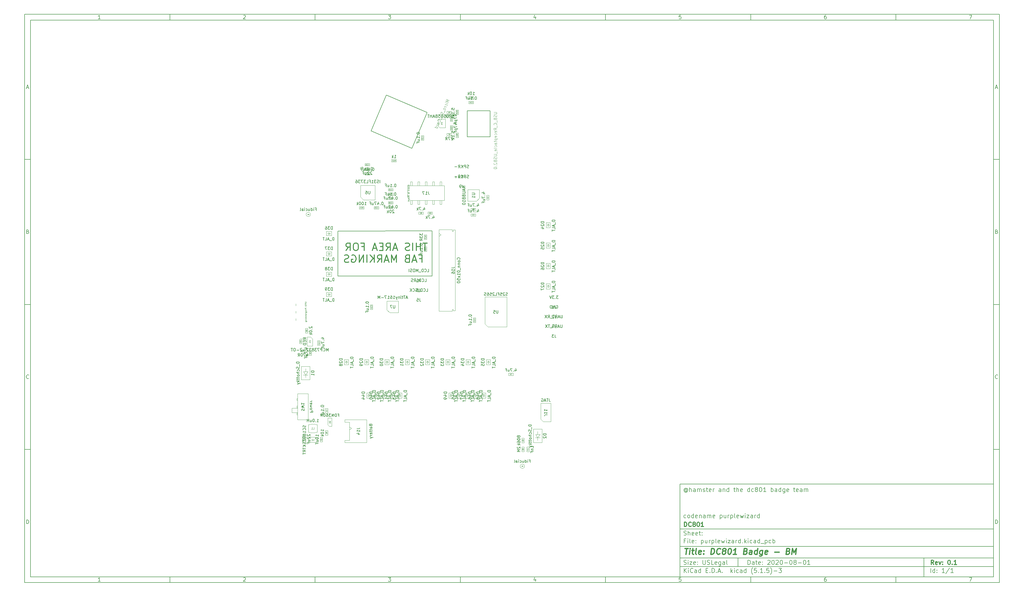
<source format=gbr>
G04 #@! TF.GenerationSoftware,KiCad,Pcbnew,(5.1.5)-3*
G04 #@! TF.CreationDate,2020-08-11T23:16:39-06:00*
G04 #@! TF.ProjectId,purplewizard,70757270-6c65-4776-997a-6172642e6b69,0.1*
G04 #@! TF.SameCoordinates,Original*
G04 #@! TF.FileFunction,Other,Fab,Bot*
%FSLAX46Y46*%
G04 Gerber Fmt 4.6, Leading zero omitted, Abs format (unit mm)*
G04 Created by KiCad (PCBNEW (5.1.5)-3) date 2020-08-11 23:16:39*
%MOMM*%
%LPD*%
G04 APERTURE LIST*
%ADD10C,0.100000*%
%ADD11C,0.150000*%
%ADD12C,0.300000*%
%ADD13C,0.400000*%
%ADD14C,0.304800*%
%ADD15C,0.120000*%
%ADD16C,0.127000*%
%ADD17C,0.060000*%
%ADD18C,0.075000*%
%ADD19C,0.080000*%
%ADD20C,0.015000*%
%ADD21C,0.105000*%
%ADD22C,0.040000*%
G04 APERTURE END LIST*
D10*
D11*
X235600000Y-171900000D02*
X235600000Y-203900000D01*
X343600000Y-203900000D01*
X343600000Y-171900000D01*
X235600000Y-171900000D01*
D10*
D11*
X10000000Y-10000000D02*
X10000000Y-205900000D01*
X345600000Y-205900000D01*
X345600000Y-10000000D01*
X10000000Y-10000000D01*
D10*
D11*
X12000000Y-12000000D02*
X12000000Y-203900000D01*
X343600000Y-203900000D01*
X343600000Y-12000000D01*
X12000000Y-12000000D01*
D10*
D11*
X60000000Y-12000000D02*
X60000000Y-10000000D01*
D10*
D11*
X110000000Y-12000000D02*
X110000000Y-10000000D01*
D10*
D11*
X160000000Y-12000000D02*
X160000000Y-10000000D01*
D10*
D11*
X210000000Y-12000000D02*
X210000000Y-10000000D01*
D10*
D11*
X260000000Y-12000000D02*
X260000000Y-10000000D01*
D10*
D11*
X310000000Y-12000000D02*
X310000000Y-10000000D01*
D10*
D11*
X36065476Y-11588095D02*
X35322619Y-11588095D01*
X35694047Y-11588095D02*
X35694047Y-10288095D01*
X35570238Y-10473809D01*
X35446428Y-10597619D01*
X35322619Y-10659523D01*
D10*
D11*
X85322619Y-10411904D02*
X85384523Y-10350000D01*
X85508333Y-10288095D01*
X85817857Y-10288095D01*
X85941666Y-10350000D01*
X86003571Y-10411904D01*
X86065476Y-10535714D01*
X86065476Y-10659523D01*
X86003571Y-10845238D01*
X85260714Y-11588095D01*
X86065476Y-11588095D01*
D10*
D11*
X135260714Y-10288095D02*
X136065476Y-10288095D01*
X135632142Y-10783333D01*
X135817857Y-10783333D01*
X135941666Y-10845238D01*
X136003571Y-10907142D01*
X136065476Y-11030952D01*
X136065476Y-11340476D01*
X136003571Y-11464285D01*
X135941666Y-11526190D01*
X135817857Y-11588095D01*
X135446428Y-11588095D01*
X135322619Y-11526190D01*
X135260714Y-11464285D01*
D10*
D11*
X185941666Y-10721428D02*
X185941666Y-11588095D01*
X185632142Y-10226190D02*
X185322619Y-11154761D01*
X186127380Y-11154761D01*
D10*
D11*
X236003571Y-10288095D02*
X235384523Y-10288095D01*
X235322619Y-10907142D01*
X235384523Y-10845238D01*
X235508333Y-10783333D01*
X235817857Y-10783333D01*
X235941666Y-10845238D01*
X236003571Y-10907142D01*
X236065476Y-11030952D01*
X236065476Y-11340476D01*
X236003571Y-11464285D01*
X235941666Y-11526190D01*
X235817857Y-11588095D01*
X235508333Y-11588095D01*
X235384523Y-11526190D01*
X235322619Y-11464285D01*
D10*
D11*
X285941666Y-10288095D02*
X285694047Y-10288095D01*
X285570238Y-10350000D01*
X285508333Y-10411904D01*
X285384523Y-10597619D01*
X285322619Y-10845238D01*
X285322619Y-11340476D01*
X285384523Y-11464285D01*
X285446428Y-11526190D01*
X285570238Y-11588095D01*
X285817857Y-11588095D01*
X285941666Y-11526190D01*
X286003571Y-11464285D01*
X286065476Y-11340476D01*
X286065476Y-11030952D01*
X286003571Y-10907142D01*
X285941666Y-10845238D01*
X285817857Y-10783333D01*
X285570238Y-10783333D01*
X285446428Y-10845238D01*
X285384523Y-10907142D01*
X285322619Y-11030952D01*
D10*
D11*
X335260714Y-10288095D02*
X336127380Y-10288095D01*
X335570238Y-11588095D01*
D10*
D11*
X60000000Y-203900000D02*
X60000000Y-205900000D01*
D10*
D11*
X110000000Y-203900000D02*
X110000000Y-205900000D01*
D10*
D11*
X160000000Y-203900000D02*
X160000000Y-205900000D01*
D10*
D11*
X210000000Y-203900000D02*
X210000000Y-205900000D01*
D10*
D11*
X260000000Y-203900000D02*
X260000000Y-205900000D01*
D10*
D11*
X310000000Y-203900000D02*
X310000000Y-205900000D01*
D10*
D11*
X36065476Y-205488095D02*
X35322619Y-205488095D01*
X35694047Y-205488095D02*
X35694047Y-204188095D01*
X35570238Y-204373809D01*
X35446428Y-204497619D01*
X35322619Y-204559523D01*
D10*
D11*
X85322619Y-204311904D02*
X85384523Y-204250000D01*
X85508333Y-204188095D01*
X85817857Y-204188095D01*
X85941666Y-204250000D01*
X86003571Y-204311904D01*
X86065476Y-204435714D01*
X86065476Y-204559523D01*
X86003571Y-204745238D01*
X85260714Y-205488095D01*
X86065476Y-205488095D01*
D10*
D11*
X135260714Y-204188095D02*
X136065476Y-204188095D01*
X135632142Y-204683333D01*
X135817857Y-204683333D01*
X135941666Y-204745238D01*
X136003571Y-204807142D01*
X136065476Y-204930952D01*
X136065476Y-205240476D01*
X136003571Y-205364285D01*
X135941666Y-205426190D01*
X135817857Y-205488095D01*
X135446428Y-205488095D01*
X135322619Y-205426190D01*
X135260714Y-205364285D01*
D10*
D11*
X185941666Y-204621428D02*
X185941666Y-205488095D01*
X185632142Y-204126190D02*
X185322619Y-205054761D01*
X186127380Y-205054761D01*
D10*
D11*
X236003571Y-204188095D02*
X235384523Y-204188095D01*
X235322619Y-204807142D01*
X235384523Y-204745238D01*
X235508333Y-204683333D01*
X235817857Y-204683333D01*
X235941666Y-204745238D01*
X236003571Y-204807142D01*
X236065476Y-204930952D01*
X236065476Y-205240476D01*
X236003571Y-205364285D01*
X235941666Y-205426190D01*
X235817857Y-205488095D01*
X235508333Y-205488095D01*
X235384523Y-205426190D01*
X235322619Y-205364285D01*
D10*
D11*
X285941666Y-204188095D02*
X285694047Y-204188095D01*
X285570238Y-204250000D01*
X285508333Y-204311904D01*
X285384523Y-204497619D01*
X285322619Y-204745238D01*
X285322619Y-205240476D01*
X285384523Y-205364285D01*
X285446428Y-205426190D01*
X285570238Y-205488095D01*
X285817857Y-205488095D01*
X285941666Y-205426190D01*
X286003571Y-205364285D01*
X286065476Y-205240476D01*
X286065476Y-204930952D01*
X286003571Y-204807142D01*
X285941666Y-204745238D01*
X285817857Y-204683333D01*
X285570238Y-204683333D01*
X285446428Y-204745238D01*
X285384523Y-204807142D01*
X285322619Y-204930952D01*
D10*
D11*
X335260714Y-204188095D02*
X336127380Y-204188095D01*
X335570238Y-205488095D01*
D10*
D11*
X10000000Y-60000000D02*
X12000000Y-60000000D01*
D10*
D11*
X10000000Y-110000000D02*
X12000000Y-110000000D01*
D10*
D11*
X10000000Y-160000000D02*
X12000000Y-160000000D01*
D10*
D11*
X10690476Y-35216666D02*
X11309523Y-35216666D01*
X10566666Y-35588095D02*
X11000000Y-34288095D01*
X11433333Y-35588095D01*
D10*
D11*
X11092857Y-84907142D02*
X11278571Y-84969047D01*
X11340476Y-85030952D01*
X11402380Y-85154761D01*
X11402380Y-85340476D01*
X11340476Y-85464285D01*
X11278571Y-85526190D01*
X11154761Y-85588095D01*
X10659523Y-85588095D01*
X10659523Y-84288095D01*
X11092857Y-84288095D01*
X11216666Y-84350000D01*
X11278571Y-84411904D01*
X11340476Y-84535714D01*
X11340476Y-84659523D01*
X11278571Y-84783333D01*
X11216666Y-84845238D01*
X11092857Y-84907142D01*
X10659523Y-84907142D01*
D10*
D11*
X11402380Y-135464285D02*
X11340476Y-135526190D01*
X11154761Y-135588095D01*
X11030952Y-135588095D01*
X10845238Y-135526190D01*
X10721428Y-135402380D01*
X10659523Y-135278571D01*
X10597619Y-135030952D01*
X10597619Y-134845238D01*
X10659523Y-134597619D01*
X10721428Y-134473809D01*
X10845238Y-134350000D01*
X11030952Y-134288095D01*
X11154761Y-134288095D01*
X11340476Y-134350000D01*
X11402380Y-134411904D01*
D10*
D11*
X10659523Y-185588095D02*
X10659523Y-184288095D01*
X10969047Y-184288095D01*
X11154761Y-184350000D01*
X11278571Y-184473809D01*
X11340476Y-184597619D01*
X11402380Y-184845238D01*
X11402380Y-185030952D01*
X11340476Y-185278571D01*
X11278571Y-185402380D01*
X11154761Y-185526190D01*
X10969047Y-185588095D01*
X10659523Y-185588095D01*
D10*
D11*
X345600000Y-60000000D02*
X343600000Y-60000000D01*
D10*
D11*
X345600000Y-110000000D02*
X343600000Y-110000000D01*
D10*
D11*
X345600000Y-160000000D02*
X343600000Y-160000000D01*
D10*
D11*
X344290476Y-35216666D02*
X344909523Y-35216666D01*
X344166666Y-35588095D02*
X344600000Y-34288095D01*
X345033333Y-35588095D01*
D10*
D11*
X344692857Y-84907142D02*
X344878571Y-84969047D01*
X344940476Y-85030952D01*
X345002380Y-85154761D01*
X345002380Y-85340476D01*
X344940476Y-85464285D01*
X344878571Y-85526190D01*
X344754761Y-85588095D01*
X344259523Y-85588095D01*
X344259523Y-84288095D01*
X344692857Y-84288095D01*
X344816666Y-84350000D01*
X344878571Y-84411904D01*
X344940476Y-84535714D01*
X344940476Y-84659523D01*
X344878571Y-84783333D01*
X344816666Y-84845238D01*
X344692857Y-84907142D01*
X344259523Y-84907142D01*
D10*
D11*
X345002380Y-135464285D02*
X344940476Y-135526190D01*
X344754761Y-135588095D01*
X344630952Y-135588095D01*
X344445238Y-135526190D01*
X344321428Y-135402380D01*
X344259523Y-135278571D01*
X344197619Y-135030952D01*
X344197619Y-134845238D01*
X344259523Y-134597619D01*
X344321428Y-134473809D01*
X344445238Y-134350000D01*
X344630952Y-134288095D01*
X344754761Y-134288095D01*
X344940476Y-134350000D01*
X345002380Y-134411904D01*
D10*
D11*
X344259523Y-185588095D02*
X344259523Y-184288095D01*
X344569047Y-184288095D01*
X344754761Y-184350000D01*
X344878571Y-184473809D01*
X344940476Y-184597619D01*
X345002380Y-184845238D01*
X345002380Y-185030952D01*
X344940476Y-185278571D01*
X344878571Y-185402380D01*
X344754761Y-185526190D01*
X344569047Y-185588095D01*
X344259523Y-185588095D01*
D10*
D11*
X259032142Y-199678571D02*
X259032142Y-198178571D01*
X259389285Y-198178571D01*
X259603571Y-198250000D01*
X259746428Y-198392857D01*
X259817857Y-198535714D01*
X259889285Y-198821428D01*
X259889285Y-199035714D01*
X259817857Y-199321428D01*
X259746428Y-199464285D01*
X259603571Y-199607142D01*
X259389285Y-199678571D01*
X259032142Y-199678571D01*
X261175000Y-199678571D02*
X261175000Y-198892857D01*
X261103571Y-198750000D01*
X260960714Y-198678571D01*
X260675000Y-198678571D01*
X260532142Y-198750000D01*
X261175000Y-199607142D02*
X261032142Y-199678571D01*
X260675000Y-199678571D01*
X260532142Y-199607142D01*
X260460714Y-199464285D01*
X260460714Y-199321428D01*
X260532142Y-199178571D01*
X260675000Y-199107142D01*
X261032142Y-199107142D01*
X261175000Y-199035714D01*
X261675000Y-198678571D02*
X262246428Y-198678571D01*
X261889285Y-198178571D02*
X261889285Y-199464285D01*
X261960714Y-199607142D01*
X262103571Y-199678571D01*
X262246428Y-199678571D01*
X263317857Y-199607142D02*
X263175000Y-199678571D01*
X262889285Y-199678571D01*
X262746428Y-199607142D01*
X262675000Y-199464285D01*
X262675000Y-198892857D01*
X262746428Y-198750000D01*
X262889285Y-198678571D01*
X263175000Y-198678571D01*
X263317857Y-198750000D01*
X263389285Y-198892857D01*
X263389285Y-199035714D01*
X262675000Y-199178571D01*
X264032142Y-199535714D02*
X264103571Y-199607142D01*
X264032142Y-199678571D01*
X263960714Y-199607142D01*
X264032142Y-199535714D01*
X264032142Y-199678571D01*
X264032142Y-198750000D02*
X264103571Y-198821428D01*
X264032142Y-198892857D01*
X263960714Y-198821428D01*
X264032142Y-198750000D01*
X264032142Y-198892857D01*
X265817857Y-198321428D02*
X265889285Y-198250000D01*
X266032142Y-198178571D01*
X266389285Y-198178571D01*
X266532142Y-198250000D01*
X266603571Y-198321428D01*
X266675000Y-198464285D01*
X266675000Y-198607142D01*
X266603571Y-198821428D01*
X265746428Y-199678571D01*
X266675000Y-199678571D01*
X267603571Y-198178571D02*
X267746428Y-198178571D01*
X267889285Y-198250000D01*
X267960714Y-198321428D01*
X268032142Y-198464285D01*
X268103571Y-198750000D01*
X268103571Y-199107142D01*
X268032142Y-199392857D01*
X267960714Y-199535714D01*
X267889285Y-199607142D01*
X267746428Y-199678571D01*
X267603571Y-199678571D01*
X267460714Y-199607142D01*
X267389285Y-199535714D01*
X267317857Y-199392857D01*
X267246428Y-199107142D01*
X267246428Y-198750000D01*
X267317857Y-198464285D01*
X267389285Y-198321428D01*
X267460714Y-198250000D01*
X267603571Y-198178571D01*
X268675000Y-198321428D02*
X268746428Y-198250000D01*
X268889285Y-198178571D01*
X269246428Y-198178571D01*
X269389285Y-198250000D01*
X269460714Y-198321428D01*
X269532142Y-198464285D01*
X269532142Y-198607142D01*
X269460714Y-198821428D01*
X268603571Y-199678571D01*
X269532142Y-199678571D01*
X270460714Y-198178571D02*
X270603571Y-198178571D01*
X270746428Y-198250000D01*
X270817857Y-198321428D01*
X270889285Y-198464285D01*
X270960714Y-198750000D01*
X270960714Y-199107142D01*
X270889285Y-199392857D01*
X270817857Y-199535714D01*
X270746428Y-199607142D01*
X270603571Y-199678571D01*
X270460714Y-199678571D01*
X270317857Y-199607142D01*
X270246428Y-199535714D01*
X270175000Y-199392857D01*
X270103571Y-199107142D01*
X270103571Y-198750000D01*
X270175000Y-198464285D01*
X270246428Y-198321428D01*
X270317857Y-198250000D01*
X270460714Y-198178571D01*
X271603571Y-199107142D02*
X272746428Y-199107142D01*
X273746428Y-198178571D02*
X273889285Y-198178571D01*
X274032142Y-198250000D01*
X274103571Y-198321428D01*
X274175000Y-198464285D01*
X274246428Y-198750000D01*
X274246428Y-199107142D01*
X274175000Y-199392857D01*
X274103571Y-199535714D01*
X274032142Y-199607142D01*
X273889285Y-199678571D01*
X273746428Y-199678571D01*
X273603571Y-199607142D01*
X273532142Y-199535714D01*
X273460714Y-199392857D01*
X273389285Y-199107142D01*
X273389285Y-198750000D01*
X273460714Y-198464285D01*
X273532142Y-198321428D01*
X273603571Y-198250000D01*
X273746428Y-198178571D01*
X275103571Y-198821428D02*
X274960714Y-198750000D01*
X274889285Y-198678571D01*
X274817857Y-198535714D01*
X274817857Y-198464285D01*
X274889285Y-198321428D01*
X274960714Y-198250000D01*
X275103571Y-198178571D01*
X275389285Y-198178571D01*
X275532142Y-198250000D01*
X275603571Y-198321428D01*
X275675000Y-198464285D01*
X275675000Y-198535714D01*
X275603571Y-198678571D01*
X275532142Y-198750000D01*
X275389285Y-198821428D01*
X275103571Y-198821428D01*
X274960714Y-198892857D01*
X274889285Y-198964285D01*
X274817857Y-199107142D01*
X274817857Y-199392857D01*
X274889285Y-199535714D01*
X274960714Y-199607142D01*
X275103571Y-199678571D01*
X275389285Y-199678571D01*
X275532142Y-199607142D01*
X275603571Y-199535714D01*
X275675000Y-199392857D01*
X275675000Y-199107142D01*
X275603571Y-198964285D01*
X275532142Y-198892857D01*
X275389285Y-198821428D01*
X276317857Y-199107142D02*
X277460714Y-199107142D01*
X278460714Y-198178571D02*
X278603571Y-198178571D01*
X278746428Y-198250000D01*
X278817857Y-198321428D01*
X278889285Y-198464285D01*
X278960714Y-198750000D01*
X278960714Y-199107142D01*
X278889285Y-199392857D01*
X278817857Y-199535714D01*
X278746428Y-199607142D01*
X278603571Y-199678571D01*
X278460714Y-199678571D01*
X278317857Y-199607142D01*
X278246428Y-199535714D01*
X278175000Y-199392857D01*
X278103571Y-199107142D01*
X278103571Y-198750000D01*
X278175000Y-198464285D01*
X278246428Y-198321428D01*
X278317857Y-198250000D01*
X278460714Y-198178571D01*
X280389285Y-199678571D02*
X279532142Y-199678571D01*
X279960714Y-199678571D02*
X279960714Y-198178571D01*
X279817857Y-198392857D01*
X279675000Y-198535714D01*
X279532142Y-198607142D01*
D10*
D11*
X235600000Y-200400000D02*
X343600000Y-200400000D01*
D10*
D11*
X237032142Y-202478571D02*
X237032142Y-200978571D01*
X237889285Y-202478571D02*
X237246428Y-201621428D01*
X237889285Y-200978571D02*
X237032142Y-201835714D01*
X238532142Y-202478571D02*
X238532142Y-201478571D01*
X238532142Y-200978571D02*
X238460714Y-201050000D01*
X238532142Y-201121428D01*
X238603571Y-201050000D01*
X238532142Y-200978571D01*
X238532142Y-201121428D01*
X240103571Y-202335714D02*
X240032142Y-202407142D01*
X239817857Y-202478571D01*
X239675000Y-202478571D01*
X239460714Y-202407142D01*
X239317857Y-202264285D01*
X239246428Y-202121428D01*
X239175000Y-201835714D01*
X239175000Y-201621428D01*
X239246428Y-201335714D01*
X239317857Y-201192857D01*
X239460714Y-201050000D01*
X239675000Y-200978571D01*
X239817857Y-200978571D01*
X240032142Y-201050000D01*
X240103571Y-201121428D01*
X241389285Y-202478571D02*
X241389285Y-201692857D01*
X241317857Y-201550000D01*
X241175000Y-201478571D01*
X240889285Y-201478571D01*
X240746428Y-201550000D01*
X241389285Y-202407142D02*
X241246428Y-202478571D01*
X240889285Y-202478571D01*
X240746428Y-202407142D01*
X240675000Y-202264285D01*
X240675000Y-202121428D01*
X240746428Y-201978571D01*
X240889285Y-201907142D01*
X241246428Y-201907142D01*
X241389285Y-201835714D01*
X242746428Y-202478571D02*
X242746428Y-200978571D01*
X242746428Y-202407142D02*
X242603571Y-202478571D01*
X242317857Y-202478571D01*
X242175000Y-202407142D01*
X242103571Y-202335714D01*
X242032142Y-202192857D01*
X242032142Y-201764285D01*
X242103571Y-201621428D01*
X242175000Y-201550000D01*
X242317857Y-201478571D01*
X242603571Y-201478571D01*
X242746428Y-201550000D01*
X244603571Y-201692857D02*
X245103571Y-201692857D01*
X245317857Y-202478571D02*
X244603571Y-202478571D01*
X244603571Y-200978571D01*
X245317857Y-200978571D01*
X245960714Y-202335714D02*
X246032142Y-202407142D01*
X245960714Y-202478571D01*
X245889285Y-202407142D01*
X245960714Y-202335714D01*
X245960714Y-202478571D01*
X246675000Y-202478571D02*
X246675000Y-200978571D01*
X247032142Y-200978571D01*
X247246428Y-201050000D01*
X247389285Y-201192857D01*
X247460714Y-201335714D01*
X247532142Y-201621428D01*
X247532142Y-201835714D01*
X247460714Y-202121428D01*
X247389285Y-202264285D01*
X247246428Y-202407142D01*
X247032142Y-202478571D01*
X246675000Y-202478571D01*
X248175000Y-202335714D02*
X248246428Y-202407142D01*
X248175000Y-202478571D01*
X248103571Y-202407142D01*
X248175000Y-202335714D01*
X248175000Y-202478571D01*
X248817857Y-202050000D02*
X249532142Y-202050000D01*
X248675000Y-202478571D02*
X249175000Y-200978571D01*
X249675000Y-202478571D01*
X250175000Y-202335714D02*
X250246428Y-202407142D01*
X250175000Y-202478571D01*
X250103571Y-202407142D01*
X250175000Y-202335714D01*
X250175000Y-202478571D01*
X253175000Y-202478571D02*
X253175000Y-200978571D01*
X253317857Y-201907142D02*
X253746428Y-202478571D01*
X253746428Y-201478571D02*
X253175000Y-202050000D01*
X254389285Y-202478571D02*
X254389285Y-201478571D01*
X254389285Y-200978571D02*
X254317857Y-201050000D01*
X254389285Y-201121428D01*
X254460714Y-201050000D01*
X254389285Y-200978571D01*
X254389285Y-201121428D01*
X255746428Y-202407142D02*
X255603571Y-202478571D01*
X255317857Y-202478571D01*
X255175000Y-202407142D01*
X255103571Y-202335714D01*
X255032142Y-202192857D01*
X255032142Y-201764285D01*
X255103571Y-201621428D01*
X255175000Y-201550000D01*
X255317857Y-201478571D01*
X255603571Y-201478571D01*
X255746428Y-201550000D01*
X257032142Y-202478571D02*
X257032142Y-201692857D01*
X256960714Y-201550000D01*
X256817857Y-201478571D01*
X256532142Y-201478571D01*
X256389285Y-201550000D01*
X257032142Y-202407142D02*
X256889285Y-202478571D01*
X256532142Y-202478571D01*
X256389285Y-202407142D01*
X256317857Y-202264285D01*
X256317857Y-202121428D01*
X256389285Y-201978571D01*
X256532142Y-201907142D01*
X256889285Y-201907142D01*
X257032142Y-201835714D01*
X258389285Y-202478571D02*
X258389285Y-200978571D01*
X258389285Y-202407142D02*
X258246428Y-202478571D01*
X257960714Y-202478571D01*
X257817857Y-202407142D01*
X257746428Y-202335714D01*
X257675000Y-202192857D01*
X257675000Y-201764285D01*
X257746428Y-201621428D01*
X257817857Y-201550000D01*
X257960714Y-201478571D01*
X258246428Y-201478571D01*
X258389285Y-201550000D01*
X260675000Y-203050000D02*
X260603571Y-202978571D01*
X260460714Y-202764285D01*
X260389285Y-202621428D01*
X260317857Y-202407142D01*
X260246428Y-202050000D01*
X260246428Y-201764285D01*
X260317857Y-201407142D01*
X260389285Y-201192857D01*
X260460714Y-201050000D01*
X260603571Y-200835714D01*
X260675000Y-200764285D01*
X261960714Y-200978571D02*
X261246428Y-200978571D01*
X261175000Y-201692857D01*
X261246428Y-201621428D01*
X261389285Y-201550000D01*
X261746428Y-201550000D01*
X261889285Y-201621428D01*
X261960714Y-201692857D01*
X262032142Y-201835714D01*
X262032142Y-202192857D01*
X261960714Y-202335714D01*
X261889285Y-202407142D01*
X261746428Y-202478571D01*
X261389285Y-202478571D01*
X261246428Y-202407142D01*
X261175000Y-202335714D01*
X262675000Y-202335714D02*
X262746428Y-202407142D01*
X262675000Y-202478571D01*
X262603571Y-202407142D01*
X262675000Y-202335714D01*
X262675000Y-202478571D01*
X264175000Y-202478571D02*
X263317857Y-202478571D01*
X263746428Y-202478571D02*
X263746428Y-200978571D01*
X263603571Y-201192857D01*
X263460714Y-201335714D01*
X263317857Y-201407142D01*
X264817857Y-202335714D02*
X264889285Y-202407142D01*
X264817857Y-202478571D01*
X264746428Y-202407142D01*
X264817857Y-202335714D01*
X264817857Y-202478571D01*
X266246428Y-200978571D02*
X265532142Y-200978571D01*
X265460714Y-201692857D01*
X265532142Y-201621428D01*
X265675000Y-201550000D01*
X266032142Y-201550000D01*
X266175000Y-201621428D01*
X266246428Y-201692857D01*
X266317857Y-201835714D01*
X266317857Y-202192857D01*
X266246428Y-202335714D01*
X266175000Y-202407142D01*
X266032142Y-202478571D01*
X265675000Y-202478571D01*
X265532142Y-202407142D01*
X265460714Y-202335714D01*
X266817857Y-203050000D02*
X266889285Y-202978571D01*
X267032142Y-202764285D01*
X267103571Y-202621428D01*
X267175000Y-202407142D01*
X267246428Y-202050000D01*
X267246428Y-201764285D01*
X267175000Y-201407142D01*
X267103571Y-201192857D01*
X267032142Y-201050000D01*
X266889285Y-200835714D01*
X266817857Y-200764285D01*
X267960714Y-201907142D02*
X269103571Y-201907142D01*
X269675000Y-200978571D02*
X270603571Y-200978571D01*
X270103571Y-201550000D01*
X270317857Y-201550000D01*
X270460714Y-201621428D01*
X270532142Y-201692857D01*
X270603571Y-201835714D01*
X270603571Y-202192857D01*
X270532142Y-202335714D01*
X270460714Y-202407142D01*
X270317857Y-202478571D01*
X269889285Y-202478571D01*
X269746428Y-202407142D01*
X269675000Y-202335714D01*
D10*
D11*
X235600000Y-197400000D02*
X343600000Y-197400000D01*
D10*
D12*
X323009285Y-199678571D02*
X322509285Y-198964285D01*
X322152142Y-199678571D02*
X322152142Y-198178571D01*
X322723571Y-198178571D01*
X322866428Y-198250000D01*
X322937857Y-198321428D01*
X323009285Y-198464285D01*
X323009285Y-198678571D01*
X322937857Y-198821428D01*
X322866428Y-198892857D01*
X322723571Y-198964285D01*
X322152142Y-198964285D01*
X324223571Y-199607142D02*
X324080714Y-199678571D01*
X323795000Y-199678571D01*
X323652142Y-199607142D01*
X323580714Y-199464285D01*
X323580714Y-198892857D01*
X323652142Y-198750000D01*
X323795000Y-198678571D01*
X324080714Y-198678571D01*
X324223571Y-198750000D01*
X324295000Y-198892857D01*
X324295000Y-199035714D01*
X323580714Y-199178571D01*
X324795000Y-198678571D02*
X325152142Y-199678571D01*
X325509285Y-198678571D01*
X326080714Y-199535714D02*
X326152142Y-199607142D01*
X326080714Y-199678571D01*
X326009285Y-199607142D01*
X326080714Y-199535714D01*
X326080714Y-199678571D01*
X326080714Y-198750000D02*
X326152142Y-198821428D01*
X326080714Y-198892857D01*
X326009285Y-198821428D01*
X326080714Y-198750000D01*
X326080714Y-198892857D01*
X328223571Y-198178571D02*
X328366428Y-198178571D01*
X328509285Y-198250000D01*
X328580714Y-198321428D01*
X328652142Y-198464285D01*
X328723571Y-198750000D01*
X328723571Y-199107142D01*
X328652142Y-199392857D01*
X328580714Y-199535714D01*
X328509285Y-199607142D01*
X328366428Y-199678571D01*
X328223571Y-199678571D01*
X328080714Y-199607142D01*
X328009285Y-199535714D01*
X327937857Y-199392857D01*
X327866428Y-199107142D01*
X327866428Y-198750000D01*
X327937857Y-198464285D01*
X328009285Y-198321428D01*
X328080714Y-198250000D01*
X328223571Y-198178571D01*
X329366428Y-199535714D02*
X329437857Y-199607142D01*
X329366428Y-199678571D01*
X329295000Y-199607142D01*
X329366428Y-199535714D01*
X329366428Y-199678571D01*
X330866428Y-199678571D02*
X330009285Y-199678571D01*
X330437857Y-199678571D02*
X330437857Y-198178571D01*
X330295000Y-198392857D01*
X330152142Y-198535714D01*
X330009285Y-198607142D01*
D10*
D11*
X236960714Y-199607142D02*
X237175000Y-199678571D01*
X237532142Y-199678571D01*
X237675000Y-199607142D01*
X237746428Y-199535714D01*
X237817857Y-199392857D01*
X237817857Y-199250000D01*
X237746428Y-199107142D01*
X237675000Y-199035714D01*
X237532142Y-198964285D01*
X237246428Y-198892857D01*
X237103571Y-198821428D01*
X237032142Y-198750000D01*
X236960714Y-198607142D01*
X236960714Y-198464285D01*
X237032142Y-198321428D01*
X237103571Y-198250000D01*
X237246428Y-198178571D01*
X237603571Y-198178571D01*
X237817857Y-198250000D01*
X238460714Y-199678571D02*
X238460714Y-198678571D01*
X238460714Y-198178571D02*
X238389285Y-198250000D01*
X238460714Y-198321428D01*
X238532142Y-198250000D01*
X238460714Y-198178571D01*
X238460714Y-198321428D01*
X239032142Y-198678571D02*
X239817857Y-198678571D01*
X239032142Y-199678571D01*
X239817857Y-199678571D01*
X240960714Y-199607142D02*
X240817857Y-199678571D01*
X240532142Y-199678571D01*
X240389285Y-199607142D01*
X240317857Y-199464285D01*
X240317857Y-198892857D01*
X240389285Y-198750000D01*
X240532142Y-198678571D01*
X240817857Y-198678571D01*
X240960714Y-198750000D01*
X241032142Y-198892857D01*
X241032142Y-199035714D01*
X240317857Y-199178571D01*
X241675000Y-199535714D02*
X241746428Y-199607142D01*
X241675000Y-199678571D01*
X241603571Y-199607142D01*
X241675000Y-199535714D01*
X241675000Y-199678571D01*
X241675000Y-198750000D02*
X241746428Y-198821428D01*
X241675000Y-198892857D01*
X241603571Y-198821428D01*
X241675000Y-198750000D01*
X241675000Y-198892857D01*
X243532142Y-198178571D02*
X243532142Y-199392857D01*
X243603571Y-199535714D01*
X243675000Y-199607142D01*
X243817857Y-199678571D01*
X244103571Y-199678571D01*
X244246428Y-199607142D01*
X244317857Y-199535714D01*
X244389285Y-199392857D01*
X244389285Y-198178571D01*
X245032142Y-199607142D02*
X245246428Y-199678571D01*
X245603571Y-199678571D01*
X245746428Y-199607142D01*
X245817857Y-199535714D01*
X245889285Y-199392857D01*
X245889285Y-199250000D01*
X245817857Y-199107142D01*
X245746428Y-199035714D01*
X245603571Y-198964285D01*
X245317857Y-198892857D01*
X245175000Y-198821428D01*
X245103571Y-198750000D01*
X245032142Y-198607142D01*
X245032142Y-198464285D01*
X245103571Y-198321428D01*
X245175000Y-198250000D01*
X245317857Y-198178571D01*
X245675000Y-198178571D01*
X245889285Y-198250000D01*
X247246428Y-199678571D02*
X246532142Y-199678571D01*
X246532142Y-198178571D01*
X248317857Y-199607142D02*
X248175000Y-199678571D01*
X247889285Y-199678571D01*
X247746428Y-199607142D01*
X247675000Y-199464285D01*
X247675000Y-198892857D01*
X247746428Y-198750000D01*
X247889285Y-198678571D01*
X248175000Y-198678571D01*
X248317857Y-198750000D01*
X248389285Y-198892857D01*
X248389285Y-199035714D01*
X247675000Y-199178571D01*
X249675000Y-198678571D02*
X249675000Y-199892857D01*
X249603571Y-200035714D01*
X249532142Y-200107142D01*
X249389285Y-200178571D01*
X249175000Y-200178571D01*
X249032142Y-200107142D01*
X249675000Y-199607142D02*
X249532142Y-199678571D01*
X249246428Y-199678571D01*
X249103571Y-199607142D01*
X249032142Y-199535714D01*
X248960714Y-199392857D01*
X248960714Y-198964285D01*
X249032142Y-198821428D01*
X249103571Y-198750000D01*
X249246428Y-198678571D01*
X249532142Y-198678571D01*
X249675000Y-198750000D01*
X251032142Y-199678571D02*
X251032142Y-198892857D01*
X250960714Y-198750000D01*
X250817857Y-198678571D01*
X250532142Y-198678571D01*
X250389285Y-198750000D01*
X251032142Y-199607142D02*
X250889285Y-199678571D01*
X250532142Y-199678571D01*
X250389285Y-199607142D01*
X250317857Y-199464285D01*
X250317857Y-199321428D01*
X250389285Y-199178571D01*
X250532142Y-199107142D01*
X250889285Y-199107142D01*
X251032142Y-199035714D01*
X251960714Y-199678571D02*
X251817857Y-199607142D01*
X251746428Y-199464285D01*
X251746428Y-198178571D01*
D10*
D11*
X322032142Y-202478571D02*
X322032142Y-200978571D01*
X323389285Y-202478571D02*
X323389285Y-200978571D01*
X323389285Y-202407142D02*
X323246428Y-202478571D01*
X322960714Y-202478571D01*
X322817857Y-202407142D01*
X322746428Y-202335714D01*
X322675000Y-202192857D01*
X322675000Y-201764285D01*
X322746428Y-201621428D01*
X322817857Y-201550000D01*
X322960714Y-201478571D01*
X323246428Y-201478571D01*
X323389285Y-201550000D01*
X324103571Y-202335714D02*
X324175000Y-202407142D01*
X324103571Y-202478571D01*
X324032142Y-202407142D01*
X324103571Y-202335714D01*
X324103571Y-202478571D01*
X324103571Y-201550000D02*
X324175000Y-201621428D01*
X324103571Y-201692857D01*
X324032142Y-201621428D01*
X324103571Y-201550000D01*
X324103571Y-201692857D01*
X326746428Y-202478571D02*
X325889285Y-202478571D01*
X326317857Y-202478571D02*
X326317857Y-200978571D01*
X326175000Y-201192857D01*
X326032142Y-201335714D01*
X325889285Y-201407142D01*
X328460714Y-200907142D02*
X327175000Y-202835714D01*
X329746428Y-202478571D02*
X328889285Y-202478571D01*
X329317857Y-202478571D02*
X329317857Y-200978571D01*
X329175000Y-201192857D01*
X329032142Y-201335714D01*
X328889285Y-201407142D01*
D10*
D11*
X235600000Y-193400000D02*
X343600000Y-193400000D01*
D10*
D13*
X237312380Y-194104761D02*
X238455238Y-194104761D01*
X237633809Y-196104761D02*
X237883809Y-194104761D01*
X238871904Y-196104761D02*
X239038571Y-194771428D01*
X239121904Y-194104761D02*
X239014761Y-194200000D01*
X239098095Y-194295238D01*
X239205238Y-194200000D01*
X239121904Y-194104761D01*
X239098095Y-194295238D01*
X239705238Y-194771428D02*
X240467142Y-194771428D01*
X240074285Y-194104761D02*
X239860000Y-195819047D01*
X239931428Y-196009523D01*
X240110000Y-196104761D01*
X240300476Y-196104761D01*
X241252857Y-196104761D02*
X241074285Y-196009523D01*
X241002857Y-195819047D01*
X241217142Y-194104761D01*
X242788571Y-196009523D02*
X242586190Y-196104761D01*
X242205238Y-196104761D01*
X242026666Y-196009523D01*
X241955238Y-195819047D01*
X242050476Y-195057142D01*
X242169523Y-194866666D01*
X242371904Y-194771428D01*
X242752857Y-194771428D01*
X242931428Y-194866666D01*
X243002857Y-195057142D01*
X242979047Y-195247619D01*
X242002857Y-195438095D01*
X243752857Y-195914285D02*
X243836190Y-196009523D01*
X243729047Y-196104761D01*
X243645714Y-196009523D01*
X243752857Y-195914285D01*
X243729047Y-196104761D01*
X243883809Y-194866666D02*
X243967142Y-194961904D01*
X243860000Y-195057142D01*
X243776666Y-194961904D01*
X243883809Y-194866666D01*
X243860000Y-195057142D01*
X246205238Y-196104761D02*
X246455238Y-194104761D01*
X246931428Y-194104761D01*
X247205238Y-194200000D01*
X247371904Y-194390476D01*
X247443333Y-194580952D01*
X247490952Y-194961904D01*
X247455238Y-195247619D01*
X247312380Y-195628571D01*
X247193333Y-195819047D01*
X246979047Y-196009523D01*
X246681428Y-196104761D01*
X246205238Y-196104761D01*
X249371904Y-195914285D02*
X249264761Y-196009523D01*
X248967142Y-196104761D01*
X248776666Y-196104761D01*
X248502857Y-196009523D01*
X248336190Y-195819047D01*
X248264761Y-195628571D01*
X248217142Y-195247619D01*
X248252857Y-194961904D01*
X248395714Y-194580952D01*
X248514761Y-194390476D01*
X248729047Y-194200000D01*
X249026666Y-194104761D01*
X249217142Y-194104761D01*
X249490952Y-194200000D01*
X249574285Y-194295238D01*
X250633809Y-194961904D02*
X250455238Y-194866666D01*
X250371904Y-194771428D01*
X250300476Y-194580952D01*
X250312380Y-194485714D01*
X250431428Y-194295238D01*
X250538571Y-194200000D01*
X250740952Y-194104761D01*
X251121904Y-194104761D01*
X251300476Y-194200000D01*
X251383809Y-194295238D01*
X251455238Y-194485714D01*
X251443333Y-194580952D01*
X251324285Y-194771428D01*
X251217142Y-194866666D01*
X251014761Y-194961904D01*
X250633809Y-194961904D01*
X250431428Y-195057142D01*
X250324285Y-195152380D01*
X250205238Y-195342857D01*
X250157619Y-195723809D01*
X250229047Y-195914285D01*
X250312380Y-196009523D01*
X250490952Y-196104761D01*
X250871904Y-196104761D01*
X251074285Y-196009523D01*
X251181428Y-195914285D01*
X251300476Y-195723809D01*
X251348095Y-195342857D01*
X251276666Y-195152380D01*
X251193333Y-195057142D01*
X251014761Y-194961904D01*
X252740952Y-194104761D02*
X252931428Y-194104761D01*
X253110000Y-194200000D01*
X253193333Y-194295238D01*
X253264761Y-194485714D01*
X253312380Y-194866666D01*
X253252857Y-195342857D01*
X253110000Y-195723809D01*
X252990952Y-195914285D01*
X252883809Y-196009523D01*
X252681428Y-196104761D01*
X252490952Y-196104761D01*
X252312380Y-196009523D01*
X252229047Y-195914285D01*
X252157619Y-195723809D01*
X252110000Y-195342857D01*
X252169523Y-194866666D01*
X252312380Y-194485714D01*
X252431428Y-194295238D01*
X252538571Y-194200000D01*
X252740952Y-194104761D01*
X255062380Y-196104761D02*
X253919523Y-196104761D01*
X254490952Y-196104761D02*
X254740952Y-194104761D01*
X254514761Y-194390476D01*
X254300476Y-194580952D01*
X254098095Y-194676190D01*
X258240952Y-195057142D02*
X258514761Y-195152380D01*
X258598095Y-195247619D01*
X258669523Y-195438095D01*
X258633809Y-195723809D01*
X258514761Y-195914285D01*
X258407619Y-196009523D01*
X258205238Y-196104761D01*
X257443333Y-196104761D01*
X257693333Y-194104761D01*
X258360000Y-194104761D01*
X258538571Y-194200000D01*
X258621904Y-194295238D01*
X258693333Y-194485714D01*
X258669523Y-194676190D01*
X258550476Y-194866666D01*
X258443333Y-194961904D01*
X258240952Y-195057142D01*
X257574285Y-195057142D01*
X260300476Y-196104761D02*
X260431428Y-195057142D01*
X260360000Y-194866666D01*
X260181428Y-194771428D01*
X259800476Y-194771428D01*
X259598095Y-194866666D01*
X260312380Y-196009523D02*
X260110000Y-196104761D01*
X259633809Y-196104761D01*
X259455238Y-196009523D01*
X259383809Y-195819047D01*
X259407619Y-195628571D01*
X259526666Y-195438095D01*
X259729047Y-195342857D01*
X260205238Y-195342857D01*
X260407619Y-195247619D01*
X262110000Y-196104761D02*
X262360000Y-194104761D01*
X262121904Y-196009523D02*
X261919523Y-196104761D01*
X261538571Y-196104761D01*
X261360000Y-196009523D01*
X261276666Y-195914285D01*
X261205238Y-195723809D01*
X261276666Y-195152380D01*
X261395714Y-194961904D01*
X261502857Y-194866666D01*
X261705238Y-194771428D01*
X262086190Y-194771428D01*
X262264761Y-194866666D01*
X264086190Y-194771428D02*
X263883809Y-196390476D01*
X263764761Y-196580952D01*
X263657619Y-196676190D01*
X263455238Y-196771428D01*
X263169523Y-196771428D01*
X262990952Y-196676190D01*
X263931428Y-196009523D02*
X263729047Y-196104761D01*
X263348095Y-196104761D01*
X263169523Y-196009523D01*
X263086190Y-195914285D01*
X263014761Y-195723809D01*
X263086190Y-195152380D01*
X263205238Y-194961904D01*
X263312380Y-194866666D01*
X263514761Y-194771428D01*
X263895714Y-194771428D01*
X264074285Y-194866666D01*
X265645714Y-196009523D02*
X265443333Y-196104761D01*
X265062380Y-196104761D01*
X264883809Y-196009523D01*
X264812380Y-195819047D01*
X264907619Y-195057142D01*
X265026666Y-194866666D01*
X265229047Y-194771428D01*
X265610000Y-194771428D01*
X265788571Y-194866666D01*
X265860000Y-195057142D01*
X265836190Y-195247619D01*
X264860000Y-195438095D01*
X268205238Y-195342857D02*
X269729047Y-195342857D01*
X272907619Y-195057142D02*
X273181428Y-195152380D01*
X273264761Y-195247619D01*
X273336190Y-195438095D01*
X273300476Y-195723809D01*
X273181428Y-195914285D01*
X273074285Y-196009523D01*
X272871904Y-196104761D01*
X272110000Y-196104761D01*
X272360000Y-194104761D01*
X273026666Y-194104761D01*
X273205238Y-194200000D01*
X273288571Y-194295238D01*
X273360000Y-194485714D01*
X273336190Y-194676190D01*
X273217142Y-194866666D01*
X273110000Y-194961904D01*
X272907619Y-195057142D01*
X272240952Y-195057142D01*
X274110000Y-196104761D02*
X274360000Y-194104761D01*
X274848095Y-195533333D01*
X275693333Y-194104761D01*
X275443333Y-196104761D01*
D10*
D11*
X237532142Y-191492857D02*
X237032142Y-191492857D01*
X237032142Y-192278571D02*
X237032142Y-190778571D01*
X237746428Y-190778571D01*
X238317857Y-192278571D02*
X238317857Y-191278571D01*
X238317857Y-190778571D02*
X238246428Y-190850000D01*
X238317857Y-190921428D01*
X238389285Y-190850000D01*
X238317857Y-190778571D01*
X238317857Y-190921428D01*
X239246428Y-192278571D02*
X239103571Y-192207142D01*
X239032142Y-192064285D01*
X239032142Y-190778571D01*
X240389285Y-192207142D02*
X240246428Y-192278571D01*
X239960714Y-192278571D01*
X239817857Y-192207142D01*
X239746428Y-192064285D01*
X239746428Y-191492857D01*
X239817857Y-191350000D01*
X239960714Y-191278571D01*
X240246428Y-191278571D01*
X240389285Y-191350000D01*
X240460714Y-191492857D01*
X240460714Y-191635714D01*
X239746428Y-191778571D01*
X241103571Y-192135714D02*
X241175000Y-192207142D01*
X241103571Y-192278571D01*
X241032142Y-192207142D01*
X241103571Y-192135714D01*
X241103571Y-192278571D01*
X241103571Y-191350000D02*
X241175000Y-191421428D01*
X241103571Y-191492857D01*
X241032142Y-191421428D01*
X241103571Y-191350000D01*
X241103571Y-191492857D01*
X242960714Y-191278571D02*
X242960714Y-192778571D01*
X242960714Y-191350000D02*
X243103571Y-191278571D01*
X243389285Y-191278571D01*
X243532142Y-191350000D01*
X243603571Y-191421428D01*
X243675000Y-191564285D01*
X243675000Y-191992857D01*
X243603571Y-192135714D01*
X243532142Y-192207142D01*
X243389285Y-192278571D01*
X243103571Y-192278571D01*
X242960714Y-192207142D01*
X244960714Y-191278571D02*
X244960714Y-192278571D01*
X244317857Y-191278571D02*
X244317857Y-192064285D01*
X244389285Y-192207142D01*
X244532142Y-192278571D01*
X244746428Y-192278571D01*
X244889285Y-192207142D01*
X244960714Y-192135714D01*
X245675000Y-192278571D02*
X245675000Y-191278571D01*
X245675000Y-191564285D02*
X245746428Y-191421428D01*
X245817857Y-191350000D01*
X245960714Y-191278571D01*
X246103571Y-191278571D01*
X246603571Y-191278571D02*
X246603571Y-192778571D01*
X246603571Y-191350000D02*
X246746428Y-191278571D01*
X247032142Y-191278571D01*
X247175000Y-191350000D01*
X247246428Y-191421428D01*
X247317857Y-191564285D01*
X247317857Y-191992857D01*
X247246428Y-192135714D01*
X247175000Y-192207142D01*
X247032142Y-192278571D01*
X246746428Y-192278571D01*
X246603571Y-192207142D01*
X248175000Y-192278571D02*
X248032142Y-192207142D01*
X247960714Y-192064285D01*
X247960714Y-190778571D01*
X249317857Y-192207142D02*
X249175000Y-192278571D01*
X248889285Y-192278571D01*
X248746428Y-192207142D01*
X248675000Y-192064285D01*
X248675000Y-191492857D01*
X248746428Y-191350000D01*
X248889285Y-191278571D01*
X249175000Y-191278571D01*
X249317857Y-191350000D01*
X249389285Y-191492857D01*
X249389285Y-191635714D01*
X248675000Y-191778571D01*
X249889285Y-191278571D02*
X250175000Y-192278571D01*
X250460714Y-191564285D01*
X250746428Y-192278571D01*
X251032142Y-191278571D01*
X251603571Y-192278571D02*
X251603571Y-191278571D01*
X251603571Y-190778571D02*
X251532142Y-190850000D01*
X251603571Y-190921428D01*
X251675000Y-190850000D01*
X251603571Y-190778571D01*
X251603571Y-190921428D01*
X252175000Y-191278571D02*
X252960714Y-191278571D01*
X252175000Y-192278571D01*
X252960714Y-192278571D01*
X254175000Y-192278571D02*
X254175000Y-191492857D01*
X254103571Y-191350000D01*
X253960714Y-191278571D01*
X253675000Y-191278571D01*
X253532142Y-191350000D01*
X254175000Y-192207142D02*
X254032142Y-192278571D01*
X253675000Y-192278571D01*
X253532142Y-192207142D01*
X253460714Y-192064285D01*
X253460714Y-191921428D01*
X253532142Y-191778571D01*
X253675000Y-191707142D01*
X254032142Y-191707142D01*
X254175000Y-191635714D01*
X254889285Y-192278571D02*
X254889285Y-191278571D01*
X254889285Y-191564285D02*
X254960714Y-191421428D01*
X255032142Y-191350000D01*
X255175000Y-191278571D01*
X255317857Y-191278571D01*
X256460714Y-192278571D02*
X256460714Y-190778571D01*
X256460714Y-192207142D02*
X256317857Y-192278571D01*
X256032142Y-192278571D01*
X255889285Y-192207142D01*
X255817857Y-192135714D01*
X255746428Y-191992857D01*
X255746428Y-191564285D01*
X255817857Y-191421428D01*
X255889285Y-191350000D01*
X256032142Y-191278571D01*
X256317857Y-191278571D01*
X256460714Y-191350000D01*
X257175000Y-192135714D02*
X257246428Y-192207142D01*
X257175000Y-192278571D01*
X257103571Y-192207142D01*
X257175000Y-192135714D01*
X257175000Y-192278571D01*
X257889285Y-192278571D02*
X257889285Y-190778571D01*
X258032142Y-191707142D02*
X258460714Y-192278571D01*
X258460714Y-191278571D02*
X257889285Y-191850000D01*
X259103571Y-192278571D02*
X259103571Y-191278571D01*
X259103571Y-190778571D02*
X259032142Y-190850000D01*
X259103571Y-190921428D01*
X259175000Y-190850000D01*
X259103571Y-190778571D01*
X259103571Y-190921428D01*
X260460714Y-192207142D02*
X260317857Y-192278571D01*
X260032142Y-192278571D01*
X259889285Y-192207142D01*
X259817857Y-192135714D01*
X259746428Y-191992857D01*
X259746428Y-191564285D01*
X259817857Y-191421428D01*
X259889285Y-191350000D01*
X260032142Y-191278571D01*
X260317857Y-191278571D01*
X260460714Y-191350000D01*
X261746428Y-192278571D02*
X261746428Y-191492857D01*
X261675000Y-191350000D01*
X261532142Y-191278571D01*
X261246428Y-191278571D01*
X261103571Y-191350000D01*
X261746428Y-192207142D02*
X261603571Y-192278571D01*
X261246428Y-192278571D01*
X261103571Y-192207142D01*
X261032142Y-192064285D01*
X261032142Y-191921428D01*
X261103571Y-191778571D01*
X261246428Y-191707142D01*
X261603571Y-191707142D01*
X261746428Y-191635714D01*
X263103571Y-192278571D02*
X263103571Y-190778571D01*
X263103571Y-192207142D02*
X262960714Y-192278571D01*
X262675000Y-192278571D01*
X262532142Y-192207142D01*
X262460714Y-192135714D01*
X262389285Y-191992857D01*
X262389285Y-191564285D01*
X262460714Y-191421428D01*
X262532142Y-191350000D01*
X262675000Y-191278571D01*
X262960714Y-191278571D01*
X263103571Y-191350000D01*
X263460714Y-192421428D02*
X264603571Y-192421428D01*
X264960714Y-191278571D02*
X264960714Y-192778571D01*
X264960714Y-191350000D02*
X265103571Y-191278571D01*
X265389285Y-191278571D01*
X265532142Y-191350000D01*
X265603571Y-191421428D01*
X265675000Y-191564285D01*
X265675000Y-191992857D01*
X265603571Y-192135714D01*
X265532142Y-192207142D01*
X265389285Y-192278571D01*
X265103571Y-192278571D01*
X264960714Y-192207142D01*
X266960714Y-192207142D02*
X266817857Y-192278571D01*
X266532142Y-192278571D01*
X266389285Y-192207142D01*
X266317857Y-192135714D01*
X266246428Y-191992857D01*
X266246428Y-191564285D01*
X266317857Y-191421428D01*
X266389285Y-191350000D01*
X266532142Y-191278571D01*
X266817857Y-191278571D01*
X266960714Y-191350000D01*
X267603571Y-192278571D02*
X267603571Y-190778571D01*
X267603571Y-191350000D02*
X267746428Y-191278571D01*
X268032142Y-191278571D01*
X268175000Y-191350000D01*
X268246428Y-191421428D01*
X268317857Y-191564285D01*
X268317857Y-191992857D01*
X268246428Y-192135714D01*
X268175000Y-192207142D01*
X268032142Y-192278571D01*
X267746428Y-192278571D01*
X267603571Y-192207142D01*
D10*
D11*
X235600000Y-187400000D02*
X343600000Y-187400000D01*
D10*
D11*
X236960714Y-189507142D02*
X237175000Y-189578571D01*
X237532142Y-189578571D01*
X237675000Y-189507142D01*
X237746428Y-189435714D01*
X237817857Y-189292857D01*
X237817857Y-189150000D01*
X237746428Y-189007142D01*
X237675000Y-188935714D01*
X237532142Y-188864285D01*
X237246428Y-188792857D01*
X237103571Y-188721428D01*
X237032142Y-188650000D01*
X236960714Y-188507142D01*
X236960714Y-188364285D01*
X237032142Y-188221428D01*
X237103571Y-188150000D01*
X237246428Y-188078571D01*
X237603571Y-188078571D01*
X237817857Y-188150000D01*
X238460714Y-189578571D02*
X238460714Y-188078571D01*
X239103571Y-189578571D02*
X239103571Y-188792857D01*
X239032142Y-188650000D01*
X238889285Y-188578571D01*
X238675000Y-188578571D01*
X238532142Y-188650000D01*
X238460714Y-188721428D01*
X240389285Y-189507142D02*
X240246428Y-189578571D01*
X239960714Y-189578571D01*
X239817857Y-189507142D01*
X239746428Y-189364285D01*
X239746428Y-188792857D01*
X239817857Y-188650000D01*
X239960714Y-188578571D01*
X240246428Y-188578571D01*
X240389285Y-188650000D01*
X240460714Y-188792857D01*
X240460714Y-188935714D01*
X239746428Y-189078571D01*
X241675000Y-189507142D02*
X241532142Y-189578571D01*
X241246428Y-189578571D01*
X241103571Y-189507142D01*
X241032142Y-189364285D01*
X241032142Y-188792857D01*
X241103571Y-188650000D01*
X241246428Y-188578571D01*
X241532142Y-188578571D01*
X241675000Y-188650000D01*
X241746428Y-188792857D01*
X241746428Y-188935714D01*
X241032142Y-189078571D01*
X242175000Y-188578571D02*
X242746428Y-188578571D01*
X242389285Y-188078571D02*
X242389285Y-189364285D01*
X242460714Y-189507142D01*
X242603571Y-189578571D01*
X242746428Y-189578571D01*
X243246428Y-189435714D02*
X243317857Y-189507142D01*
X243246428Y-189578571D01*
X243175000Y-189507142D01*
X243246428Y-189435714D01*
X243246428Y-189578571D01*
X243246428Y-188650000D02*
X243317857Y-188721428D01*
X243246428Y-188792857D01*
X243175000Y-188721428D01*
X243246428Y-188650000D01*
X243246428Y-188792857D01*
D10*
D12*
X237152142Y-186578571D02*
X237152142Y-185078571D01*
X237509285Y-185078571D01*
X237723571Y-185150000D01*
X237866428Y-185292857D01*
X237937857Y-185435714D01*
X238009285Y-185721428D01*
X238009285Y-185935714D01*
X237937857Y-186221428D01*
X237866428Y-186364285D01*
X237723571Y-186507142D01*
X237509285Y-186578571D01*
X237152142Y-186578571D01*
X239509285Y-186435714D02*
X239437857Y-186507142D01*
X239223571Y-186578571D01*
X239080714Y-186578571D01*
X238866428Y-186507142D01*
X238723571Y-186364285D01*
X238652142Y-186221428D01*
X238580714Y-185935714D01*
X238580714Y-185721428D01*
X238652142Y-185435714D01*
X238723571Y-185292857D01*
X238866428Y-185150000D01*
X239080714Y-185078571D01*
X239223571Y-185078571D01*
X239437857Y-185150000D01*
X239509285Y-185221428D01*
X240366428Y-185721428D02*
X240223571Y-185650000D01*
X240152142Y-185578571D01*
X240080714Y-185435714D01*
X240080714Y-185364285D01*
X240152142Y-185221428D01*
X240223571Y-185150000D01*
X240366428Y-185078571D01*
X240652142Y-185078571D01*
X240795000Y-185150000D01*
X240866428Y-185221428D01*
X240937857Y-185364285D01*
X240937857Y-185435714D01*
X240866428Y-185578571D01*
X240795000Y-185650000D01*
X240652142Y-185721428D01*
X240366428Y-185721428D01*
X240223571Y-185792857D01*
X240152142Y-185864285D01*
X240080714Y-186007142D01*
X240080714Y-186292857D01*
X240152142Y-186435714D01*
X240223571Y-186507142D01*
X240366428Y-186578571D01*
X240652142Y-186578571D01*
X240795000Y-186507142D01*
X240866428Y-186435714D01*
X240937857Y-186292857D01*
X240937857Y-186007142D01*
X240866428Y-185864285D01*
X240795000Y-185792857D01*
X240652142Y-185721428D01*
X241866428Y-185078571D02*
X242009285Y-185078571D01*
X242152142Y-185150000D01*
X242223571Y-185221428D01*
X242295000Y-185364285D01*
X242366428Y-185650000D01*
X242366428Y-186007142D01*
X242295000Y-186292857D01*
X242223571Y-186435714D01*
X242152142Y-186507142D01*
X242009285Y-186578571D01*
X241866428Y-186578571D01*
X241723571Y-186507142D01*
X241652142Y-186435714D01*
X241580714Y-186292857D01*
X241509285Y-186007142D01*
X241509285Y-185650000D01*
X241580714Y-185364285D01*
X241652142Y-185221428D01*
X241723571Y-185150000D01*
X241866428Y-185078571D01*
X243795000Y-186578571D02*
X242937857Y-186578571D01*
X243366428Y-186578571D02*
X243366428Y-185078571D01*
X243223571Y-185292857D01*
X243080714Y-185435714D01*
X242937857Y-185507142D01*
D10*
D11*
X237675000Y-183507142D02*
X237532142Y-183578571D01*
X237246428Y-183578571D01*
X237103571Y-183507142D01*
X237032142Y-183435714D01*
X236960714Y-183292857D01*
X236960714Y-182864285D01*
X237032142Y-182721428D01*
X237103571Y-182650000D01*
X237246428Y-182578571D01*
X237532142Y-182578571D01*
X237675000Y-182650000D01*
X238532142Y-183578571D02*
X238389285Y-183507142D01*
X238317857Y-183435714D01*
X238246428Y-183292857D01*
X238246428Y-182864285D01*
X238317857Y-182721428D01*
X238389285Y-182650000D01*
X238532142Y-182578571D01*
X238746428Y-182578571D01*
X238889285Y-182650000D01*
X238960714Y-182721428D01*
X239032142Y-182864285D01*
X239032142Y-183292857D01*
X238960714Y-183435714D01*
X238889285Y-183507142D01*
X238746428Y-183578571D01*
X238532142Y-183578571D01*
X240317857Y-183578571D02*
X240317857Y-182078571D01*
X240317857Y-183507142D02*
X240175000Y-183578571D01*
X239889285Y-183578571D01*
X239746428Y-183507142D01*
X239675000Y-183435714D01*
X239603571Y-183292857D01*
X239603571Y-182864285D01*
X239675000Y-182721428D01*
X239746428Y-182650000D01*
X239889285Y-182578571D01*
X240175000Y-182578571D01*
X240317857Y-182650000D01*
X241603571Y-183507142D02*
X241460714Y-183578571D01*
X241175000Y-183578571D01*
X241032142Y-183507142D01*
X240960714Y-183364285D01*
X240960714Y-182792857D01*
X241032142Y-182650000D01*
X241175000Y-182578571D01*
X241460714Y-182578571D01*
X241603571Y-182650000D01*
X241675000Y-182792857D01*
X241675000Y-182935714D01*
X240960714Y-183078571D01*
X242317857Y-182578571D02*
X242317857Y-183578571D01*
X242317857Y-182721428D02*
X242389285Y-182650000D01*
X242532142Y-182578571D01*
X242746428Y-182578571D01*
X242889285Y-182650000D01*
X242960714Y-182792857D01*
X242960714Y-183578571D01*
X244317857Y-183578571D02*
X244317857Y-182792857D01*
X244246428Y-182650000D01*
X244103571Y-182578571D01*
X243817857Y-182578571D01*
X243675000Y-182650000D01*
X244317857Y-183507142D02*
X244175000Y-183578571D01*
X243817857Y-183578571D01*
X243675000Y-183507142D01*
X243603571Y-183364285D01*
X243603571Y-183221428D01*
X243675000Y-183078571D01*
X243817857Y-183007142D01*
X244175000Y-183007142D01*
X244317857Y-182935714D01*
X245032142Y-183578571D02*
X245032142Y-182578571D01*
X245032142Y-182721428D02*
X245103571Y-182650000D01*
X245246428Y-182578571D01*
X245460714Y-182578571D01*
X245603571Y-182650000D01*
X245675000Y-182792857D01*
X245675000Y-183578571D01*
X245675000Y-182792857D02*
X245746428Y-182650000D01*
X245889285Y-182578571D01*
X246103571Y-182578571D01*
X246246428Y-182650000D01*
X246317857Y-182792857D01*
X246317857Y-183578571D01*
X247603571Y-183507142D02*
X247460714Y-183578571D01*
X247175000Y-183578571D01*
X247032142Y-183507142D01*
X246960714Y-183364285D01*
X246960714Y-182792857D01*
X247032142Y-182650000D01*
X247175000Y-182578571D01*
X247460714Y-182578571D01*
X247603571Y-182650000D01*
X247675000Y-182792857D01*
X247675000Y-182935714D01*
X246960714Y-183078571D01*
X249460714Y-182578571D02*
X249460714Y-184078571D01*
X249460714Y-182650000D02*
X249603571Y-182578571D01*
X249889285Y-182578571D01*
X250032142Y-182650000D01*
X250103571Y-182721428D01*
X250175000Y-182864285D01*
X250175000Y-183292857D01*
X250103571Y-183435714D01*
X250032142Y-183507142D01*
X249889285Y-183578571D01*
X249603571Y-183578571D01*
X249460714Y-183507142D01*
X251460714Y-182578571D02*
X251460714Y-183578571D01*
X250817857Y-182578571D02*
X250817857Y-183364285D01*
X250889285Y-183507142D01*
X251032142Y-183578571D01*
X251246428Y-183578571D01*
X251389285Y-183507142D01*
X251460714Y-183435714D01*
X252175000Y-183578571D02*
X252175000Y-182578571D01*
X252175000Y-182864285D02*
X252246428Y-182721428D01*
X252317857Y-182650000D01*
X252460714Y-182578571D01*
X252603571Y-182578571D01*
X253103571Y-182578571D02*
X253103571Y-184078571D01*
X253103571Y-182650000D02*
X253246428Y-182578571D01*
X253532142Y-182578571D01*
X253675000Y-182650000D01*
X253746428Y-182721428D01*
X253817857Y-182864285D01*
X253817857Y-183292857D01*
X253746428Y-183435714D01*
X253675000Y-183507142D01*
X253532142Y-183578571D01*
X253246428Y-183578571D01*
X253103571Y-183507142D01*
X254675000Y-183578571D02*
X254532142Y-183507142D01*
X254460714Y-183364285D01*
X254460714Y-182078571D01*
X255817857Y-183507142D02*
X255675000Y-183578571D01*
X255389285Y-183578571D01*
X255246428Y-183507142D01*
X255175000Y-183364285D01*
X255175000Y-182792857D01*
X255246428Y-182650000D01*
X255389285Y-182578571D01*
X255675000Y-182578571D01*
X255817857Y-182650000D01*
X255889285Y-182792857D01*
X255889285Y-182935714D01*
X255175000Y-183078571D01*
X256389285Y-182578571D02*
X256675000Y-183578571D01*
X256960714Y-182864285D01*
X257246428Y-183578571D01*
X257532142Y-182578571D01*
X258103571Y-183578571D02*
X258103571Y-182578571D01*
X258103571Y-182078571D02*
X258032142Y-182150000D01*
X258103571Y-182221428D01*
X258175000Y-182150000D01*
X258103571Y-182078571D01*
X258103571Y-182221428D01*
X258675000Y-182578571D02*
X259460714Y-182578571D01*
X258675000Y-183578571D01*
X259460714Y-183578571D01*
X260675000Y-183578571D02*
X260675000Y-182792857D01*
X260603571Y-182650000D01*
X260460714Y-182578571D01*
X260175000Y-182578571D01*
X260032142Y-182650000D01*
X260675000Y-183507142D02*
X260532142Y-183578571D01*
X260175000Y-183578571D01*
X260032142Y-183507142D01*
X259960714Y-183364285D01*
X259960714Y-183221428D01*
X260032142Y-183078571D01*
X260175000Y-183007142D01*
X260532142Y-183007142D01*
X260675000Y-182935714D01*
X261389285Y-183578571D02*
X261389285Y-182578571D01*
X261389285Y-182864285D02*
X261460714Y-182721428D01*
X261532142Y-182650000D01*
X261675000Y-182578571D01*
X261817857Y-182578571D01*
X262960714Y-183578571D02*
X262960714Y-182078571D01*
X262960714Y-183507142D02*
X262817857Y-183578571D01*
X262532142Y-183578571D01*
X262389285Y-183507142D01*
X262317857Y-183435714D01*
X262246428Y-183292857D01*
X262246428Y-182864285D01*
X262317857Y-182721428D01*
X262389285Y-182650000D01*
X262532142Y-182578571D01*
X262817857Y-182578571D01*
X262960714Y-182650000D01*
D10*
D11*
X237960714Y-173864285D02*
X237889285Y-173792857D01*
X237746428Y-173721428D01*
X237603571Y-173721428D01*
X237460714Y-173792857D01*
X237389285Y-173864285D01*
X237317857Y-174007142D01*
X237317857Y-174150000D01*
X237389285Y-174292857D01*
X237460714Y-174364285D01*
X237603571Y-174435714D01*
X237746428Y-174435714D01*
X237889285Y-174364285D01*
X237960714Y-174292857D01*
X237960714Y-173721428D02*
X237960714Y-174292857D01*
X238032142Y-174364285D01*
X238103571Y-174364285D01*
X238246428Y-174292857D01*
X238317857Y-174150000D01*
X238317857Y-173792857D01*
X238175000Y-173578571D01*
X237960714Y-173435714D01*
X237675000Y-173364285D01*
X237389285Y-173435714D01*
X237175000Y-173578571D01*
X237032142Y-173792857D01*
X236960714Y-174078571D01*
X237032142Y-174364285D01*
X237175000Y-174578571D01*
X237389285Y-174721428D01*
X237675000Y-174792857D01*
X237960714Y-174721428D01*
X238175000Y-174578571D01*
X238960714Y-174578571D02*
X238960714Y-173078571D01*
X239603571Y-174578571D02*
X239603571Y-173792857D01*
X239532142Y-173650000D01*
X239389285Y-173578571D01*
X239175000Y-173578571D01*
X239032142Y-173650000D01*
X238960714Y-173721428D01*
X240960714Y-174578571D02*
X240960714Y-173792857D01*
X240889285Y-173650000D01*
X240746428Y-173578571D01*
X240460714Y-173578571D01*
X240317857Y-173650000D01*
X240960714Y-174507142D02*
X240817857Y-174578571D01*
X240460714Y-174578571D01*
X240317857Y-174507142D01*
X240246428Y-174364285D01*
X240246428Y-174221428D01*
X240317857Y-174078571D01*
X240460714Y-174007142D01*
X240817857Y-174007142D01*
X240960714Y-173935714D01*
X241675000Y-174578571D02*
X241675000Y-173578571D01*
X241675000Y-173721428D02*
X241746428Y-173650000D01*
X241889285Y-173578571D01*
X242103571Y-173578571D01*
X242246428Y-173650000D01*
X242317857Y-173792857D01*
X242317857Y-174578571D01*
X242317857Y-173792857D02*
X242389285Y-173650000D01*
X242532142Y-173578571D01*
X242746428Y-173578571D01*
X242889285Y-173650000D01*
X242960714Y-173792857D01*
X242960714Y-174578571D01*
X243603571Y-174507142D02*
X243746428Y-174578571D01*
X244032142Y-174578571D01*
X244175000Y-174507142D01*
X244246428Y-174364285D01*
X244246428Y-174292857D01*
X244175000Y-174150000D01*
X244032142Y-174078571D01*
X243817857Y-174078571D01*
X243675000Y-174007142D01*
X243603571Y-173864285D01*
X243603571Y-173792857D01*
X243675000Y-173650000D01*
X243817857Y-173578571D01*
X244032142Y-173578571D01*
X244175000Y-173650000D01*
X244675000Y-173578571D02*
X245246428Y-173578571D01*
X244889285Y-173078571D02*
X244889285Y-174364285D01*
X244960714Y-174507142D01*
X245103571Y-174578571D01*
X245246428Y-174578571D01*
X246317857Y-174507142D02*
X246175000Y-174578571D01*
X245889285Y-174578571D01*
X245746428Y-174507142D01*
X245675000Y-174364285D01*
X245675000Y-173792857D01*
X245746428Y-173650000D01*
X245889285Y-173578571D01*
X246175000Y-173578571D01*
X246317857Y-173650000D01*
X246389285Y-173792857D01*
X246389285Y-173935714D01*
X245675000Y-174078571D01*
X247032142Y-174578571D02*
X247032142Y-173578571D01*
X247032142Y-173864285D02*
X247103571Y-173721428D01*
X247175000Y-173650000D01*
X247317857Y-173578571D01*
X247460714Y-173578571D01*
X249746428Y-174578571D02*
X249746428Y-173792857D01*
X249675000Y-173650000D01*
X249532142Y-173578571D01*
X249246428Y-173578571D01*
X249103571Y-173650000D01*
X249746428Y-174507142D02*
X249603571Y-174578571D01*
X249246428Y-174578571D01*
X249103571Y-174507142D01*
X249032142Y-174364285D01*
X249032142Y-174221428D01*
X249103571Y-174078571D01*
X249246428Y-174007142D01*
X249603571Y-174007142D01*
X249746428Y-173935714D01*
X250460714Y-173578571D02*
X250460714Y-174578571D01*
X250460714Y-173721428D02*
X250532142Y-173650000D01*
X250675000Y-173578571D01*
X250889285Y-173578571D01*
X251032142Y-173650000D01*
X251103571Y-173792857D01*
X251103571Y-174578571D01*
X252460714Y-174578571D02*
X252460714Y-173078571D01*
X252460714Y-174507142D02*
X252317857Y-174578571D01*
X252032142Y-174578571D01*
X251889285Y-174507142D01*
X251817857Y-174435714D01*
X251746428Y-174292857D01*
X251746428Y-173864285D01*
X251817857Y-173721428D01*
X251889285Y-173650000D01*
X252032142Y-173578571D01*
X252317857Y-173578571D01*
X252460714Y-173650000D01*
X254103571Y-173578571D02*
X254675000Y-173578571D01*
X254317857Y-173078571D02*
X254317857Y-174364285D01*
X254389285Y-174507142D01*
X254532142Y-174578571D01*
X254675000Y-174578571D01*
X255175000Y-174578571D02*
X255175000Y-173078571D01*
X255817857Y-174578571D02*
X255817857Y-173792857D01*
X255746428Y-173650000D01*
X255603571Y-173578571D01*
X255389285Y-173578571D01*
X255246428Y-173650000D01*
X255175000Y-173721428D01*
X257103571Y-174507142D02*
X256960714Y-174578571D01*
X256675000Y-174578571D01*
X256532142Y-174507142D01*
X256460714Y-174364285D01*
X256460714Y-173792857D01*
X256532142Y-173650000D01*
X256675000Y-173578571D01*
X256960714Y-173578571D01*
X257103571Y-173650000D01*
X257175000Y-173792857D01*
X257175000Y-173935714D01*
X256460714Y-174078571D01*
X259603571Y-174578571D02*
X259603571Y-173078571D01*
X259603571Y-174507142D02*
X259460714Y-174578571D01*
X259175000Y-174578571D01*
X259032142Y-174507142D01*
X258960714Y-174435714D01*
X258889285Y-174292857D01*
X258889285Y-173864285D01*
X258960714Y-173721428D01*
X259032142Y-173650000D01*
X259175000Y-173578571D01*
X259460714Y-173578571D01*
X259603571Y-173650000D01*
X260960714Y-174507142D02*
X260817857Y-174578571D01*
X260532142Y-174578571D01*
X260389285Y-174507142D01*
X260317857Y-174435714D01*
X260246428Y-174292857D01*
X260246428Y-173864285D01*
X260317857Y-173721428D01*
X260389285Y-173650000D01*
X260532142Y-173578571D01*
X260817857Y-173578571D01*
X260960714Y-173650000D01*
X261817857Y-173721428D02*
X261675000Y-173650000D01*
X261603571Y-173578571D01*
X261532142Y-173435714D01*
X261532142Y-173364285D01*
X261603571Y-173221428D01*
X261675000Y-173150000D01*
X261817857Y-173078571D01*
X262103571Y-173078571D01*
X262246428Y-173150000D01*
X262317857Y-173221428D01*
X262389285Y-173364285D01*
X262389285Y-173435714D01*
X262317857Y-173578571D01*
X262246428Y-173650000D01*
X262103571Y-173721428D01*
X261817857Y-173721428D01*
X261675000Y-173792857D01*
X261603571Y-173864285D01*
X261532142Y-174007142D01*
X261532142Y-174292857D01*
X261603571Y-174435714D01*
X261675000Y-174507142D01*
X261817857Y-174578571D01*
X262103571Y-174578571D01*
X262246428Y-174507142D01*
X262317857Y-174435714D01*
X262389285Y-174292857D01*
X262389285Y-174007142D01*
X262317857Y-173864285D01*
X262246428Y-173792857D01*
X262103571Y-173721428D01*
X263317857Y-173078571D02*
X263460714Y-173078571D01*
X263603571Y-173150000D01*
X263675000Y-173221428D01*
X263746428Y-173364285D01*
X263817857Y-173650000D01*
X263817857Y-174007142D01*
X263746428Y-174292857D01*
X263675000Y-174435714D01*
X263603571Y-174507142D01*
X263460714Y-174578571D01*
X263317857Y-174578571D01*
X263175000Y-174507142D01*
X263103571Y-174435714D01*
X263032142Y-174292857D01*
X262960714Y-174007142D01*
X262960714Y-173650000D01*
X263032142Y-173364285D01*
X263103571Y-173221428D01*
X263175000Y-173150000D01*
X263317857Y-173078571D01*
X265246428Y-174578571D02*
X264389285Y-174578571D01*
X264817857Y-174578571D02*
X264817857Y-173078571D01*
X264675000Y-173292857D01*
X264532142Y-173435714D01*
X264389285Y-173507142D01*
X267032142Y-174578571D02*
X267032142Y-173078571D01*
X267032142Y-173650000D02*
X267175000Y-173578571D01*
X267460714Y-173578571D01*
X267603571Y-173650000D01*
X267675000Y-173721428D01*
X267746428Y-173864285D01*
X267746428Y-174292857D01*
X267675000Y-174435714D01*
X267603571Y-174507142D01*
X267460714Y-174578571D01*
X267175000Y-174578571D01*
X267032142Y-174507142D01*
X269032142Y-174578571D02*
X269032142Y-173792857D01*
X268960714Y-173650000D01*
X268817857Y-173578571D01*
X268532142Y-173578571D01*
X268389285Y-173650000D01*
X269032142Y-174507142D02*
X268889285Y-174578571D01*
X268532142Y-174578571D01*
X268389285Y-174507142D01*
X268317857Y-174364285D01*
X268317857Y-174221428D01*
X268389285Y-174078571D01*
X268532142Y-174007142D01*
X268889285Y-174007142D01*
X269032142Y-173935714D01*
X270389285Y-174578571D02*
X270389285Y-173078571D01*
X270389285Y-174507142D02*
X270246428Y-174578571D01*
X269960714Y-174578571D01*
X269817857Y-174507142D01*
X269746428Y-174435714D01*
X269675000Y-174292857D01*
X269675000Y-173864285D01*
X269746428Y-173721428D01*
X269817857Y-173650000D01*
X269960714Y-173578571D01*
X270246428Y-173578571D01*
X270389285Y-173650000D01*
X271746428Y-173578571D02*
X271746428Y-174792857D01*
X271675000Y-174935714D01*
X271603571Y-175007142D01*
X271460714Y-175078571D01*
X271246428Y-175078571D01*
X271103571Y-175007142D01*
X271746428Y-174507142D02*
X271603571Y-174578571D01*
X271317857Y-174578571D01*
X271175000Y-174507142D01*
X271103571Y-174435714D01*
X271032142Y-174292857D01*
X271032142Y-173864285D01*
X271103571Y-173721428D01*
X271175000Y-173650000D01*
X271317857Y-173578571D01*
X271603571Y-173578571D01*
X271746428Y-173650000D01*
X273032142Y-174507142D02*
X272889285Y-174578571D01*
X272603571Y-174578571D01*
X272460714Y-174507142D01*
X272389285Y-174364285D01*
X272389285Y-173792857D01*
X272460714Y-173650000D01*
X272603571Y-173578571D01*
X272889285Y-173578571D01*
X273032142Y-173650000D01*
X273103571Y-173792857D01*
X273103571Y-173935714D01*
X272389285Y-174078571D01*
X274675000Y-173578571D02*
X275246428Y-173578571D01*
X274889285Y-173078571D02*
X274889285Y-174364285D01*
X274960714Y-174507142D01*
X275103571Y-174578571D01*
X275246428Y-174578571D01*
X276317857Y-174507142D02*
X276175000Y-174578571D01*
X275889285Y-174578571D01*
X275746428Y-174507142D01*
X275675000Y-174364285D01*
X275675000Y-173792857D01*
X275746428Y-173650000D01*
X275889285Y-173578571D01*
X276175000Y-173578571D01*
X276317857Y-173650000D01*
X276389285Y-173792857D01*
X276389285Y-173935714D01*
X275675000Y-174078571D01*
X277675000Y-174578571D02*
X277675000Y-173792857D01*
X277603571Y-173650000D01*
X277460714Y-173578571D01*
X277175000Y-173578571D01*
X277032142Y-173650000D01*
X277675000Y-174507142D02*
X277532142Y-174578571D01*
X277175000Y-174578571D01*
X277032142Y-174507142D01*
X276960714Y-174364285D01*
X276960714Y-174221428D01*
X277032142Y-174078571D01*
X277175000Y-174007142D01*
X277532142Y-174007142D01*
X277675000Y-173935714D01*
X278389285Y-174578571D02*
X278389285Y-173578571D01*
X278389285Y-173721428D02*
X278460714Y-173650000D01*
X278603571Y-173578571D01*
X278817857Y-173578571D01*
X278960714Y-173650000D01*
X279032142Y-173792857D01*
X279032142Y-174578571D01*
X279032142Y-173792857D02*
X279103571Y-173650000D01*
X279246428Y-173578571D01*
X279460714Y-173578571D01*
X279603571Y-173650000D01*
X279675000Y-173792857D01*
X279675000Y-174578571D01*
D10*
D11*
X255600000Y-197400000D02*
X255600000Y-200400000D01*
D10*
D11*
X319600000Y-197400000D02*
X319600000Y-203900000D01*
D14*
X148598571Y-88861647D02*
X147147142Y-88861647D01*
X147872857Y-91401647D02*
X147872857Y-88861647D01*
X146300476Y-91401647D02*
X146300476Y-88861647D01*
X146300476Y-90071171D02*
X144849047Y-90071171D01*
X144849047Y-91401647D02*
X144849047Y-88861647D01*
X143639523Y-91401647D02*
X143639523Y-88861647D01*
X142550952Y-91280695D02*
X142188095Y-91401647D01*
X141583333Y-91401647D01*
X141341428Y-91280695D01*
X141220476Y-91159742D01*
X141099523Y-90917838D01*
X141099523Y-90675933D01*
X141220476Y-90434028D01*
X141341428Y-90313076D01*
X141583333Y-90192123D01*
X142067142Y-90071171D01*
X142309047Y-89950219D01*
X142430000Y-89829266D01*
X142550952Y-89587361D01*
X142550952Y-89345457D01*
X142430000Y-89103552D01*
X142309047Y-88982600D01*
X142067142Y-88861647D01*
X141462380Y-88861647D01*
X141099523Y-88982600D01*
X138196666Y-90675933D02*
X136987142Y-90675933D01*
X138438571Y-91401647D02*
X137591904Y-88861647D01*
X136745238Y-91401647D01*
X134447142Y-91401647D02*
X135293809Y-90192123D01*
X135898571Y-91401647D02*
X135898571Y-88861647D01*
X134930952Y-88861647D01*
X134689047Y-88982600D01*
X134568095Y-89103552D01*
X134447142Y-89345457D01*
X134447142Y-89708314D01*
X134568095Y-89950219D01*
X134689047Y-90071171D01*
X134930952Y-90192123D01*
X135898571Y-90192123D01*
X133358571Y-90071171D02*
X132511904Y-90071171D01*
X132149047Y-91401647D02*
X133358571Y-91401647D01*
X133358571Y-88861647D01*
X132149047Y-88861647D01*
X131181428Y-90675933D02*
X129971904Y-90675933D01*
X131423333Y-91401647D02*
X130576666Y-88861647D01*
X129730000Y-91401647D01*
X126101428Y-90071171D02*
X126948095Y-90071171D01*
X126948095Y-91401647D02*
X126948095Y-88861647D01*
X125738571Y-88861647D01*
X124287142Y-88861647D02*
X123803333Y-88861647D01*
X123561428Y-88982600D01*
X123319523Y-89224504D01*
X123198571Y-89708314D01*
X123198571Y-90554980D01*
X123319523Y-91038790D01*
X123561428Y-91280695D01*
X123803333Y-91401647D01*
X124287142Y-91401647D01*
X124529047Y-91280695D01*
X124770952Y-91038790D01*
X124891904Y-90554980D01*
X124891904Y-89708314D01*
X124770952Y-89224504D01*
X124529047Y-88982600D01*
X124287142Y-88861647D01*
X120658571Y-91401647D02*
X121505238Y-90192123D01*
X122110000Y-91401647D02*
X122110000Y-88861647D01*
X121142380Y-88861647D01*
X120900476Y-88982600D01*
X120779523Y-89103552D01*
X120658571Y-89345457D01*
X120658571Y-89708314D01*
X120779523Y-89950219D01*
X120900476Y-90071171D01*
X121142380Y-90192123D01*
X122110000Y-90192123D01*
X145998095Y-94185971D02*
X146844761Y-94185971D01*
X146844761Y-95516447D02*
X146844761Y-92976447D01*
X145635238Y-92976447D01*
X144788571Y-94790733D02*
X143579047Y-94790733D01*
X145030476Y-95516447D02*
X144183809Y-92976447D01*
X143337142Y-95516447D01*
X141643809Y-94185971D02*
X141280952Y-94306923D01*
X141160000Y-94427876D01*
X141039047Y-94669780D01*
X141039047Y-95032638D01*
X141160000Y-95274542D01*
X141280952Y-95395495D01*
X141522857Y-95516447D01*
X142490476Y-95516447D01*
X142490476Y-92976447D01*
X141643809Y-92976447D01*
X141401904Y-93097400D01*
X141280952Y-93218352D01*
X141160000Y-93460257D01*
X141160000Y-93702161D01*
X141280952Y-93944066D01*
X141401904Y-94065019D01*
X141643809Y-94185971D01*
X142490476Y-94185971D01*
X138015238Y-95516447D02*
X138015238Y-92976447D01*
X137168571Y-94790733D01*
X136321904Y-92976447D01*
X136321904Y-95516447D01*
X135233333Y-94790733D02*
X134023809Y-94790733D01*
X135475238Y-95516447D02*
X134628571Y-92976447D01*
X133781904Y-95516447D01*
X131483809Y-95516447D02*
X132330476Y-94306923D01*
X132935238Y-95516447D02*
X132935238Y-92976447D01*
X131967619Y-92976447D01*
X131725714Y-93097400D01*
X131604761Y-93218352D01*
X131483809Y-93460257D01*
X131483809Y-93823114D01*
X131604761Y-94065019D01*
X131725714Y-94185971D01*
X131967619Y-94306923D01*
X132935238Y-94306923D01*
X130395238Y-95516447D02*
X130395238Y-92976447D01*
X128943809Y-95516447D02*
X130032380Y-94065019D01*
X128943809Y-92976447D02*
X130395238Y-94427876D01*
X127855238Y-95516447D02*
X127855238Y-92976447D01*
X126645714Y-95516447D02*
X126645714Y-92976447D01*
X125194285Y-95516447D01*
X125194285Y-92976447D01*
X122654285Y-93097400D02*
X122896190Y-92976447D01*
X123259047Y-92976447D01*
X123621904Y-93097400D01*
X123863809Y-93339304D01*
X123984761Y-93581209D01*
X124105714Y-94065019D01*
X124105714Y-94427876D01*
X123984761Y-94911685D01*
X123863809Y-95153590D01*
X123621904Y-95395495D01*
X123259047Y-95516447D01*
X123017142Y-95516447D01*
X122654285Y-95395495D01*
X122533333Y-95274542D01*
X122533333Y-94427876D01*
X123017142Y-94427876D01*
X121565714Y-95395495D02*
X121202857Y-95516447D01*
X120598095Y-95516447D01*
X120356190Y-95395495D01*
X120235238Y-95274542D01*
X120114285Y-95032638D01*
X120114285Y-94790733D01*
X120235238Y-94548828D01*
X120356190Y-94427876D01*
X120598095Y-94306923D01*
X121081904Y-94185971D01*
X121323809Y-94065019D01*
X121444761Y-93944066D01*
X121565714Y-93702161D01*
X121565714Y-93460257D01*
X121444761Y-93218352D01*
X121323809Y-93097400D01*
X121081904Y-92976447D01*
X120477142Y-92976447D01*
X120114285Y-93097400D01*
D11*
X117890000Y-100190000D02*
X117890000Y-84740000D01*
X150320000Y-100190000D02*
X117890000Y-100190000D01*
X150280000Y-84680000D02*
X150320000Y-100190000D01*
X117890000Y-84730000D02*
X150280000Y-84680000D01*
D10*
X186643260Y-155955200D02*
X187443360Y-154804580D01*
X186643260Y-155955200D02*
X185893960Y-154804580D01*
X185893960Y-154804580D02*
X187443360Y-154804580D01*
X187443360Y-155955200D02*
X185843160Y-155955200D01*
X186643260Y-154804580D02*
X186643260Y-153806360D01*
X186643260Y-155955200D02*
X186643260Y-156856900D01*
X188144280Y-153005760D02*
X188144280Y-157605760D01*
X188144280Y-153005760D02*
X185144280Y-153005760D01*
X185144280Y-157605760D02*
X188144280Y-157605760D01*
X185144280Y-153005760D02*
X185144280Y-157605760D01*
X157325600Y-49936932D02*
X157325600Y-48336932D01*
X156525600Y-49936932D02*
X157325600Y-49936932D01*
X156525600Y-48336932D02*
X156525600Y-49936932D01*
X157325600Y-48336932D02*
X156525600Y-48336932D01*
X111674860Y-124063660D02*
X111674860Y-122463660D01*
X110874860Y-124063660D02*
X111674860Y-124063660D01*
X110874860Y-122463660D02*
X110874860Y-124063660D01*
X111674860Y-122463660D02*
X110874860Y-122463660D01*
X107951320Y-125938380D02*
X107951320Y-127538380D01*
X108751320Y-125938380D02*
X107951320Y-125938380D01*
X108751320Y-127538380D02*
X108751320Y-125938380D01*
X107951320Y-127538380D02*
X108751320Y-127538380D01*
X136795600Y-70063600D02*
X135195600Y-70063600D01*
X136795600Y-70863600D02*
X136795600Y-70063600D01*
X135195600Y-70863600D02*
X136795600Y-70863600D01*
X135195600Y-70063600D02*
X135195600Y-70863600D01*
X183717600Y-160761000D02*
X183717600Y-159161000D01*
X182917600Y-160761000D02*
X183717600Y-160761000D01*
X182917600Y-159161000D02*
X182917600Y-160761000D01*
X183717600Y-159161000D02*
X182917600Y-159161000D01*
X113582500Y-145826580D02*
X113582500Y-147426580D01*
X114382500Y-145826580D02*
X113582500Y-145826580D01*
X114382500Y-147426580D02*
X114382500Y-145826580D01*
X113582500Y-147426580D02*
X114382500Y-147426580D01*
X111741000Y-155750360D02*
X111741000Y-157350360D01*
X112541000Y-155750360D02*
X111741000Y-155750360D01*
X112541000Y-157350360D02*
X112541000Y-155750360D01*
X111741000Y-157350360D02*
X112541000Y-157350360D01*
X165265600Y-78763600D02*
X163665600Y-78763600D01*
X165265600Y-79563600D02*
X165265600Y-78763600D01*
X163665600Y-79563600D02*
X165265600Y-79563600D01*
X163665600Y-78763600D02*
X163665600Y-79563600D01*
X169045600Y-72383600D02*
X169045600Y-73983600D01*
X169845600Y-72383600D02*
X169045600Y-72383600D01*
X169845600Y-73983600D02*
X169845600Y-72383600D01*
X169045600Y-73983600D02*
X169845600Y-73983600D01*
X178215600Y-133683600D02*
X176615600Y-133683600D01*
X178215600Y-134483600D02*
X178215600Y-133683600D01*
X176615600Y-134483600D02*
X178215600Y-134483600D01*
X176615600Y-133683600D02*
X176615600Y-134483600D01*
X165265600Y-76813600D02*
X163665600Y-76813600D01*
X165265600Y-77613600D02*
X165265600Y-76813600D01*
X163665600Y-77613600D02*
X165265600Y-77613600D01*
X163665600Y-76813600D02*
X163665600Y-77613600D01*
X104005600Y-147273600D02*
X104005600Y-147273600D01*
X102005600Y-147273600D02*
X104005600Y-147273600D01*
X102005600Y-145773600D02*
X102005600Y-147273600D01*
X104005600Y-145773600D02*
X102005600Y-145773600D01*
X104005600Y-142473600D02*
X104005600Y-142473600D01*
X103705600Y-142473600D02*
X104005600Y-142473600D01*
X103705600Y-143073600D02*
X103705600Y-142473600D01*
X104005600Y-143073600D02*
X103705600Y-143073600D01*
X104005600Y-148073600D02*
X104005600Y-148073600D01*
X103705600Y-148073600D02*
X104005600Y-148073600D01*
X103705600Y-147473600D02*
X103705600Y-148073600D01*
X104005600Y-147473600D02*
X103705600Y-147473600D01*
X104005600Y-145573600D02*
X104005600Y-145573600D01*
X103705600Y-145573600D02*
X104005600Y-145573600D01*
X103705600Y-144973600D02*
X103705600Y-145573600D01*
X104005600Y-144973600D02*
X103705600Y-144973600D01*
X104005600Y-146773600D02*
X104005600Y-146773600D01*
X104005600Y-149773600D02*
X104005600Y-149773600D01*
X107605600Y-149773600D02*
X104005600Y-149773600D01*
X104005600Y-149773600D02*
X104005600Y-149773600D01*
X104005600Y-149673600D02*
X104005600Y-149773600D01*
X104005600Y-140773600D02*
X104005600Y-149673600D01*
X107605600Y-140773600D02*
X104005600Y-140773600D01*
X107605600Y-149773600D02*
X107605600Y-140773600D01*
X157315600Y-46910266D02*
X157315600Y-45310266D01*
X156515600Y-46910266D02*
X157315600Y-46910266D01*
X156515600Y-45310266D02*
X156515600Y-46910266D01*
X157315600Y-45310266D02*
X156515600Y-45310266D01*
X164475600Y-114603600D02*
X164475600Y-116203600D01*
X165275600Y-114603600D02*
X164475600Y-114603600D01*
X165275600Y-116203600D02*
X165275600Y-114603600D01*
X164475600Y-116203600D02*
X165275600Y-116203600D01*
X164535600Y-39953600D02*
X162935600Y-39953600D01*
X164535600Y-40753600D02*
X164535600Y-39953600D01*
X162935600Y-40753600D02*
X164535600Y-40753600D01*
X162935600Y-39953600D02*
X162935600Y-40753600D01*
X135195600Y-72353600D02*
X136795600Y-72353600D01*
X135195600Y-71553600D02*
X135195600Y-72353600D01*
X136795600Y-71553600D02*
X135195600Y-71553600D01*
X136795600Y-72353600D02*
X136795600Y-71553600D01*
X135195600Y-75333600D02*
X136795600Y-75333600D01*
X135195600Y-74533600D02*
X135195600Y-75333600D01*
X136795600Y-74533600D02*
X135195600Y-74533600D01*
X136795600Y-75333600D02*
X136795600Y-74533600D01*
X127145600Y-63768600D02*
X128745600Y-63768600D01*
X127145600Y-62968600D02*
X127145600Y-63768600D01*
X128745600Y-62968600D02*
X127145600Y-62968600D01*
X128745600Y-63768600D02*
X128745600Y-62968600D01*
X127145600Y-62223600D02*
X128745600Y-62223600D01*
X127145600Y-61423600D02*
X127145600Y-62223600D01*
X128745600Y-61423600D02*
X127145600Y-61423600D01*
X128745600Y-62223600D02*
X128745600Y-61423600D01*
X136795600Y-73043600D02*
X135195600Y-73043600D01*
X136795600Y-73843600D02*
X136795600Y-73043600D01*
X135195600Y-73843600D02*
X136795600Y-73843600D01*
X135195600Y-73043600D02*
X135195600Y-73843600D01*
X154835600Y-49103600D02*
X154835600Y-46103600D01*
X154835600Y-46103600D02*
X152435600Y-46103600D01*
X152435600Y-46103600D02*
X152435600Y-48603600D01*
X152935600Y-49103600D02*
X154835600Y-49103600D01*
X152435600Y-48603600D02*
X152935600Y-49103600D01*
X105421380Y-123525180D02*
X104621380Y-123525180D01*
X105421380Y-121925180D02*
X105421380Y-123525180D01*
X104921380Y-121925180D02*
X105421380Y-121925180D01*
X104621380Y-122225180D02*
X104921380Y-121925180D01*
X104621380Y-123525180D02*
X104621380Y-122225180D01*
X106772000Y-157423360D02*
X106772000Y-155423360D01*
X105572000Y-157423360D02*
X106772000Y-157423360D01*
X105572000Y-155423360D02*
X105572000Y-157423360D01*
X106772000Y-155423360D02*
X105572000Y-155423360D01*
X129025600Y-110103600D02*
X129025600Y-111703600D01*
X129825600Y-110103600D02*
X129025600Y-110103600D01*
X129825600Y-111703600D02*
X129825600Y-110103600D01*
X129025600Y-111703600D02*
X129825600Y-111703600D01*
X181165000Y-159161000D02*
X181165000Y-160761000D01*
X181965000Y-159161000D02*
X181165000Y-159161000D01*
X181965000Y-160761000D02*
X181965000Y-159161000D01*
X181165000Y-160761000D02*
X181965000Y-160761000D01*
X147595600Y-85983600D02*
X147595600Y-87583600D01*
X148395600Y-85983600D02*
X147595600Y-85983600D01*
X148395600Y-87583600D02*
X148395600Y-85983600D01*
X147595600Y-87583600D02*
X148395600Y-87583600D01*
X155375600Y-51813600D02*
X156975600Y-51813600D01*
X155375600Y-51013600D02*
X155375600Y-51813600D01*
X156975600Y-51013600D02*
X155375600Y-51013600D01*
X156975600Y-51813600D02*
X156975600Y-51013600D01*
X158525600Y-50873600D02*
X158525600Y-52473600D01*
X159325600Y-50873600D02*
X158525600Y-50873600D01*
X159325600Y-52473600D02*
X159325600Y-50873600D01*
X158525600Y-52473600D02*
X159325600Y-52473600D01*
X158525600Y-42943600D02*
X158525600Y-44543600D01*
X159325600Y-42943600D02*
X158525600Y-42943600D01*
X159325600Y-44543600D02*
X159325600Y-42943600D01*
X158525600Y-44543600D02*
X159325600Y-44543600D01*
X107309080Y-121223440D02*
X107309080Y-124323440D01*
X107309080Y-124323440D02*
X109109080Y-124323440D01*
X109109080Y-121873440D02*
X109109080Y-124323440D01*
X107309080Y-121223440D02*
X108459080Y-121223440D01*
X109109080Y-121873440D02*
X108459080Y-121223440D01*
X155365600Y-44233600D02*
X156965600Y-44233600D01*
X155365600Y-43433600D02*
X155365600Y-44233600D01*
X156965600Y-43433600D02*
X155365600Y-43433600D01*
X156965600Y-44233600D02*
X156965600Y-43433600D01*
X122515547Y-152708100D02*
X121808440Y-153208100D01*
X121808440Y-152208100D02*
X122515547Y-152708100D01*
X120208440Y-157658100D02*
X127808440Y-157658100D01*
X120208440Y-149758100D02*
X127808440Y-149758100D01*
X127808440Y-149758100D02*
X127808440Y-157658100D01*
X120208440Y-156858100D02*
X120208440Y-157658100D01*
X121808440Y-156858100D02*
X120208440Y-156858100D01*
X121808440Y-150558100D02*
X121808440Y-156858100D01*
X120208440Y-150558100D02*
X121808440Y-150558100D01*
X120208440Y-149758100D02*
X120208440Y-150558100D01*
X125685600Y-72963600D02*
X126685600Y-73963600D01*
X125685600Y-68963600D02*
X125685600Y-72963600D01*
X130685600Y-68963600D02*
X125685600Y-68963600D01*
X130685600Y-73963600D02*
X130685600Y-68963600D01*
X126685600Y-73963600D02*
X130685600Y-73963600D01*
D15*
X114937400Y-152074540D02*
X115787400Y-152074540D01*
X114387400Y-151524540D02*
X114937400Y-152074540D01*
X114387400Y-149174540D02*
X114387400Y-151524540D01*
X115787400Y-149174540D02*
X114387400Y-149174540D01*
X115787400Y-152074540D02*
X115787400Y-149174540D01*
D10*
X188590860Y-150449280D02*
X191148360Y-150449280D01*
X191148360Y-150449280D02*
X191148360Y-144099280D01*
X191148360Y-144099280D02*
X187738360Y-144099280D01*
X187738360Y-144099280D02*
X187738360Y-149596780D01*
X187738360Y-149596780D02*
X188590860Y-150449280D01*
X153362707Y-85997200D02*
X152655600Y-86497200D01*
X152655600Y-85497200D02*
X153362707Y-85997200D01*
X158255600Y-112197200D02*
X158255600Y-98247200D01*
X157555600Y-112197200D02*
X158255600Y-112197200D01*
X157555600Y-111697200D02*
X157555600Y-112197200D01*
X157255600Y-111697200D02*
X157555600Y-111697200D01*
X157255600Y-112297200D02*
X157255600Y-111697200D01*
X152655600Y-112297200D02*
X157255600Y-112297200D01*
X152655600Y-98247200D02*
X152655600Y-112297200D01*
X158255600Y-84297200D02*
X158255600Y-98247200D01*
X157555600Y-84297200D02*
X158255600Y-84297200D01*
X157555600Y-84797200D02*
X157555600Y-84297200D01*
X157255600Y-84797200D02*
X157555600Y-84797200D01*
X157255600Y-84197200D02*
X157255600Y-84797200D01*
X152655600Y-84197200D02*
X157255600Y-84197200D01*
X152655600Y-98247200D02*
X152655600Y-84197200D01*
X146585600Y-51773600D02*
X146585600Y-53373600D01*
X147385600Y-51773600D02*
X146585600Y-51773600D01*
X147385600Y-53373600D02*
X147385600Y-51773600D01*
X146585600Y-53373600D02*
X147385600Y-53373600D01*
X103367840Y-115514620D02*
X103367840Y-114878620D01*
X103367840Y-112974620D02*
X103367840Y-112338620D01*
X103367840Y-109798620D02*
X103367840Y-110434620D01*
D16*
X129295839Y-50191889D02*
X143379564Y-56170076D01*
X134531636Y-37857124D02*
X129295839Y-50191889D01*
X148615361Y-43835311D02*
X134531636Y-37857124D01*
X143379564Y-56170076D02*
X148615361Y-43835311D01*
D10*
X113569800Y-153464360D02*
X113569800Y-155064360D01*
X114369800Y-153464360D02*
X113569800Y-153464360D01*
X114369800Y-155064360D02*
X114369800Y-153464360D01*
X113569800Y-155064360D02*
X114369800Y-155064360D01*
X165585600Y-74403600D02*
X166585600Y-73403600D01*
X162585600Y-74403600D02*
X165585600Y-74403600D01*
X162585600Y-70403600D02*
X162585600Y-74403600D01*
X166585600Y-70403600D02*
X162585600Y-70403600D01*
X166585600Y-73403600D02*
X166585600Y-70403600D01*
X110796000Y-155777360D02*
X107696000Y-155777360D01*
X107696000Y-155777360D02*
X107696000Y-157577360D01*
X110146000Y-157577360D02*
X107696000Y-157577360D01*
X110796000Y-155777360D02*
X110796000Y-156927360D01*
X110146000Y-157577360D02*
X110796000Y-156927360D01*
X107478780Y-119826940D02*
X107478780Y-118226940D01*
X106678780Y-119826940D02*
X107478780Y-119826940D01*
X106678780Y-118226940D02*
X106678780Y-119826940D01*
X107478780Y-118226940D02*
X106678780Y-118226940D01*
X110020000Y-154240360D02*
X108420000Y-154240360D01*
X108420000Y-154240360D02*
X108220000Y-154040360D01*
X108220000Y-154040360D02*
X107720000Y-154040360D01*
X107720000Y-154040360D02*
X107720000Y-151440360D01*
X107720000Y-151440360D02*
X108220000Y-151440360D01*
X108220000Y-151440360D02*
X108420000Y-151240360D01*
X108420000Y-151240360D02*
X110020000Y-151240360D01*
X110020000Y-151240360D02*
X110220000Y-151440360D01*
X110220000Y-151440360D02*
X110720000Y-151440360D01*
X110720000Y-151440360D02*
X110720000Y-154040360D01*
X110720000Y-154040360D02*
X110220000Y-154040360D01*
X110220000Y-154040360D02*
X110020000Y-154240360D01*
X148815600Y-78913600D02*
X150415600Y-78913600D01*
X148815600Y-78113600D02*
X148815600Y-78913600D01*
X150415600Y-78113600D02*
X148815600Y-78113600D01*
X150415600Y-78913600D02*
X150415600Y-78113600D01*
X135195600Y-76943600D02*
X136795600Y-76943600D01*
X135195600Y-76143600D02*
X135195600Y-76943600D01*
X136795600Y-76143600D02*
X135195600Y-76143600D01*
X136795600Y-76943600D02*
X136795600Y-76143600D01*
D16*
X162405600Y-43243600D02*
X170305600Y-43243600D01*
X162405600Y-52183600D02*
X162405600Y-43243600D01*
X170305600Y-52183600D02*
X162405600Y-52183600D01*
X170305600Y-43243600D02*
X170305600Y-52183600D01*
D10*
X126795600Y-76263600D02*
X125195600Y-76263600D01*
X126795600Y-77063600D02*
X126795600Y-76263600D01*
X125195600Y-77063600D02*
X126795600Y-77063600D01*
X125195600Y-76263600D02*
X125195600Y-77063600D01*
X181165000Y-156087600D02*
X181165000Y-157687600D01*
X181965000Y-156087600D02*
X181165000Y-156087600D01*
X181965000Y-157687600D02*
X181965000Y-156087600D01*
X181165000Y-157687600D02*
X181965000Y-157687600D01*
X147255600Y-78113600D02*
X145655600Y-78113600D01*
X147255600Y-78913600D02*
X147255600Y-78113600D01*
X145655600Y-78913600D02*
X147255600Y-78913600D01*
X145655600Y-78113600D02*
X145655600Y-78913600D01*
X168505600Y-116743600D02*
X169505600Y-117743600D01*
X168505600Y-107443600D02*
X168505600Y-116743600D01*
X176005600Y-107443600D02*
X168505600Y-107443600D01*
X176005600Y-117743600D02*
X176005600Y-107443600D01*
X169505600Y-117743600D02*
X176005600Y-117743600D01*
X105054500Y-126386540D02*
X106654500Y-126386540D01*
X105054500Y-125586540D02*
X105054500Y-126386540D01*
X106654500Y-125586540D02*
X105054500Y-125586540D01*
X106654500Y-126386540D02*
X106654500Y-125586540D01*
X134715600Y-111873600D02*
X135715600Y-112873600D01*
X134715600Y-108873600D02*
X134715600Y-111873600D01*
X138715600Y-108873600D02*
X134715600Y-108873600D01*
X138715600Y-112873600D02*
X138715600Y-108873600D01*
X135715600Y-112873600D02*
X138715600Y-112873600D01*
X164535600Y-38283600D02*
X162935600Y-38283600D01*
X164535600Y-39083600D02*
X164535600Y-38283600D01*
X162935600Y-39083600D02*
X164535600Y-39083600D01*
X162935600Y-38283600D02*
X162935600Y-39083600D01*
X189535600Y-88806933D02*
X189535600Y-90606933D01*
X189535600Y-90606933D02*
X190935600Y-90606933D01*
X190935600Y-90606933D02*
X190935600Y-88806933D01*
X190935600Y-88806933D02*
X189535600Y-88806933D01*
X189885600Y-89406933D02*
X190585600Y-89406933D01*
X190235600Y-89406933D02*
X190235600Y-89206933D01*
X190235600Y-89406933D02*
X189885600Y-89906933D01*
X189885600Y-89906933D02*
X190585600Y-89906933D01*
X190585600Y-89906933D02*
X190235600Y-89406933D01*
X190235600Y-89906933D02*
X190235600Y-90156933D01*
X127783360Y-140527200D02*
X127783360Y-142327200D01*
X127783360Y-142327200D02*
X129183360Y-142327200D01*
X129183360Y-142327200D02*
X129183360Y-140527200D01*
X129183360Y-140527200D02*
X127783360Y-140527200D01*
X128133360Y-141127200D02*
X128833360Y-141127200D01*
X128483360Y-141127200D02*
X128483360Y-140927200D01*
X128483360Y-141127200D02*
X128133360Y-141627200D01*
X128133360Y-141627200D02*
X128833360Y-141627200D01*
X128833360Y-141627200D02*
X128483360Y-141127200D01*
X128483360Y-141627200D02*
X128483360Y-141877200D01*
X141034902Y-129000680D02*
X141034902Y-130800680D01*
X141034902Y-130800680D02*
X142434902Y-130800680D01*
X142434902Y-130800680D02*
X142434902Y-129000680D01*
X142434902Y-129000680D02*
X141034902Y-129000680D01*
X141384902Y-129600680D02*
X142084902Y-129600680D01*
X141734902Y-129600680D02*
X141734902Y-129400680D01*
X141734902Y-129600680D02*
X141384902Y-130100680D01*
X141384902Y-130100680D02*
X142084902Y-130100680D01*
X142084902Y-130100680D02*
X141734902Y-129600680D01*
X141734902Y-130100680D02*
X141734902Y-130350680D01*
X138494540Y-140527200D02*
X138494540Y-142327200D01*
X138494540Y-142327200D02*
X139894540Y-142327200D01*
X139894540Y-142327200D02*
X139894540Y-140527200D01*
X139894540Y-140527200D02*
X138494540Y-140527200D01*
X138844540Y-141127200D02*
X139544540Y-141127200D01*
X139194540Y-141127200D02*
X139194540Y-140927200D01*
X139194540Y-141127200D02*
X138844540Y-141627200D01*
X138844540Y-141627200D02*
X139544540Y-141627200D01*
X139544540Y-141627200D02*
X139194540Y-141127200D01*
X139194540Y-141627200D02*
X139194540Y-141877200D01*
X164522555Y-140527200D02*
X164522555Y-142327200D01*
X164522555Y-142327200D02*
X165922555Y-142327200D01*
X165922555Y-142327200D02*
X165922555Y-140527200D01*
X165922555Y-140527200D02*
X164522555Y-140527200D01*
X164872555Y-141127200D02*
X165572555Y-141127200D01*
X165222555Y-141127200D02*
X165222555Y-140927200D01*
X165222555Y-141127200D02*
X164872555Y-141627200D01*
X164872555Y-141627200D02*
X165572555Y-141627200D01*
X165572555Y-141627200D02*
X165222555Y-141127200D01*
X165222555Y-141627200D02*
X165222555Y-141877200D01*
X156051020Y-140527200D02*
X156051020Y-142327200D01*
X156051020Y-142327200D02*
X157451020Y-142327200D01*
X157451020Y-142327200D02*
X157451020Y-140527200D01*
X157451020Y-140527200D02*
X156051020Y-140527200D01*
X156401020Y-141127200D02*
X157101020Y-141127200D01*
X156751020Y-141127200D02*
X156751020Y-140927200D01*
X156751020Y-141127200D02*
X156401020Y-141627200D01*
X156401020Y-141627200D02*
X157101020Y-141627200D01*
X157101020Y-141627200D02*
X156751020Y-141127200D01*
X156751020Y-141627200D02*
X156751020Y-141877200D01*
X189535600Y-81773600D02*
X189535600Y-83573600D01*
X189535600Y-83573600D02*
X190935600Y-83573600D01*
X190935600Y-83573600D02*
X190935600Y-81773600D01*
X190935600Y-81773600D02*
X189535600Y-81773600D01*
X189885600Y-82373600D02*
X190585600Y-82373600D01*
X190235600Y-82373600D02*
X190235600Y-82173600D01*
X190235600Y-82373600D02*
X189885600Y-82873600D01*
X189885600Y-82873600D02*
X190585600Y-82873600D01*
X190585600Y-82873600D02*
X190235600Y-82373600D01*
X190235600Y-82873600D02*
X190235600Y-83123600D01*
X115675600Y-84843600D02*
X113875600Y-84843600D01*
X113875600Y-84843600D02*
X113875600Y-86243600D01*
X113875600Y-86243600D02*
X115675600Y-86243600D01*
X115675600Y-86243600D02*
X115675600Y-84843600D01*
X115075600Y-85193600D02*
X115075600Y-85893600D01*
X115075600Y-85543600D02*
X115275600Y-85543600D01*
X115075600Y-85543600D02*
X114575600Y-85193600D01*
X114575600Y-85193600D02*
X114575600Y-85893600D01*
X114575600Y-85893600D02*
X115075600Y-85543600D01*
X114575600Y-85543600D02*
X114325600Y-85543600D01*
X167346400Y-140527200D02*
X167346400Y-142327200D01*
X167346400Y-142327200D02*
X168746400Y-142327200D01*
X168746400Y-142327200D02*
X168746400Y-140527200D01*
X168746400Y-140527200D02*
X167346400Y-140527200D01*
X167696400Y-141127200D02*
X168396400Y-141127200D01*
X168046400Y-141127200D02*
X168046400Y-140927200D01*
X168046400Y-141127200D02*
X167696400Y-141627200D01*
X167696400Y-141627200D02*
X168396400Y-141627200D01*
X168396400Y-141627200D02*
X168046400Y-141127200D01*
X168046400Y-141627200D02*
X168046400Y-141877200D01*
X115675600Y-105873600D02*
X113875600Y-105873600D01*
X113875600Y-105873600D02*
X113875600Y-107273600D01*
X113875600Y-107273600D02*
X115675600Y-107273600D01*
X115675600Y-107273600D02*
X115675600Y-105873600D01*
X115075600Y-106223600D02*
X115075600Y-106923600D01*
X115075600Y-106573600D02*
X115275600Y-106573600D01*
X115075600Y-106573600D02*
X114575600Y-106223600D01*
X114575600Y-106223600D02*
X114575600Y-106923600D01*
X114575600Y-106923600D02*
X115075600Y-106573600D01*
X114575600Y-106573600D02*
X114325600Y-106573600D01*
X189535600Y-95840266D02*
X189535600Y-97640266D01*
X189535600Y-97640266D02*
X190935600Y-97640266D01*
X190935600Y-97640266D02*
X190935600Y-95840266D01*
X190935600Y-95840266D02*
X189535600Y-95840266D01*
X189885600Y-96440266D02*
X190585600Y-96440266D01*
X190235600Y-96440266D02*
X190235600Y-96240266D01*
X190235600Y-96440266D02*
X189885600Y-96940266D01*
X189885600Y-96940266D02*
X190585600Y-96940266D01*
X190585600Y-96940266D02*
X190235600Y-96440266D01*
X190235600Y-96940266D02*
X190235600Y-97190266D01*
X130461155Y-140527200D02*
X130461155Y-142327200D01*
X130461155Y-142327200D02*
X131861155Y-142327200D01*
X131861155Y-142327200D02*
X131861155Y-140527200D01*
X131861155Y-140527200D02*
X130461155Y-140527200D01*
X130811155Y-141127200D02*
X131511155Y-141127200D01*
X131161155Y-141127200D02*
X131161155Y-140927200D01*
X131161155Y-141127200D02*
X130811155Y-141627200D01*
X130811155Y-141627200D02*
X131511155Y-141627200D01*
X131511155Y-141627200D02*
X131161155Y-141127200D01*
X131161155Y-141627200D02*
X131161155Y-141877200D01*
X161698710Y-140527200D02*
X161698710Y-142327200D01*
X161698710Y-142327200D02*
X163098710Y-142327200D01*
X163098710Y-142327200D02*
X163098710Y-140527200D01*
X163098710Y-140527200D02*
X161698710Y-140527200D01*
X162048710Y-141127200D02*
X162748710Y-141127200D01*
X162398710Y-141127200D02*
X162398710Y-140927200D01*
X162398710Y-141127200D02*
X162048710Y-141627200D01*
X162048710Y-141627200D02*
X162748710Y-141627200D01*
X162748710Y-141627200D02*
X162398710Y-141127200D01*
X162398710Y-141627200D02*
X162398710Y-141877200D01*
X127071434Y-129000680D02*
X127071434Y-130800680D01*
X127071434Y-130800680D02*
X128471434Y-130800680D01*
X128471434Y-130800680D02*
X128471434Y-129000680D01*
X128471434Y-129000680D02*
X127071434Y-129000680D01*
X127421434Y-129600680D02*
X128121434Y-129600680D01*
X127771434Y-129600680D02*
X127771434Y-129400680D01*
X127771434Y-129600680D02*
X127421434Y-130100680D01*
X127421434Y-130100680D02*
X128121434Y-130100680D01*
X128121434Y-130100680D02*
X127771434Y-129600680D01*
X127771434Y-130100680D02*
X127771434Y-130350680D01*
X154998370Y-129000680D02*
X154998370Y-130800680D01*
X154998370Y-130800680D02*
X156398370Y-130800680D01*
X156398370Y-130800680D02*
X156398370Y-129000680D01*
X156398370Y-129000680D02*
X154998370Y-129000680D01*
X155348370Y-129600680D02*
X156048370Y-129600680D01*
X155698370Y-129600680D02*
X155698370Y-129400680D01*
X155698370Y-129600680D02*
X155348370Y-130100680D01*
X155348370Y-130100680D02*
X156048370Y-130100680D01*
X156048370Y-130100680D02*
X155698370Y-129600680D01*
X155698370Y-130100680D02*
X155698370Y-130350680D01*
X134053168Y-129000680D02*
X134053168Y-130800680D01*
X134053168Y-130800680D02*
X135453168Y-130800680D01*
X135453168Y-130800680D02*
X135453168Y-129000680D01*
X135453168Y-129000680D02*
X134053168Y-129000680D01*
X134403168Y-129600680D02*
X135103168Y-129600680D01*
X134753168Y-129600680D02*
X134753168Y-129400680D01*
X134753168Y-129600680D02*
X134403168Y-130100680D01*
X134403168Y-130100680D02*
X135103168Y-130100680D01*
X135103168Y-130100680D02*
X134753168Y-129600680D01*
X134753168Y-130100680D02*
X134753168Y-130350680D01*
X120089700Y-129000680D02*
X120089700Y-130800680D01*
X120089700Y-130800680D02*
X121489700Y-130800680D01*
X121489700Y-130800680D02*
X121489700Y-129000680D01*
X121489700Y-129000680D02*
X120089700Y-129000680D01*
X120439700Y-129600680D02*
X121139700Y-129600680D01*
X120789700Y-129600680D02*
X120789700Y-129400680D01*
X120789700Y-129600680D02*
X120439700Y-130100680D01*
X120439700Y-130100680D02*
X121139700Y-130100680D01*
X121139700Y-130100680D02*
X120789700Y-129600680D01*
X120789700Y-130100680D02*
X120789700Y-130350680D01*
X161980104Y-129000680D02*
X161980104Y-130800680D01*
X161980104Y-130800680D02*
X163380104Y-130800680D01*
X163380104Y-130800680D02*
X163380104Y-129000680D01*
X163380104Y-129000680D02*
X161980104Y-129000680D01*
X162330104Y-129600680D02*
X163030104Y-129600680D01*
X162680104Y-129600680D02*
X162680104Y-129400680D01*
X162680104Y-129600680D02*
X162330104Y-130100680D01*
X162330104Y-130100680D02*
X163030104Y-130100680D01*
X163030104Y-130100680D02*
X162680104Y-129600680D01*
X162680104Y-130100680D02*
X162680104Y-130350680D01*
X115675600Y-91853600D02*
X113875600Y-91853600D01*
X113875600Y-91853600D02*
X113875600Y-93253600D01*
X113875600Y-93253600D02*
X115675600Y-93253600D01*
X115675600Y-93253600D02*
X115675600Y-91853600D01*
X115075600Y-92203600D02*
X115075600Y-92903600D01*
X115075600Y-92553600D02*
X115275600Y-92553600D01*
X115075600Y-92553600D02*
X114575600Y-92203600D01*
X114575600Y-92203600D02*
X114575600Y-92903600D01*
X114575600Y-92903600D02*
X115075600Y-92553600D01*
X114575600Y-92553600D02*
X114325600Y-92553600D01*
X115675600Y-98863600D02*
X113875600Y-98863600D01*
X113875600Y-98863600D02*
X113875600Y-100263600D01*
X113875600Y-100263600D02*
X115675600Y-100263600D01*
X115675600Y-100263600D02*
X115675600Y-98863600D01*
X115075600Y-99213600D02*
X115075600Y-99913600D01*
X115075600Y-99563600D02*
X115275600Y-99563600D01*
X115075600Y-99563600D02*
X114575600Y-99213600D01*
X114575600Y-99213600D02*
X114575600Y-99913600D01*
X114575600Y-99913600D02*
X115075600Y-99563600D01*
X114575600Y-99563600D02*
X114325600Y-99563600D01*
X168961840Y-129000680D02*
X168961840Y-130800680D01*
X168961840Y-130800680D02*
X170361840Y-130800680D01*
X170361840Y-130800680D02*
X170361840Y-129000680D01*
X170361840Y-129000680D02*
X168961840Y-129000680D01*
X169311840Y-129600680D02*
X170011840Y-129600680D01*
X169661840Y-129600680D02*
X169661840Y-129400680D01*
X169661840Y-129600680D02*
X169311840Y-130100680D01*
X169311840Y-130100680D02*
X170011840Y-130100680D01*
X170011840Y-130100680D02*
X169661840Y-129600680D01*
X169661840Y-130100680D02*
X169661840Y-130350680D01*
X189535600Y-102873600D02*
X189535600Y-104673600D01*
X189535600Y-104673600D02*
X190935600Y-104673600D01*
X190935600Y-104673600D02*
X190935600Y-102873600D01*
X190935600Y-102873600D02*
X189535600Y-102873600D01*
X189885600Y-103473600D02*
X190585600Y-103473600D01*
X190235600Y-103473600D02*
X190235600Y-103273600D01*
X190235600Y-103473600D02*
X189885600Y-103973600D01*
X189885600Y-103973600D02*
X190585600Y-103973600D01*
X190585600Y-103973600D02*
X190235600Y-103473600D01*
X190235600Y-103973600D02*
X190235600Y-104223600D01*
X133138950Y-140527200D02*
X133138950Y-142327200D01*
X133138950Y-142327200D02*
X134538950Y-142327200D01*
X134538950Y-142327200D02*
X134538950Y-140527200D01*
X134538950Y-140527200D02*
X133138950Y-140527200D01*
X133488950Y-141127200D02*
X134188950Y-141127200D01*
X133838950Y-141127200D02*
X133838950Y-140927200D01*
X133838950Y-141127200D02*
X133488950Y-141627200D01*
X133488950Y-141627200D02*
X134188950Y-141627200D01*
X134188950Y-141627200D02*
X133838950Y-141127200D01*
X133838950Y-141627200D02*
X133838950Y-141877200D01*
X135816745Y-140527200D02*
X135816745Y-142327200D01*
X135816745Y-142327200D02*
X137216745Y-142327200D01*
X137216745Y-142327200D02*
X137216745Y-140527200D01*
X137216745Y-140527200D02*
X135816745Y-140527200D01*
X136166745Y-141127200D02*
X136866745Y-141127200D01*
X136516745Y-141127200D02*
X136516745Y-140927200D01*
X136516745Y-141127200D02*
X136166745Y-141627200D01*
X136166745Y-141627200D02*
X136866745Y-141627200D01*
X136866745Y-141627200D02*
X136516745Y-141127200D01*
X136516745Y-141627200D02*
X136516745Y-141877200D01*
X148016636Y-129000680D02*
X148016636Y-130800680D01*
X148016636Y-130800680D02*
X149416636Y-130800680D01*
X149416636Y-130800680D02*
X149416636Y-129000680D01*
X149416636Y-129000680D02*
X148016636Y-129000680D01*
X148366636Y-129600680D02*
X149066636Y-129600680D01*
X148716636Y-129600680D02*
X148716636Y-129400680D01*
X148716636Y-129600680D02*
X148366636Y-130100680D01*
X148366636Y-130100680D02*
X149066636Y-130100680D01*
X149066636Y-130100680D02*
X148716636Y-129600680D01*
X148716636Y-130100680D02*
X148716636Y-130350680D01*
X158874865Y-140527200D02*
X158874865Y-142327200D01*
X158874865Y-142327200D02*
X160274865Y-142327200D01*
X160274865Y-142327200D02*
X160274865Y-140527200D01*
X160274865Y-140527200D02*
X158874865Y-140527200D01*
X159224865Y-141127200D02*
X159924865Y-141127200D01*
X159574865Y-141127200D02*
X159574865Y-140927200D01*
X159574865Y-141127200D02*
X159224865Y-141627200D01*
X159224865Y-141627200D02*
X159924865Y-141627200D01*
X159924865Y-141627200D02*
X159574865Y-141127200D01*
X159574865Y-141627200D02*
X159574865Y-141877200D01*
X128745600Y-64513600D02*
X127145600Y-64513600D01*
X128745600Y-65313600D02*
X128745600Y-64513600D01*
X127145600Y-65313600D02*
X128745600Y-65313600D01*
X127145600Y-64513600D02*
X127145600Y-65313600D01*
X131895600Y-76263600D02*
X130295600Y-76263600D01*
X131895600Y-77063600D02*
X131895600Y-76263600D01*
X130295600Y-77063600D02*
X131895600Y-77063600D01*
X130295600Y-76263600D02*
X130295600Y-77063600D01*
X106732320Y-134309320D02*
X107532420Y-133158700D01*
X106732320Y-134309320D02*
X105983020Y-133158700D01*
X105983020Y-133158700D02*
X107532420Y-133158700D01*
X107532420Y-134309320D02*
X105932220Y-134309320D01*
X106732320Y-133158700D02*
X106732320Y-132160480D01*
X106732320Y-134309320D02*
X106732320Y-135211020D01*
X108233340Y-131359880D02*
X108233340Y-135959880D01*
X108233340Y-131359880D02*
X105233340Y-131359880D01*
X105233340Y-135959880D02*
X108233340Y-135959880D01*
X105233340Y-131359880D02*
X105233340Y-135959880D01*
X182125600Y-165783600D02*
G75*
G03X182125600Y-165783600I-750000J0D01*
G01*
X147595600Y-91763600D02*
X148395600Y-91763600D01*
X148395600Y-91763600D02*
X148395600Y-90163600D01*
X148395600Y-90163600D02*
X147595600Y-90163600D01*
X147595600Y-90163600D02*
X147595600Y-91763600D01*
X108425600Y-78973600D02*
G75*
G03X108425600Y-78973600I-750000J0D01*
G01*
X153609900Y-75533600D02*
X153609900Y-74153600D01*
X152969900Y-75533600D02*
X153609900Y-75533600D01*
X152969900Y-74153600D02*
X152969900Y-75533600D01*
X153609900Y-67693600D02*
X152969900Y-67693600D01*
X153609900Y-69073600D02*
X153609900Y-67693600D01*
X152969900Y-67693600D02*
X152969900Y-69073600D01*
X151069900Y-75533600D02*
X151069900Y-74153600D01*
X150429900Y-75533600D02*
X151069900Y-75533600D01*
X150429900Y-74153600D02*
X150429900Y-75533600D01*
X151069900Y-67693600D02*
X150429900Y-67693600D01*
X151069900Y-69073600D02*
X151069900Y-67693600D01*
X150429900Y-67693600D02*
X150429900Y-69073600D01*
X148529900Y-75533600D02*
X148529900Y-74153600D01*
X147889900Y-75533600D02*
X148529900Y-75533600D01*
X147889900Y-74153600D02*
X147889900Y-75533600D01*
X148529900Y-67693600D02*
X147889900Y-67693600D01*
X148529900Y-69073600D02*
X148529900Y-67693600D01*
X147889900Y-67693600D02*
X147889900Y-69073600D01*
X145989900Y-75533600D02*
X145989900Y-74153600D01*
X145349900Y-75533600D02*
X145989900Y-75533600D01*
X145349900Y-74153600D02*
X145349900Y-75533600D01*
X145989900Y-67693600D02*
X145349900Y-67693600D01*
X145989900Y-69073600D02*
X145989900Y-67693600D01*
X145349900Y-67693600D02*
X145349900Y-69073600D01*
X143449900Y-75533600D02*
X143449900Y-74153600D01*
X142809900Y-75533600D02*
X143449900Y-75533600D01*
X142809900Y-74153600D02*
X142809900Y-75533600D01*
X143449900Y-67693600D02*
X142809900Y-67693600D01*
X143449900Y-69073600D02*
X143449900Y-67693600D01*
X142809900Y-67693600D02*
X142809900Y-69073600D01*
X154559900Y-69073600D02*
X141859900Y-69073600D01*
X154559900Y-74153600D02*
X154559900Y-69073600D01*
X142859900Y-74153600D02*
X154559900Y-74153600D01*
X141859900Y-73153600D02*
X142859900Y-74153600D01*
X141859900Y-69073600D02*
X141859900Y-73153600D01*
X136355600Y-60033600D02*
X136355600Y-60833600D01*
X136355600Y-60833600D02*
X137955600Y-60833600D01*
X137955600Y-60833600D02*
X137955600Y-60033600D01*
X137955600Y-60033600D02*
X136355600Y-60033600D01*
D11*
X184496660Y-151496236D02*
X183496660Y-151496236D01*
X183496660Y-151734331D01*
X183544280Y-151877188D01*
X183639518Y-151972426D01*
X183734756Y-152020045D01*
X183925232Y-152067664D01*
X184068089Y-152067664D01*
X184258565Y-152020045D01*
X184353803Y-151972426D01*
X184449041Y-151877188D01*
X184496660Y-151734331D01*
X184496660Y-151496236D01*
X184591899Y-152258140D02*
X184591899Y-153020045D01*
X184449041Y-153210521D02*
X184496660Y-153353379D01*
X184496660Y-153591474D01*
X184449041Y-153686712D01*
X184401422Y-153734331D01*
X184306184Y-153781950D01*
X184210946Y-153781950D01*
X184115708Y-153734331D01*
X184068089Y-153686712D01*
X184020470Y-153591474D01*
X183972851Y-153400998D01*
X183925232Y-153305760D01*
X183877613Y-153258140D01*
X183782375Y-153210521D01*
X183687137Y-153210521D01*
X183591899Y-153258140D01*
X183544280Y-153305760D01*
X183496660Y-153400998D01*
X183496660Y-153639093D01*
X183544280Y-153781950D01*
X184449041Y-154639093D02*
X184496660Y-154543855D01*
X184496660Y-154353379D01*
X184449041Y-154258140D01*
X184401422Y-154210521D01*
X184306184Y-154162902D01*
X184020470Y-154162902D01*
X183925232Y-154210521D01*
X183877613Y-154258140D01*
X183829994Y-154353379D01*
X183829994Y-154543855D01*
X183877613Y-154639093D01*
X184496660Y-155067664D02*
X183496660Y-155067664D01*
X184496660Y-155496236D02*
X183972851Y-155496236D01*
X183877613Y-155448617D01*
X183829994Y-155353379D01*
X183829994Y-155210521D01*
X183877613Y-155115283D01*
X183925232Y-155067664D01*
X184496660Y-156115283D02*
X184449041Y-156020045D01*
X184401422Y-155972426D01*
X184306184Y-155924807D01*
X184020470Y-155924807D01*
X183925232Y-155972426D01*
X183877613Y-156020045D01*
X183829994Y-156115283D01*
X183829994Y-156258140D01*
X183877613Y-156353379D01*
X183925232Y-156400998D01*
X184020470Y-156448617D01*
X184306184Y-156448617D01*
X184401422Y-156400998D01*
X184449041Y-156353379D01*
X184496660Y-156258140D01*
X184496660Y-156115283D01*
X183829994Y-156734331D02*
X183829994Y-157115283D01*
X183496660Y-156877188D02*
X184353803Y-156877188D01*
X184449041Y-156924807D01*
X184496660Y-157020045D01*
X184496660Y-157115283D01*
X183829994Y-157305760D02*
X183829994Y-157686712D01*
X183496660Y-157448617D02*
X184353803Y-157448617D01*
X184449041Y-157496236D01*
X184496660Y-157591474D01*
X184496660Y-157686712D01*
X184496660Y-158020045D02*
X183496660Y-158020045D01*
X184115708Y-158115283D02*
X184496660Y-158400998D01*
X183829994Y-158400998D02*
X184210946Y-158020045D01*
X183829994Y-158734331D02*
X184496660Y-158972426D01*
X183829994Y-159210521D02*
X184496660Y-158972426D01*
X184734756Y-158877188D01*
X184782375Y-158829569D01*
X184829994Y-158734331D01*
X189596660Y-154567664D02*
X188596660Y-154567664D01*
X188596660Y-154805760D01*
X188644280Y-154948617D01*
X188739518Y-155043855D01*
X188834756Y-155091474D01*
X189025232Y-155139093D01*
X189168089Y-155139093D01*
X189358565Y-155091474D01*
X189453803Y-155043855D01*
X189549041Y-154948617D01*
X189596660Y-154805760D01*
X189596660Y-154567664D01*
X188691899Y-155520045D02*
X188644280Y-155567664D01*
X188596660Y-155662902D01*
X188596660Y-155900998D01*
X188644280Y-155996236D01*
X188691899Y-156043855D01*
X188787137Y-156091474D01*
X188882375Y-156091474D01*
X189025232Y-156043855D01*
X189596660Y-155472426D01*
X189596660Y-156091474D01*
X158141314Y-47970265D02*
X158807980Y-47970265D01*
X157760361Y-47732170D02*
X158474647Y-47494074D01*
X158474647Y-48113122D01*
X157807980Y-48398836D02*
X157807980Y-49065503D01*
X158807980Y-48636932D01*
X158141314Y-49446455D02*
X159141314Y-49446455D01*
X158188933Y-49446455D02*
X158141314Y-49541693D01*
X158141314Y-49732170D01*
X158188933Y-49827408D01*
X158236552Y-49875027D01*
X158331790Y-49922646D01*
X158617504Y-49922646D01*
X158712742Y-49875027D01*
X158760361Y-49827408D01*
X158807980Y-49732170D01*
X158807980Y-49541693D01*
X158760361Y-49446455D01*
X158284171Y-50684551D02*
X158284171Y-50351217D01*
X158807980Y-50351217D02*
X157807980Y-50351217D01*
X157807980Y-50827408D01*
D17*
X157068457Y-48879789D02*
X157087504Y-48860741D01*
X157106552Y-48803598D01*
X157106552Y-48765503D01*
X157087504Y-48708360D01*
X157049409Y-48670265D01*
X157011314Y-48651217D01*
X156935123Y-48632170D01*
X156877980Y-48632170D01*
X156801790Y-48651217D01*
X156763695Y-48670265D01*
X156725600Y-48708360D01*
X156706552Y-48765503D01*
X156706552Y-48803598D01*
X156725600Y-48860741D01*
X156744647Y-48879789D01*
X157106552Y-49260741D02*
X157106552Y-49032170D01*
X157106552Y-49146455D02*
X156706552Y-49146455D01*
X156763695Y-49108360D01*
X156801790Y-49070265D01*
X156820838Y-49032170D01*
X156706552Y-49508360D02*
X156706552Y-49546455D01*
X156725600Y-49584551D01*
X156744647Y-49603598D01*
X156782742Y-49622646D01*
X156858933Y-49641693D01*
X156954171Y-49641693D01*
X157030361Y-49622646D01*
X157068457Y-49603598D01*
X157087504Y-49584551D01*
X157106552Y-49546455D01*
X157106552Y-49508360D01*
X157087504Y-49470265D01*
X157068457Y-49451217D01*
X157030361Y-49432170D01*
X156954171Y-49413122D01*
X156858933Y-49413122D01*
X156782742Y-49432170D01*
X156744647Y-49451217D01*
X156725600Y-49470265D01*
X156706552Y-49508360D01*
D11*
X112490574Y-121858898D02*
X113157240Y-121858898D01*
X112109621Y-121620802D02*
X112823907Y-121382707D01*
X112823907Y-122001755D01*
X113062002Y-122382707D02*
X113109621Y-122430326D01*
X113157240Y-122382707D01*
X113109621Y-122335088D01*
X113062002Y-122382707D01*
X113157240Y-122382707D01*
X112157240Y-122763660D02*
X112157240Y-123430326D01*
X113157240Y-123001755D01*
X112490574Y-124239850D02*
X113157240Y-124239850D01*
X112490574Y-123811279D02*
X113014383Y-123811279D01*
X113109621Y-123858898D01*
X113157240Y-123954136D01*
X113157240Y-124096993D01*
X113109621Y-124192231D01*
X113062002Y-124239850D01*
X112633431Y-125049374D02*
X112633431Y-124716040D01*
X113157240Y-124716040D02*
X112157240Y-124716040D01*
X112157240Y-125192231D01*
D17*
X111417717Y-123006517D02*
X111436764Y-122987469D01*
X111455812Y-122930326D01*
X111455812Y-122892231D01*
X111436764Y-122835088D01*
X111398669Y-122796993D01*
X111360574Y-122777945D01*
X111284383Y-122758898D01*
X111227240Y-122758898D01*
X111151050Y-122777945D01*
X111112955Y-122796993D01*
X111074860Y-122835088D01*
X111055812Y-122892231D01*
X111055812Y-122930326D01*
X111074860Y-122987469D01*
X111093907Y-123006517D01*
X111455812Y-123387469D02*
X111455812Y-123158898D01*
X111455812Y-123273183D02*
X111055812Y-123273183D01*
X111112955Y-123235088D01*
X111151050Y-123196993D01*
X111170098Y-123158898D01*
X111093907Y-123539850D02*
X111074860Y-123558898D01*
X111055812Y-123596993D01*
X111055812Y-123692231D01*
X111074860Y-123730326D01*
X111093907Y-123749374D01*
X111132002Y-123768421D01*
X111170098Y-123768421D01*
X111227240Y-123749374D01*
X111455812Y-123520802D01*
X111455812Y-123768421D01*
D11*
X106707034Y-125333618D02*
X107373700Y-125333618D01*
X106326081Y-125095522D02*
X107040367Y-124857427D01*
X107040367Y-125476475D01*
X107278462Y-125857427D02*
X107326081Y-125905046D01*
X107373700Y-125857427D01*
X107326081Y-125809808D01*
X107278462Y-125857427D01*
X107373700Y-125857427D01*
X106373700Y-126238380D02*
X106373700Y-126905046D01*
X107373700Y-126476475D01*
X106707034Y-127714570D02*
X107373700Y-127714570D01*
X106707034Y-127285999D02*
X107230843Y-127285999D01*
X107326081Y-127333618D01*
X107373700Y-127428856D01*
X107373700Y-127571713D01*
X107326081Y-127666951D01*
X107278462Y-127714570D01*
X106849891Y-128524094D02*
X106849891Y-128190760D01*
X107373700Y-128190760D02*
X106373700Y-128190760D01*
X106373700Y-128666951D01*
D17*
X108494177Y-126671713D02*
X108513224Y-126652665D01*
X108532272Y-126595522D01*
X108532272Y-126557427D01*
X108513224Y-126500284D01*
X108475129Y-126462189D01*
X108437034Y-126443141D01*
X108360843Y-126424094D01*
X108303700Y-126424094D01*
X108227510Y-126443141D01*
X108189415Y-126462189D01*
X108151320Y-126500284D01*
X108132272Y-126557427D01*
X108132272Y-126595522D01*
X108151320Y-126652665D01*
X108170367Y-126671713D01*
X108532272Y-126862189D02*
X108532272Y-126938380D01*
X108513224Y-126976475D01*
X108494177Y-126995522D01*
X108437034Y-127033618D01*
X108360843Y-127052665D01*
X108208462Y-127052665D01*
X108170367Y-127033618D01*
X108151320Y-127014570D01*
X108132272Y-126976475D01*
X108132272Y-126900284D01*
X108151320Y-126862189D01*
X108170367Y-126843141D01*
X108208462Y-126824094D01*
X108303700Y-126824094D01*
X108341796Y-126843141D01*
X108360843Y-126862189D01*
X108379891Y-126900284D01*
X108379891Y-126976475D01*
X108360843Y-127014570D01*
X108341796Y-127033618D01*
X108303700Y-127052665D01*
D11*
X137638457Y-68485980D02*
X137543219Y-68485980D01*
X137447980Y-68533600D01*
X137400361Y-68581219D01*
X137352742Y-68676457D01*
X137305123Y-68866933D01*
X137305123Y-69105028D01*
X137352742Y-69295504D01*
X137400361Y-69390742D01*
X137447980Y-69438361D01*
X137543219Y-69485980D01*
X137638457Y-69485980D01*
X137733695Y-69438361D01*
X137781314Y-69390742D01*
X137828933Y-69295504D01*
X137876552Y-69105028D01*
X137876552Y-68866933D01*
X137828933Y-68676457D01*
X137781314Y-68581219D01*
X137733695Y-68533600D01*
X137638457Y-68485980D01*
X136876552Y-69390742D02*
X136828933Y-69438361D01*
X136876552Y-69485980D01*
X136924171Y-69438361D01*
X136876552Y-69390742D01*
X136876552Y-69485980D01*
X135876552Y-69485980D02*
X136447980Y-69485980D01*
X136162266Y-69485980D02*
X136162266Y-68485980D01*
X136257504Y-68628838D01*
X136352742Y-68724076D01*
X136447980Y-68771695D01*
X135019409Y-68819314D02*
X135019409Y-69485980D01*
X135447980Y-68819314D02*
X135447980Y-69343123D01*
X135400361Y-69438361D01*
X135305123Y-69485980D01*
X135162266Y-69485980D01*
X135067028Y-69438361D01*
X135019409Y-69390742D01*
X134209885Y-68962171D02*
X134543219Y-68962171D01*
X134543219Y-69485980D02*
X134543219Y-68485980D01*
X134067028Y-68485980D01*
D17*
X136252742Y-70606457D02*
X136271790Y-70625504D01*
X136328933Y-70644552D01*
X136367028Y-70644552D01*
X136424171Y-70625504D01*
X136462266Y-70587409D01*
X136481314Y-70549314D01*
X136500361Y-70473123D01*
X136500361Y-70415980D01*
X136481314Y-70339790D01*
X136462266Y-70301695D01*
X136424171Y-70263600D01*
X136367028Y-70244552D01*
X136328933Y-70244552D01*
X136271790Y-70263600D01*
X136252742Y-70282647D01*
X135871790Y-70644552D02*
X136100361Y-70644552D01*
X135986076Y-70644552D02*
X135986076Y-70244552D01*
X136024171Y-70301695D01*
X136062266Y-70339790D01*
X136100361Y-70358838D01*
X135509885Y-70244552D02*
X135700361Y-70244552D01*
X135719409Y-70435028D01*
X135700361Y-70415980D01*
X135662266Y-70396933D01*
X135567028Y-70396933D01*
X135528933Y-70415980D01*
X135509885Y-70435028D01*
X135490838Y-70473123D01*
X135490838Y-70568361D01*
X135509885Y-70606457D01*
X135528933Y-70625504D01*
X135567028Y-70644552D01*
X135662266Y-70644552D01*
X135700361Y-70625504D01*
X135719409Y-70606457D01*
D11*
X185199980Y-159365761D02*
X185199980Y-158794333D01*
X185199980Y-159080047D02*
X184199980Y-159080047D01*
X184342838Y-158984809D01*
X184438076Y-158889571D01*
X184485695Y-158794333D01*
X184533314Y-159794333D02*
X185199980Y-159794333D01*
X184628552Y-159794333D02*
X184580933Y-159841952D01*
X184533314Y-159937190D01*
X184533314Y-160080047D01*
X184580933Y-160175285D01*
X184676171Y-160222904D01*
X185199980Y-160222904D01*
X184676171Y-161032428D02*
X184676171Y-160699095D01*
X185199980Y-160699095D02*
X184199980Y-160699095D01*
X184199980Y-161175285D01*
D17*
X183460457Y-159894333D02*
X183479504Y-159875285D01*
X183498552Y-159818142D01*
X183498552Y-159780047D01*
X183479504Y-159722904D01*
X183441409Y-159684809D01*
X183403314Y-159665761D01*
X183327123Y-159646714D01*
X183269980Y-159646714D01*
X183193790Y-159665761D01*
X183155695Y-159684809D01*
X183117600Y-159722904D01*
X183098552Y-159780047D01*
X183098552Y-159818142D01*
X183117600Y-159875285D01*
X183136647Y-159894333D01*
X183098552Y-160027666D02*
X183098552Y-160294333D01*
X183498552Y-160122904D01*
D11*
X112004880Y-144983722D02*
X112004880Y-145078960D01*
X112052500Y-145174199D01*
X112100119Y-145221818D01*
X112195357Y-145269437D01*
X112385833Y-145317056D01*
X112623928Y-145317056D01*
X112814404Y-145269437D01*
X112909642Y-145221818D01*
X112957261Y-145174199D01*
X113004880Y-145078960D01*
X113004880Y-144983722D01*
X112957261Y-144888484D01*
X112909642Y-144840865D01*
X112814404Y-144793246D01*
X112623928Y-144745627D01*
X112385833Y-144745627D01*
X112195357Y-144793246D01*
X112100119Y-144840865D01*
X112052500Y-144888484D01*
X112004880Y-144983722D01*
X112909642Y-145745627D02*
X112957261Y-145793246D01*
X113004880Y-145745627D01*
X112957261Y-145698008D01*
X112909642Y-145745627D01*
X113004880Y-145745627D01*
X113004880Y-146745627D02*
X113004880Y-146174199D01*
X113004880Y-146459913D02*
X112004880Y-146459913D01*
X112147738Y-146364675D01*
X112242976Y-146269437D01*
X112290595Y-146174199D01*
X112338214Y-147602770D02*
X113004880Y-147602770D01*
X112338214Y-147174199D02*
X112862023Y-147174199D01*
X112957261Y-147221818D01*
X113004880Y-147317056D01*
X113004880Y-147459913D01*
X112957261Y-147555151D01*
X112909642Y-147602770D01*
X112481071Y-148412294D02*
X112481071Y-148078960D01*
X113004880Y-148078960D02*
X112004880Y-148078960D01*
X112004880Y-148555151D01*
D17*
X114125357Y-146559913D02*
X114144404Y-146540865D01*
X114163452Y-146483722D01*
X114163452Y-146445627D01*
X114144404Y-146388484D01*
X114106309Y-146350389D01*
X114068214Y-146331341D01*
X113992023Y-146312294D01*
X113934880Y-146312294D01*
X113858690Y-146331341D01*
X113820595Y-146350389D01*
X113782500Y-146388484D01*
X113763452Y-146445627D01*
X113763452Y-146483722D01*
X113782500Y-146540865D01*
X113801547Y-146559913D01*
X114163452Y-146940865D02*
X114163452Y-146712294D01*
X114163452Y-146826580D02*
X113763452Y-146826580D01*
X113820595Y-146788484D01*
X113858690Y-146750389D01*
X113877738Y-146712294D01*
D11*
X111163380Y-155478931D02*
X111163380Y-154907502D01*
X111163380Y-155193217D02*
X110163380Y-155193217D01*
X110306238Y-155097979D01*
X110401476Y-155002740D01*
X110449095Y-154907502D01*
X110163380Y-156097979D02*
X110163380Y-156193217D01*
X110211000Y-156288455D01*
X110258619Y-156336074D01*
X110353857Y-156383693D01*
X110544333Y-156431312D01*
X110782428Y-156431312D01*
X110972904Y-156383693D01*
X111068142Y-156336074D01*
X111115761Y-156288455D01*
X111163380Y-156193217D01*
X111163380Y-156097979D01*
X111115761Y-156002740D01*
X111068142Y-155955121D01*
X110972904Y-155907502D01*
X110782428Y-155859883D01*
X110544333Y-155859883D01*
X110353857Y-155907502D01*
X110258619Y-155955121D01*
X110211000Y-156002740D01*
X110163380Y-156097979D01*
X110496714Y-157288455D02*
X111163380Y-157288455D01*
X110496714Y-156859883D02*
X111020523Y-156859883D01*
X111115761Y-156907502D01*
X111163380Y-157002740D01*
X111163380Y-157145598D01*
X111115761Y-157240836D01*
X111068142Y-157288455D01*
X110639571Y-158097979D02*
X110639571Y-157764645D01*
X111163380Y-157764645D02*
X110163380Y-157764645D01*
X110163380Y-158240836D01*
D17*
X112283857Y-156483693D02*
X112302904Y-156464645D01*
X112321952Y-156407502D01*
X112321952Y-156369407D01*
X112302904Y-156312264D01*
X112264809Y-156274169D01*
X112226714Y-156255121D01*
X112150523Y-156236074D01*
X112093380Y-156236074D01*
X112017190Y-156255121D01*
X111979095Y-156274169D01*
X111941000Y-156312264D01*
X111921952Y-156369407D01*
X111921952Y-156407502D01*
X111941000Y-156464645D01*
X111960047Y-156483693D01*
X111921952Y-156617026D02*
X111921952Y-156864645D01*
X112074333Y-156731312D01*
X112074333Y-156788455D01*
X112093380Y-156826550D01*
X112112428Y-156845598D01*
X112150523Y-156864645D01*
X112245761Y-156864645D01*
X112283857Y-156845598D01*
X112302904Y-156826550D01*
X112321952Y-156788455D01*
X112321952Y-156674169D01*
X112302904Y-156636074D01*
X112283857Y-156617026D01*
D11*
X165870361Y-77519314D02*
X165870361Y-78185980D01*
X166108457Y-77138361D02*
X166346552Y-77852647D01*
X165727504Y-77852647D01*
X165346552Y-78090742D02*
X165298933Y-78138361D01*
X165346552Y-78185980D01*
X165394171Y-78138361D01*
X165346552Y-78090742D01*
X165346552Y-78185980D01*
X164965600Y-77185980D02*
X164298933Y-77185980D01*
X164727504Y-78185980D01*
X163489409Y-77519314D02*
X163489409Y-78185980D01*
X163917980Y-77519314D02*
X163917980Y-78043123D01*
X163870361Y-78138361D01*
X163775123Y-78185980D01*
X163632266Y-78185980D01*
X163537028Y-78138361D01*
X163489409Y-78090742D01*
X162679885Y-77662171D02*
X163013219Y-77662171D01*
X163013219Y-78185980D02*
X163013219Y-77185980D01*
X162537028Y-77185980D01*
D17*
X164532266Y-79306457D02*
X164551314Y-79325504D01*
X164608457Y-79344552D01*
X164646552Y-79344552D01*
X164703695Y-79325504D01*
X164741790Y-79287409D01*
X164760838Y-79249314D01*
X164779885Y-79173123D01*
X164779885Y-79115980D01*
X164760838Y-79039790D01*
X164741790Y-79001695D01*
X164703695Y-78963600D01*
X164646552Y-78944552D01*
X164608457Y-78944552D01*
X164551314Y-78963600D01*
X164532266Y-78982647D01*
X164170361Y-78944552D02*
X164360838Y-78944552D01*
X164379885Y-79135028D01*
X164360838Y-79115980D01*
X164322742Y-79096933D01*
X164227504Y-79096933D01*
X164189409Y-79115980D01*
X164170361Y-79135028D01*
X164151314Y-79173123D01*
X164151314Y-79268361D01*
X164170361Y-79306457D01*
X164189409Y-79325504D01*
X164227504Y-79344552D01*
X164322742Y-79344552D01*
X164360838Y-79325504D01*
X164379885Y-79306457D01*
D11*
X167801314Y-71778838D02*
X168467980Y-71778838D01*
X167420361Y-71540742D02*
X168134647Y-71302647D01*
X168134647Y-71921695D01*
X168372742Y-72302647D02*
X168420361Y-72350266D01*
X168467980Y-72302647D01*
X168420361Y-72255028D01*
X168372742Y-72302647D01*
X168467980Y-72302647D01*
X167467980Y-72683600D02*
X167467980Y-73350266D01*
X168467980Y-72921695D01*
X167801314Y-74159790D02*
X168467980Y-74159790D01*
X167801314Y-73731219D02*
X168325123Y-73731219D01*
X168420361Y-73778838D01*
X168467980Y-73874076D01*
X168467980Y-74016933D01*
X168420361Y-74112171D01*
X168372742Y-74159790D01*
X167944171Y-74969314D02*
X167944171Y-74635980D01*
X168467980Y-74635980D02*
X167467980Y-74635980D01*
X167467980Y-75112171D01*
D17*
X169588457Y-73116933D02*
X169607504Y-73097885D01*
X169626552Y-73040742D01*
X169626552Y-73002647D01*
X169607504Y-72945504D01*
X169569409Y-72907409D01*
X169531314Y-72888361D01*
X169455123Y-72869314D01*
X169397980Y-72869314D01*
X169321790Y-72888361D01*
X169283695Y-72907409D01*
X169245600Y-72945504D01*
X169226552Y-73002647D01*
X169226552Y-73040742D01*
X169245600Y-73097885D01*
X169264647Y-73116933D01*
X169264647Y-73269314D02*
X169245600Y-73288361D01*
X169226552Y-73326457D01*
X169226552Y-73421695D01*
X169245600Y-73459790D01*
X169264647Y-73478838D01*
X169302742Y-73497885D01*
X169340838Y-73497885D01*
X169397980Y-73478838D01*
X169626552Y-73250266D01*
X169626552Y-73497885D01*
D11*
X178820361Y-132439314D02*
X178820361Y-133105980D01*
X179058457Y-132058361D02*
X179296552Y-132772647D01*
X178677504Y-132772647D01*
X178296552Y-133010742D02*
X178248933Y-133058361D01*
X178296552Y-133105980D01*
X178344171Y-133058361D01*
X178296552Y-133010742D01*
X178296552Y-133105980D01*
X177915600Y-132105980D02*
X177248933Y-132105980D01*
X177677504Y-133105980D01*
X176439409Y-132439314D02*
X176439409Y-133105980D01*
X176867980Y-132439314D02*
X176867980Y-132963123D01*
X176820361Y-133058361D01*
X176725123Y-133105980D01*
X176582266Y-133105980D01*
X176487028Y-133058361D01*
X176439409Y-133010742D01*
X175629885Y-132582171D02*
X175963219Y-132582171D01*
X175963219Y-133105980D02*
X175963219Y-132105980D01*
X175487028Y-132105980D01*
D17*
X177482266Y-134226457D02*
X177501314Y-134245504D01*
X177558457Y-134264552D01*
X177596552Y-134264552D01*
X177653695Y-134245504D01*
X177691790Y-134207409D01*
X177710838Y-134169314D01*
X177729885Y-134093123D01*
X177729885Y-134035980D01*
X177710838Y-133959790D01*
X177691790Y-133921695D01*
X177653695Y-133883600D01*
X177596552Y-133864552D01*
X177558457Y-133864552D01*
X177501314Y-133883600D01*
X177482266Y-133902647D01*
X177253695Y-134035980D02*
X177291790Y-134016933D01*
X177310838Y-133997885D01*
X177329885Y-133959790D01*
X177329885Y-133940742D01*
X177310838Y-133902647D01*
X177291790Y-133883600D01*
X177253695Y-133864552D01*
X177177504Y-133864552D01*
X177139409Y-133883600D01*
X177120361Y-133902647D01*
X177101314Y-133940742D01*
X177101314Y-133959790D01*
X177120361Y-133997885D01*
X177139409Y-134016933D01*
X177177504Y-134035980D01*
X177253695Y-134035980D01*
X177291790Y-134055028D01*
X177310838Y-134074076D01*
X177329885Y-134112171D01*
X177329885Y-134188361D01*
X177310838Y-134226457D01*
X177291790Y-134245504D01*
X177253695Y-134264552D01*
X177177504Y-134264552D01*
X177139409Y-134245504D01*
X177120361Y-134226457D01*
X177101314Y-134188361D01*
X177101314Y-134112171D01*
X177120361Y-134074076D01*
X177139409Y-134055028D01*
X177177504Y-134035980D01*
D11*
X165870361Y-75569314D02*
X165870361Y-76235980D01*
X166108457Y-75188361D02*
X166346552Y-75902647D01*
X165727504Y-75902647D01*
X165346552Y-76140742D02*
X165298933Y-76188361D01*
X165346552Y-76235980D01*
X165394171Y-76188361D01*
X165346552Y-76140742D01*
X165346552Y-76235980D01*
X164965600Y-75235980D02*
X164298933Y-75235980D01*
X164727504Y-76235980D01*
X163489409Y-75569314D02*
X163489409Y-76235980D01*
X163917980Y-75569314D02*
X163917980Y-76093123D01*
X163870361Y-76188361D01*
X163775123Y-76235980D01*
X163632266Y-76235980D01*
X163537028Y-76188361D01*
X163489409Y-76140742D01*
X162679885Y-75712171D02*
X163013219Y-75712171D01*
X163013219Y-76235980D02*
X163013219Y-75235980D01*
X162537028Y-75235980D01*
D17*
X164532266Y-77356457D02*
X164551314Y-77375504D01*
X164608457Y-77394552D01*
X164646552Y-77394552D01*
X164703695Y-77375504D01*
X164741790Y-77337409D01*
X164760838Y-77299314D01*
X164779885Y-77223123D01*
X164779885Y-77165980D01*
X164760838Y-77089790D01*
X164741790Y-77051695D01*
X164703695Y-77013600D01*
X164646552Y-76994552D01*
X164608457Y-76994552D01*
X164551314Y-77013600D01*
X164532266Y-77032647D01*
X164189409Y-77127885D02*
X164189409Y-77394552D01*
X164284647Y-76975504D02*
X164379885Y-77261219D01*
X164132266Y-77261219D01*
D11*
X108253219Y-147249790D02*
X109253219Y-147249790D01*
X109253219Y-146868838D01*
X109205600Y-146773600D01*
X109157980Y-146725980D01*
X109062742Y-146678361D01*
X108919885Y-146678361D01*
X108824647Y-146725980D01*
X108777028Y-146773600D01*
X108729409Y-146868838D01*
X108729409Y-147249790D01*
X108253219Y-146106933D02*
X108300838Y-146202171D01*
X108348457Y-146249790D01*
X108443695Y-146297409D01*
X108729409Y-146297409D01*
X108824647Y-146249790D01*
X108872266Y-146202171D01*
X108919885Y-146106933D01*
X108919885Y-145964076D01*
X108872266Y-145868838D01*
X108824647Y-145821219D01*
X108729409Y-145773600D01*
X108443695Y-145773600D01*
X108348457Y-145821219D01*
X108300838Y-145868838D01*
X108253219Y-145964076D01*
X108253219Y-146106933D01*
X108919885Y-145440266D02*
X108253219Y-145249790D01*
X108729409Y-145059314D01*
X108253219Y-144868838D01*
X108919885Y-144678361D01*
X108300838Y-143916457D02*
X108253219Y-144011695D01*
X108253219Y-144202171D01*
X108300838Y-144297409D01*
X108396076Y-144345028D01*
X108777028Y-144345028D01*
X108872266Y-144297409D01*
X108919885Y-144202171D01*
X108919885Y-144011695D01*
X108872266Y-143916457D01*
X108777028Y-143868838D01*
X108681790Y-143868838D01*
X108586552Y-144345028D01*
X108253219Y-143440266D02*
X108919885Y-143440266D01*
X108729409Y-143440266D02*
X108824647Y-143392647D01*
X108872266Y-143345028D01*
X108919885Y-143249790D01*
X108919885Y-143154552D01*
X105400838Y-146606933D02*
X105353219Y-146464076D01*
X105353219Y-146225980D01*
X105400838Y-146130742D01*
X105448457Y-146083123D01*
X105543695Y-146035504D01*
X105638933Y-146035504D01*
X105734171Y-146083123D01*
X105781790Y-146130742D01*
X105829409Y-146225980D01*
X105877028Y-146416457D01*
X105924647Y-146511695D01*
X105972266Y-146559314D01*
X106067504Y-146606933D01*
X106162742Y-146606933D01*
X106257980Y-146559314D01*
X106305600Y-146511695D01*
X106353219Y-146416457D01*
X106353219Y-146178361D01*
X106305600Y-146035504D01*
X106353219Y-145702171D02*
X105353219Y-145464076D01*
X106067504Y-145273600D01*
X105353219Y-145083123D01*
X106353219Y-144845028D01*
X105353219Y-143940266D02*
X105353219Y-144511695D01*
X105353219Y-144225980D02*
X106353219Y-144225980D01*
X106210361Y-144321219D01*
X106115123Y-144416457D01*
X106067504Y-144511695D01*
X158131314Y-44943599D02*
X158797980Y-44943599D01*
X157750361Y-44705504D02*
X158464647Y-44467408D01*
X158464647Y-45086456D01*
X157797980Y-45372170D02*
X157797980Y-46038837D01*
X158797980Y-45610266D01*
X158131314Y-46419789D02*
X159131314Y-46419789D01*
X158178933Y-46419789D02*
X158131314Y-46515027D01*
X158131314Y-46705504D01*
X158178933Y-46800742D01*
X158226552Y-46848361D01*
X158321790Y-46895980D01*
X158607504Y-46895980D01*
X158702742Y-46848361D01*
X158750361Y-46800742D01*
X158797980Y-46705504D01*
X158797980Y-46515027D01*
X158750361Y-46419789D01*
X158274171Y-47657885D02*
X158274171Y-47324551D01*
X158797980Y-47324551D02*
X157797980Y-47324551D01*
X157797980Y-47800742D01*
D17*
X157058457Y-45853123D02*
X157077504Y-45834075D01*
X157096552Y-45776932D01*
X157096552Y-45738837D01*
X157077504Y-45681694D01*
X157039409Y-45643599D01*
X157001314Y-45624551D01*
X156925123Y-45605504D01*
X156867980Y-45605504D01*
X156791790Y-45624551D01*
X156753695Y-45643599D01*
X156715600Y-45681694D01*
X156696552Y-45738837D01*
X156696552Y-45776932D01*
X156715600Y-45834075D01*
X156734647Y-45853123D01*
X157096552Y-46234075D02*
X157096552Y-46005504D01*
X157096552Y-46119789D02*
X156696552Y-46119789D01*
X156753695Y-46081694D01*
X156791790Y-46043599D01*
X156810838Y-46005504D01*
X157096552Y-46615027D02*
X157096552Y-46386456D01*
X157096552Y-46500742D02*
X156696552Y-46500742D01*
X156753695Y-46462646D01*
X156791790Y-46424551D01*
X156810838Y-46386456D01*
D11*
X162897980Y-113760742D02*
X162897980Y-113855980D01*
X162945600Y-113951219D01*
X162993219Y-113998838D01*
X163088457Y-114046457D01*
X163278933Y-114094076D01*
X163517028Y-114094076D01*
X163707504Y-114046457D01*
X163802742Y-113998838D01*
X163850361Y-113951219D01*
X163897980Y-113855980D01*
X163897980Y-113760742D01*
X163850361Y-113665504D01*
X163802742Y-113617885D01*
X163707504Y-113570266D01*
X163517028Y-113522647D01*
X163278933Y-113522647D01*
X163088457Y-113570266D01*
X162993219Y-113617885D01*
X162945600Y-113665504D01*
X162897980Y-113760742D01*
X163802742Y-114522647D02*
X163850361Y-114570266D01*
X163897980Y-114522647D01*
X163850361Y-114475028D01*
X163802742Y-114522647D01*
X163897980Y-114522647D01*
X163897980Y-115522647D02*
X163897980Y-114951219D01*
X163897980Y-115236933D02*
X162897980Y-115236933D01*
X163040838Y-115141695D01*
X163136076Y-115046457D01*
X163183695Y-114951219D01*
X163231314Y-116379790D02*
X163897980Y-116379790D01*
X163231314Y-115951219D02*
X163755123Y-115951219D01*
X163850361Y-115998838D01*
X163897980Y-116094076D01*
X163897980Y-116236933D01*
X163850361Y-116332171D01*
X163802742Y-116379790D01*
X163374171Y-117189314D02*
X163374171Y-116855980D01*
X163897980Y-116855980D02*
X162897980Y-116855980D01*
X162897980Y-117332171D01*
D17*
X165018457Y-115146457D02*
X165037504Y-115127409D01*
X165056552Y-115070266D01*
X165056552Y-115032171D01*
X165037504Y-114975028D01*
X164999409Y-114936933D01*
X164961314Y-114917885D01*
X164885123Y-114898838D01*
X164827980Y-114898838D01*
X164751790Y-114917885D01*
X164713695Y-114936933D01*
X164675600Y-114975028D01*
X164656552Y-115032171D01*
X164656552Y-115070266D01*
X164675600Y-115127409D01*
X164694647Y-115146457D01*
X165056552Y-115527409D02*
X165056552Y-115298838D01*
X165056552Y-115413123D02*
X164656552Y-115413123D01*
X164713695Y-115375028D01*
X164751790Y-115336933D01*
X164770838Y-115298838D01*
X164656552Y-115660742D02*
X164656552Y-115908361D01*
X164808933Y-115775028D01*
X164808933Y-115832171D01*
X164827980Y-115870266D01*
X164847028Y-115889314D01*
X164885123Y-115908361D01*
X164980361Y-115908361D01*
X165018457Y-115889314D01*
X165037504Y-115870266D01*
X165056552Y-115832171D01*
X165056552Y-115717885D01*
X165037504Y-115679790D01*
X165018457Y-115660742D01*
D11*
X165378457Y-38375980D02*
X165283219Y-38375980D01*
X165187980Y-38423600D01*
X165140361Y-38471219D01*
X165092742Y-38566457D01*
X165045123Y-38756933D01*
X165045123Y-38995028D01*
X165092742Y-39185504D01*
X165140361Y-39280742D01*
X165187980Y-39328361D01*
X165283219Y-39375980D01*
X165378457Y-39375980D01*
X165473695Y-39328361D01*
X165521314Y-39280742D01*
X165568933Y-39185504D01*
X165616552Y-38995028D01*
X165616552Y-38756933D01*
X165568933Y-38566457D01*
X165521314Y-38471219D01*
X165473695Y-38423600D01*
X165378457Y-38375980D01*
X164616552Y-39280742D02*
X164568933Y-39328361D01*
X164616552Y-39375980D01*
X164664171Y-39328361D01*
X164616552Y-39280742D01*
X164616552Y-39375980D01*
X163616552Y-39375980D02*
X164187980Y-39375980D01*
X163902266Y-39375980D02*
X163902266Y-38375980D01*
X163997504Y-38518838D01*
X164092742Y-38614076D01*
X164187980Y-38661695D01*
X162759409Y-38709314D02*
X162759409Y-39375980D01*
X163187980Y-38709314D02*
X163187980Y-39233123D01*
X163140361Y-39328361D01*
X163045123Y-39375980D01*
X162902266Y-39375980D01*
X162807028Y-39328361D01*
X162759409Y-39280742D01*
X161949885Y-38852171D02*
X162283219Y-38852171D01*
X162283219Y-39375980D02*
X162283219Y-38375980D01*
X161807028Y-38375980D01*
D17*
X163992742Y-40496457D02*
X164011790Y-40515504D01*
X164068933Y-40534552D01*
X164107028Y-40534552D01*
X164164171Y-40515504D01*
X164202266Y-40477409D01*
X164221314Y-40439314D01*
X164240361Y-40363123D01*
X164240361Y-40305980D01*
X164221314Y-40229790D01*
X164202266Y-40191695D01*
X164164171Y-40153600D01*
X164107028Y-40134552D01*
X164068933Y-40134552D01*
X164011790Y-40153600D01*
X163992742Y-40172647D01*
X163611790Y-40534552D02*
X163840361Y-40534552D01*
X163726076Y-40534552D02*
X163726076Y-40134552D01*
X163764171Y-40191695D01*
X163802266Y-40229790D01*
X163840361Y-40248838D01*
X163268933Y-40267885D02*
X163268933Y-40534552D01*
X163364171Y-40115504D02*
X163459409Y-40401219D01*
X163211790Y-40401219D01*
D11*
X138114647Y-72835980D02*
X138019409Y-72835980D01*
X137924171Y-72883600D01*
X137876552Y-72931219D01*
X137828933Y-73026457D01*
X137781314Y-73216933D01*
X137781314Y-73455028D01*
X137828933Y-73645504D01*
X137876552Y-73740742D01*
X137924171Y-73788361D01*
X138019409Y-73835980D01*
X138114647Y-73835980D01*
X138209885Y-73788361D01*
X138257504Y-73740742D01*
X138305123Y-73645504D01*
X138352742Y-73455028D01*
X138352742Y-73216933D01*
X138305123Y-73026457D01*
X138257504Y-72931219D01*
X138209885Y-72883600D01*
X138114647Y-72835980D01*
X137352742Y-73740742D02*
X137305123Y-73788361D01*
X137352742Y-73835980D01*
X137400361Y-73788361D01*
X137352742Y-73740742D01*
X137352742Y-73835980D01*
X136447980Y-73169314D02*
X136447980Y-73835980D01*
X136686076Y-72788361D02*
X136924171Y-73502647D01*
X136305123Y-73502647D01*
X136019409Y-72835980D02*
X135352742Y-72835980D01*
X135781314Y-73835980D01*
X134543219Y-73169314D02*
X134543219Y-73835980D01*
X134971790Y-73169314D02*
X134971790Y-73693123D01*
X134924171Y-73788361D01*
X134828933Y-73835980D01*
X134686076Y-73835980D01*
X134590838Y-73788361D01*
X134543219Y-73740742D01*
X133733695Y-73312171D02*
X134067028Y-73312171D01*
X134067028Y-73835980D02*
X134067028Y-72835980D01*
X133590838Y-72835980D01*
D17*
X136252742Y-72096457D02*
X136271790Y-72115504D01*
X136328933Y-72134552D01*
X136367028Y-72134552D01*
X136424171Y-72115504D01*
X136462266Y-72077409D01*
X136481314Y-72039314D01*
X136500361Y-71963123D01*
X136500361Y-71905980D01*
X136481314Y-71829790D01*
X136462266Y-71791695D01*
X136424171Y-71753600D01*
X136367028Y-71734552D01*
X136328933Y-71734552D01*
X136271790Y-71753600D01*
X136252742Y-71772647D01*
X135871790Y-72134552D02*
X136100361Y-72134552D01*
X135986076Y-72134552D02*
X135986076Y-71734552D01*
X136024171Y-71791695D01*
X136062266Y-71829790D01*
X136100361Y-71848838D01*
X135528933Y-71734552D02*
X135605123Y-71734552D01*
X135643219Y-71753600D01*
X135662266Y-71772647D01*
X135700361Y-71829790D01*
X135719409Y-71905980D01*
X135719409Y-72058361D01*
X135700361Y-72096457D01*
X135681314Y-72115504D01*
X135643219Y-72134552D01*
X135567028Y-72134552D01*
X135528933Y-72115504D01*
X135509885Y-72096457D01*
X135490838Y-72058361D01*
X135490838Y-71963123D01*
X135509885Y-71925028D01*
X135528933Y-71905980D01*
X135567028Y-71886933D01*
X135643219Y-71886933D01*
X135681314Y-71905980D01*
X135700361Y-71925028D01*
X135719409Y-71963123D01*
D11*
X138114647Y-75815980D02*
X138019409Y-75815980D01*
X137924171Y-75863600D01*
X137876552Y-75911219D01*
X137828933Y-76006457D01*
X137781314Y-76196933D01*
X137781314Y-76435028D01*
X137828933Y-76625504D01*
X137876552Y-76720742D01*
X137924171Y-76768361D01*
X138019409Y-76815980D01*
X138114647Y-76815980D01*
X138209885Y-76768361D01*
X138257504Y-76720742D01*
X138305123Y-76625504D01*
X138352742Y-76435028D01*
X138352742Y-76196933D01*
X138305123Y-76006457D01*
X138257504Y-75911219D01*
X138209885Y-75863600D01*
X138114647Y-75815980D01*
X137352742Y-76720742D02*
X137305123Y-76768361D01*
X137352742Y-76815980D01*
X137400361Y-76768361D01*
X137352742Y-76720742D01*
X137352742Y-76815980D01*
X136447980Y-76149314D02*
X136447980Y-76815980D01*
X136686076Y-75768361D02*
X136924171Y-76482647D01*
X136305123Y-76482647D01*
X136019409Y-75815980D02*
X135352742Y-75815980D01*
X135781314Y-76815980D01*
X134543219Y-76149314D02*
X134543219Y-76815980D01*
X134971790Y-76149314D02*
X134971790Y-76673123D01*
X134924171Y-76768361D01*
X134828933Y-76815980D01*
X134686076Y-76815980D01*
X134590838Y-76768361D01*
X134543219Y-76720742D01*
X133733695Y-76292171D02*
X134067028Y-76292171D01*
X134067028Y-76815980D02*
X134067028Y-75815980D01*
X133590838Y-75815980D01*
D17*
X136252742Y-75076457D02*
X136271790Y-75095504D01*
X136328933Y-75114552D01*
X136367028Y-75114552D01*
X136424171Y-75095504D01*
X136462266Y-75057409D01*
X136481314Y-75019314D01*
X136500361Y-74943123D01*
X136500361Y-74885980D01*
X136481314Y-74809790D01*
X136462266Y-74771695D01*
X136424171Y-74733600D01*
X136367028Y-74714552D01*
X136328933Y-74714552D01*
X136271790Y-74733600D01*
X136252742Y-74752647D01*
X135871790Y-75114552D02*
X136100361Y-75114552D01*
X135986076Y-75114552D02*
X135986076Y-74714552D01*
X136024171Y-74771695D01*
X136062266Y-74809790D01*
X136100361Y-74828838D01*
X135643219Y-74885980D02*
X135681314Y-74866933D01*
X135700361Y-74847885D01*
X135719409Y-74809790D01*
X135719409Y-74790742D01*
X135700361Y-74752647D01*
X135681314Y-74733600D01*
X135643219Y-74714552D01*
X135567028Y-74714552D01*
X135528933Y-74733600D01*
X135509885Y-74752647D01*
X135490838Y-74790742D01*
X135490838Y-74809790D01*
X135509885Y-74847885D01*
X135528933Y-74866933D01*
X135567028Y-74885980D01*
X135643219Y-74885980D01*
X135681314Y-74905028D01*
X135700361Y-74924076D01*
X135719409Y-74962171D01*
X135719409Y-75038361D01*
X135700361Y-75076457D01*
X135681314Y-75095504D01*
X135643219Y-75114552D01*
X135567028Y-75114552D01*
X135528933Y-75095504D01*
X135509885Y-75076457D01*
X135490838Y-75038361D01*
X135490838Y-74962171D01*
X135509885Y-74924076D01*
X135528933Y-74905028D01*
X135567028Y-74885980D01*
D11*
X129588457Y-64346219D02*
X129540838Y-64298600D01*
X129445600Y-64250980D01*
X129207504Y-64250980D01*
X129112266Y-64298600D01*
X129064647Y-64346219D01*
X129017028Y-64441457D01*
X129017028Y-64536695D01*
X129064647Y-64679552D01*
X129636076Y-65250980D01*
X129017028Y-65250980D01*
X128636076Y-64346219D02*
X128588457Y-64298600D01*
X128493219Y-64250980D01*
X128255123Y-64250980D01*
X128159885Y-64298600D01*
X128112266Y-64346219D01*
X128064647Y-64441457D01*
X128064647Y-64536695D01*
X128112266Y-64679552D01*
X128683695Y-65250980D01*
X128064647Y-65250980D01*
X127207504Y-64584314D02*
X127207504Y-65250980D01*
X127636076Y-64584314D02*
X127636076Y-65108123D01*
X127588457Y-65203361D01*
X127493219Y-65250980D01*
X127350361Y-65250980D01*
X127255123Y-65203361D01*
X127207504Y-65155742D01*
X126397980Y-64727171D02*
X126731314Y-64727171D01*
X126731314Y-65250980D02*
X126731314Y-64250980D01*
X126255123Y-64250980D01*
D17*
X128202742Y-63511457D02*
X128221790Y-63530504D01*
X128278933Y-63549552D01*
X128317028Y-63549552D01*
X128374171Y-63530504D01*
X128412266Y-63492409D01*
X128431314Y-63454314D01*
X128450361Y-63378123D01*
X128450361Y-63320980D01*
X128431314Y-63244790D01*
X128412266Y-63206695D01*
X128374171Y-63168600D01*
X128317028Y-63149552D01*
X128278933Y-63149552D01*
X128221790Y-63168600D01*
X128202742Y-63187647D01*
X127821790Y-63549552D02*
X128050361Y-63549552D01*
X127936076Y-63549552D02*
X127936076Y-63149552D01*
X127974171Y-63206695D01*
X128012266Y-63244790D01*
X128050361Y-63263838D01*
X127631314Y-63549552D02*
X127555123Y-63549552D01*
X127517028Y-63530504D01*
X127497980Y-63511457D01*
X127459885Y-63454314D01*
X127440838Y-63378123D01*
X127440838Y-63225742D01*
X127459885Y-63187647D01*
X127478933Y-63168600D01*
X127517028Y-63149552D01*
X127593219Y-63149552D01*
X127631314Y-63168600D01*
X127650361Y-63187647D01*
X127669409Y-63225742D01*
X127669409Y-63320980D01*
X127650361Y-63359076D01*
X127631314Y-63378123D01*
X127593219Y-63397171D01*
X127517028Y-63397171D01*
X127478933Y-63378123D01*
X127459885Y-63359076D01*
X127440838Y-63320980D01*
D11*
X129588457Y-62705980D02*
X129493219Y-62705980D01*
X129397980Y-62753600D01*
X129350361Y-62801219D01*
X129302742Y-62896457D01*
X129255123Y-63086933D01*
X129255123Y-63325028D01*
X129302742Y-63515504D01*
X129350361Y-63610742D01*
X129397980Y-63658361D01*
X129493219Y-63705980D01*
X129588457Y-63705980D01*
X129683695Y-63658361D01*
X129731314Y-63610742D01*
X129778933Y-63515504D01*
X129826552Y-63325028D01*
X129826552Y-63086933D01*
X129778933Y-62896457D01*
X129731314Y-62801219D01*
X129683695Y-62753600D01*
X129588457Y-62705980D01*
X128826552Y-63610742D02*
X128778933Y-63658361D01*
X128826552Y-63705980D01*
X128874171Y-63658361D01*
X128826552Y-63610742D01*
X128826552Y-63705980D01*
X127826552Y-63705980D02*
X128397980Y-63705980D01*
X128112266Y-63705980D02*
X128112266Y-62705980D01*
X128207504Y-62848838D01*
X128302742Y-62944076D01*
X128397980Y-62991695D01*
X126969409Y-63039314D02*
X126969409Y-63705980D01*
X127397980Y-63039314D02*
X127397980Y-63563123D01*
X127350361Y-63658361D01*
X127255123Y-63705980D01*
X127112266Y-63705980D01*
X127017028Y-63658361D01*
X126969409Y-63610742D01*
X126159885Y-63182171D02*
X126493219Y-63182171D01*
X126493219Y-63705980D02*
X126493219Y-62705980D01*
X126017028Y-62705980D01*
D17*
X128202742Y-61966457D02*
X128221790Y-61985504D01*
X128278933Y-62004552D01*
X128317028Y-62004552D01*
X128374171Y-61985504D01*
X128412266Y-61947409D01*
X128431314Y-61909314D01*
X128450361Y-61833123D01*
X128450361Y-61775980D01*
X128431314Y-61699790D01*
X128412266Y-61661695D01*
X128374171Y-61623600D01*
X128317028Y-61604552D01*
X128278933Y-61604552D01*
X128221790Y-61623600D01*
X128202742Y-61642647D01*
X128050361Y-61642647D02*
X128031314Y-61623600D01*
X127993219Y-61604552D01*
X127897980Y-61604552D01*
X127859885Y-61623600D01*
X127840838Y-61642647D01*
X127821790Y-61680742D01*
X127821790Y-61718838D01*
X127840838Y-61775980D01*
X128069409Y-62004552D01*
X127821790Y-62004552D01*
X127574171Y-61604552D02*
X127536076Y-61604552D01*
X127497980Y-61623600D01*
X127478933Y-61642647D01*
X127459885Y-61680742D01*
X127440838Y-61756933D01*
X127440838Y-61852171D01*
X127459885Y-61928361D01*
X127478933Y-61966457D01*
X127497980Y-61985504D01*
X127536076Y-62004552D01*
X127574171Y-62004552D01*
X127612266Y-61985504D01*
X127631314Y-61966457D01*
X127650361Y-61928361D01*
X127669409Y-61852171D01*
X127669409Y-61756933D01*
X127650361Y-61680742D01*
X127631314Y-61642647D01*
X127612266Y-61623600D01*
X127574171Y-61604552D01*
D11*
X137638457Y-71465980D02*
X137543219Y-71465980D01*
X137447980Y-71513600D01*
X137400361Y-71561219D01*
X137352742Y-71656457D01*
X137305123Y-71846933D01*
X137305123Y-72085028D01*
X137352742Y-72275504D01*
X137400361Y-72370742D01*
X137447980Y-72418361D01*
X137543219Y-72465980D01*
X137638457Y-72465980D01*
X137733695Y-72418361D01*
X137781314Y-72370742D01*
X137828933Y-72275504D01*
X137876552Y-72085028D01*
X137876552Y-71846933D01*
X137828933Y-71656457D01*
X137781314Y-71561219D01*
X137733695Y-71513600D01*
X137638457Y-71465980D01*
X136876552Y-72370742D02*
X136828933Y-72418361D01*
X136876552Y-72465980D01*
X136924171Y-72418361D01*
X136876552Y-72370742D01*
X136876552Y-72465980D01*
X135876552Y-72465980D02*
X136447980Y-72465980D01*
X136162266Y-72465980D02*
X136162266Y-71465980D01*
X136257504Y-71608838D01*
X136352742Y-71704076D01*
X136447980Y-71751695D01*
X135019409Y-71799314D02*
X135019409Y-72465980D01*
X135447980Y-71799314D02*
X135447980Y-72323123D01*
X135400361Y-72418361D01*
X135305123Y-72465980D01*
X135162266Y-72465980D01*
X135067028Y-72418361D01*
X135019409Y-72370742D01*
X134209885Y-71942171D02*
X134543219Y-71942171D01*
X134543219Y-72465980D02*
X134543219Y-71465980D01*
X134067028Y-71465980D01*
D17*
X136252742Y-73586457D02*
X136271790Y-73605504D01*
X136328933Y-73624552D01*
X136367028Y-73624552D01*
X136424171Y-73605504D01*
X136462266Y-73567409D01*
X136481314Y-73529314D01*
X136500361Y-73453123D01*
X136500361Y-73395980D01*
X136481314Y-73319790D01*
X136462266Y-73281695D01*
X136424171Y-73243600D01*
X136367028Y-73224552D01*
X136328933Y-73224552D01*
X136271790Y-73243600D01*
X136252742Y-73262647D01*
X135871790Y-73624552D02*
X136100361Y-73624552D01*
X135986076Y-73624552D02*
X135986076Y-73224552D01*
X136024171Y-73281695D01*
X136062266Y-73319790D01*
X136100361Y-73338838D01*
X135738457Y-73224552D02*
X135471790Y-73224552D01*
X135643219Y-73624552D01*
D11*
X157879409Y-45528361D02*
X157736552Y-45575980D01*
X157498457Y-45575980D01*
X157403219Y-45528361D01*
X157355600Y-45480742D01*
X157307980Y-45385504D01*
X157307980Y-45290266D01*
X157355600Y-45195028D01*
X157403219Y-45147409D01*
X157498457Y-45099790D01*
X157688933Y-45052171D01*
X157784171Y-45004552D01*
X157831790Y-44956933D01*
X157879409Y-44861695D01*
X157879409Y-44766457D01*
X157831790Y-44671219D01*
X157784171Y-44623600D01*
X157688933Y-44575980D01*
X157450838Y-44575980D01*
X157307980Y-44623600D01*
X156879409Y-45575980D02*
X156879409Y-44575980D01*
X156498457Y-44575980D01*
X156403219Y-44623600D01*
X156355600Y-44671219D01*
X156307980Y-44766457D01*
X156307980Y-44909314D01*
X156355600Y-45004552D01*
X156403219Y-45052171D01*
X156498457Y-45099790D01*
X156879409Y-45099790D01*
X155688933Y-44575980D02*
X155593695Y-44575980D01*
X155498457Y-44623600D01*
X155450838Y-44671219D01*
X155403219Y-44766457D01*
X155355600Y-44956933D01*
X155355600Y-45195028D01*
X155403219Y-45385504D01*
X155450838Y-45480742D01*
X155498457Y-45528361D01*
X155593695Y-45575980D01*
X155688933Y-45575980D01*
X155784171Y-45528361D01*
X155831790Y-45480742D01*
X155879409Y-45385504D01*
X155927028Y-45195028D01*
X155927028Y-44956933D01*
X155879409Y-44766457D01*
X155831790Y-44671219D01*
X155784171Y-44623600D01*
X155688933Y-44575980D01*
X154450838Y-44575980D02*
X154927028Y-44575980D01*
X154974647Y-45052171D01*
X154927028Y-45004552D01*
X154831790Y-44956933D01*
X154593695Y-44956933D01*
X154498457Y-45004552D01*
X154450838Y-45052171D01*
X154403219Y-45147409D01*
X154403219Y-45385504D01*
X154450838Y-45480742D01*
X154498457Y-45528361D01*
X154593695Y-45575980D01*
X154831790Y-45575980D01*
X154927028Y-45528361D01*
X154974647Y-45480742D01*
X153784171Y-44575980D02*
X153688933Y-44575980D01*
X153593695Y-44623600D01*
X153546076Y-44671219D01*
X153498457Y-44766457D01*
X153450838Y-44956933D01*
X153450838Y-45195028D01*
X153498457Y-45385504D01*
X153546076Y-45480742D01*
X153593695Y-45528361D01*
X153688933Y-45575980D01*
X153784171Y-45575980D01*
X153879409Y-45528361D01*
X153927028Y-45480742D01*
X153974647Y-45385504D01*
X154022266Y-45195028D01*
X154022266Y-44956933D01*
X153974647Y-44766457D01*
X153927028Y-44671219D01*
X153879409Y-44623600D01*
X153784171Y-44575980D01*
X153117504Y-44575980D02*
X152498457Y-44575980D01*
X152831790Y-44956933D01*
X152688933Y-44956933D01*
X152593695Y-45004552D01*
X152546076Y-45052171D01*
X152498457Y-45147409D01*
X152498457Y-45385504D01*
X152546076Y-45480742D01*
X152593695Y-45528361D01*
X152688933Y-45575980D01*
X152974647Y-45575980D01*
X153069885Y-45528361D01*
X153117504Y-45480742D01*
X151736552Y-45052171D02*
X151593695Y-45099790D01*
X151546076Y-45147409D01*
X151498457Y-45242647D01*
X151498457Y-45385504D01*
X151546076Y-45480742D01*
X151593695Y-45528361D01*
X151688933Y-45575980D01*
X152069885Y-45575980D01*
X152069885Y-44575980D01*
X151736552Y-44575980D01*
X151641314Y-44623600D01*
X151593695Y-44671219D01*
X151546076Y-44766457D01*
X151546076Y-44861695D01*
X151593695Y-44956933D01*
X151641314Y-45004552D01*
X151736552Y-45052171D01*
X152069885Y-45052171D01*
X151117504Y-45290266D02*
X150641314Y-45290266D01*
X151212742Y-45575980D02*
X150879409Y-44575980D01*
X150546076Y-45575980D01*
X150212742Y-45575980D02*
X150212742Y-44575980D01*
X150212742Y-45052171D02*
X149641314Y-45052171D01*
X149641314Y-45575980D02*
X149641314Y-44575980D01*
X149307980Y-44575980D02*
X148736552Y-44575980D01*
X149022266Y-45575980D02*
X149022266Y-44575980D01*
D18*
X153861790Y-47234552D02*
X153361790Y-47234552D01*
X153361790Y-47353600D01*
X153385600Y-47425028D01*
X153433219Y-47472647D01*
X153480838Y-47496457D01*
X153576076Y-47520266D01*
X153647504Y-47520266D01*
X153742742Y-47496457D01*
X153790361Y-47472647D01*
X153837980Y-47425028D01*
X153861790Y-47353600D01*
X153861790Y-47234552D01*
X153528457Y-47948838D02*
X153861790Y-47948838D01*
X153337980Y-47829790D02*
X153695123Y-47710742D01*
X153695123Y-48020266D01*
D11*
X106903760Y-122082322D02*
X106427570Y-121748989D01*
X106903760Y-121510894D02*
X105903760Y-121510894D01*
X105903760Y-121891846D01*
X105951380Y-121987084D01*
X105998999Y-122034703D01*
X106094237Y-122082322D01*
X106237094Y-122082322D01*
X106332332Y-122034703D01*
X106379951Y-121987084D01*
X106427570Y-121891846D01*
X106427570Y-121510894D01*
X106379951Y-122510894D02*
X106379951Y-122844227D01*
X106903760Y-122987084D02*
X106903760Y-122510894D01*
X105903760Y-122510894D01*
X105903760Y-122987084D01*
X106903760Y-123415656D02*
X105903760Y-123415656D01*
X105903760Y-123653751D01*
X105951380Y-123796608D01*
X106046618Y-123891846D01*
X106141856Y-123939465D01*
X106332332Y-123987084D01*
X106475189Y-123987084D01*
X106665665Y-123939465D01*
X106760903Y-123891846D01*
X106856141Y-123796608D01*
X106903760Y-123653751D01*
X106903760Y-123415656D01*
D17*
X105202332Y-122429941D02*
X104802332Y-122429941D01*
X104802332Y-122525180D01*
X104821380Y-122582322D01*
X104859475Y-122620418D01*
X104897570Y-122639465D01*
X104973760Y-122658513D01*
X105030903Y-122658513D01*
X105107094Y-122639465D01*
X105145189Y-122620418D01*
X105183284Y-122582322D01*
X105202332Y-122525180D01*
X105202332Y-122429941D01*
X104802332Y-122791846D02*
X104802332Y-123039465D01*
X104954713Y-122906132D01*
X104954713Y-122963275D01*
X104973760Y-123001370D01*
X104992808Y-123020418D01*
X105030903Y-123039465D01*
X105126141Y-123039465D01*
X105164237Y-123020418D01*
X105183284Y-123001370D01*
X105202332Y-122963275D01*
X105202332Y-122848989D01*
X105183284Y-122810894D01*
X105164237Y-122791846D01*
D11*
X107369619Y-154780502D02*
X107322000Y-154828121D01*
X107274380Y-154923360D01*
X107274380Y-155161455D01*
X107322000Y-155256693D01*
X107369619Y-155304312D01*
X107464857Y-155351931D01*
X107560095Y-155351931D01*
X107702952Y-155304312D01*
X108274380Y-154732883D01*
X108274380Y-155351931D01*
X107369619Y-155732883D02*
X107322000Y-155780502D01*
X107274380Y-155875740D01*
X107274380Y-156113836D01*
X107322000Y-156209074D01*
X107369619Y-156256693D01*
X107464857Y-156304312D01*
X107560095Y-156304312D01*
X107702952Y-156256693D01*
X108274380Y-155685264D01*
X108274380Y-156304312D01*
X107607714Y-157161455D02*
X108274380Y-157161455D01*
X107607714Y-156732883D02*
X108131523Y-156732883D01*
X108226761Y-156780502D01*
X108274380Y-156875740D01*
X108274380Y-157018598D01*
X108226761Y-157113836D01*
X108179142Y-157161455D01*
X107750571Y-157970979D02*
X107750571Y-157637645D01*
X108274380Y-157637645D02*
X107274380Y-157637645D01*
X107274380Y-158113836D01*
D19*
X106350571Y-156340026D02*
X106374380Y-156316217D01*
X106398190Y-156244788D01*
X106398190Y-156197169D01*
X106374380Y-156125740D01*
X106326761Y-156078121D01*
X106279142Y-156054312D01*
X106183904Y-156030502D01*
X106112476Y-156030502D01*
X106017238Y-156054312D01*
X105969619Y-156078121D01*
X105922000Y-156125740D01*
X105898190Y-156197169D01*
X105898190Y-156244788D01*
X105922000Y-156316217D01*
X105945809Y-156340026D01*
X105898190Y-156768598D02*
X105898190Y-156673360D01*
X105922000Y-156625740D01*
X105945809Y-156601931D01*
X106017238Y-156554312D01*
X106112476Y-156530502D01*
X106302952Y-156530502D01*
X106350571Y-156554312D01*
X106374380Y-156578121D01*
X106398190Y-156625740D01*
X106398190Y-156720979D01*
X106374380Y-156768598D01*
X106350571Y-156792407D01*
X106302952Y-156816217D01*
X106183904Y-156816217D01*
X106136285Y-156792407D01*
X106112476Y-156768598D01*
X106088666Y-156720979D01*
X106088666Y-156625740D01*
X106112476Y-156578121D01*
X106136285Y-156554312D01*
X106183904Y-156530502D01*
D11*
X127447980Y-109260742D02*
X127447980Y-109355980D01*
X127495600Y-109451219D01*
X127543219Y-109498838D01*
X127638457Y-109546457D01*
X127828933Y-109594076D01*
X128067028Y-109594076D01*
X128257504Y-109546457D01*
X128352742Y-109498838D01*
X128400361Y-109451219D01*
X128447980Y-109355980D01*
X128447980Y-109260742D01*
X128400361Y-109165504D01*
X128352742Y-109117885D01*
X128257504Y-109070266D01*
X128067028Y-109022647D01*
X127828933Y-109022647D01*
X127638457Y-109070266D01*
X127543219Y-109117885D01*
X127495600Y-109165504D01*
X127447980Y-109260742D01*
X128352742Y-110022647D02*
X128400361Y-110070266D01*
X128447980Y-110022647D01*
X128400361Y-109975028D01*
X128352742Y-110022647D01*
X128447980Y-110022647D01*
X128447980Y-111022647D02*
X128447980Y-110451219D01*
X128447980Y-110736933D02*
X127447980Y-110736933D01*
X127590838Y-110641695D01*
X127686076Y-110546457D01*
X127733695Y-110451219D01*
X127781314Y-111879790D02*
X128447980Y-111879790D01*
X127781314Y-111451219D02*
X128305123Y-111451219D01*
X128400361Y-111498838D01*
X128447980Y-111594076D01*
X128447980Y-111736933D01*
X128400361Y-111832171D01*
X128352742Y-111879790D01*
X127924171Y-112689314D02*
X127924171Y-112355980D01*
X128447980Y-112355980D02*
X127447980Y-112355980D01*
X127447980Y-112832171D01*
D17*
X129568457Y-110646457D02*
X129587504Y-110627409D01*
X129606552Y-110570266D01*
X129606552Y-110532171D01*
X129587504Y-110475028D01*
X129549409Y-110436933D01*
X129511314Y-110417885D01*
X129435123Y-110398838D01*
X129377980Y-110398838D01*
X129301790Y-110417885D01*
X129263695Y-110436933D01*
X129225600Y-110475028D01*
X129206552Y-110532171D01*
X129206552Y-110570266D01*
X129225600Y-110627409D01*
X129244647Y-110646457D01*
X129244647Y-110798838D02*
X129225600Y-110817885D01*
X129206552Y-110855980D01*
X129206552Y-110951219D01*
X129225600Y-110989314D01*
X129244647Y-111008361D01*
X129282742Y-111027409D01*
X129320838Y-111027409D01*
X129377980Y-111008361D01*
X129606552Y-110779790D01*
X129606552Y-111027409D01*
X129339885Y-111370266D02*
X129606552Y-111370266D01*
X129187504Y-111275028D02*
X129473219Y-111179790D01*
X129473219Y-111427409D01*
D11*
X179682619Y-159103857D02*
X179635000Y-159151476D01*
X179587380Y-159246714D01*
X179587380Y-159484809D01*
X179635000Y-159580047D01*
X179682619Y-159627666D01*
X179777857Y-159675285D01*
X179873095Y-159675285D01*
X180015952Y-159627666D01*
X180587380Y-159056238D01*
X180587380Y-159675285D01*
X180587380Y-160103857D02*
X179587380Y-160103857D01*
X180301666Y-160437190D01*
X179587380Y-160770523D01*
X180587380Y-160770523D01*
D17*
X181745952Y-159894333D02*
X181555476Y-159761000D01*
X181745952Y-159665761D02*
X181345952Y-159665761D01*
X181345952Y-159818142D01*
X181365000Y-159856238D01*
X181384047Y-159875285D01*
X181422142Y-159894333D01*
X181479285Y-159894333D01*
X181517380Y-159875285D01*
X181536428Y-159856238D01*
X181555476Y-159818142D01*
X181555476Y-159665761D01*
X181345952Y-160256238D02*
X181345952Y-160065761D01*
X181536428Y-160046714D01*
X181517380Y-160065761D01*
X181498333Y-160103857D01*
X181498333Y-160199095D01*
X181517380Y-160237190D01*
X181536428Y-160256238D01*
X181574523Y-160275285D01*
X181669761Y-160275285D01*
X181707857Y-160256238D01*
X181726904Y-160237190D01*
X181745952Y-160199095D01*
X181745952Y-160103857D01*
X181726904Y-160065761D01*
X181707857Y-160046714D01*
D11*
X146017980Y-85474076D02*
X146017980Y-86093123D01*
X146398933Y-85759790D01*
X146398933Y-85902647D01*
X146446552Y-85997885D01*
X146494171Y-86045504D01*
X146589409Y-86093123D01*
X146827504Y-86093123D01*
X146922742Y-86045504D01*
X146970361Y-85997885D01*
X147017980Y-85902647D01*
X147017980Y-85616933D01*
X146970361Y-85521695D01*
X146922742Y-85474076D01*
X146017980Y-86426457D02*
X146017980Y-87045504D01*
X146398933Y-86712171D01*
X146398933Y-86855028D01*
X146446552Y-86950266D01*
X146494171Y-86997885D01*
X146589409Y-87045504D01*
X146827504Y-87045504D01*
X146922742Y-86997885D01*
X146970361Y-86950266D01*
X147017980Y-86855028D01*
X147017980Y-86569314D01*
X146970361Y-86474076D01*
X146922742Y-86426457D01*
X147017980Y-88045504D02*
X146541790Y-87712171D01*
X147017980Y-87474076D02*
X146017980Y-87474076D01*
X146017980Y-87855028D01*
X146065600Y-87950266D01*
X146113219Y-87997885D01*
X146208457Y-88045504D01*
X146351314Y-88045504D01*
X146446552Y-87997885D01*
X146494171Y-87950266D01*
X146541790Y-87855028D01*
X146541790Y-87474076D01*
D17*
X148176552Y-86526457D02*
X147986076Y-86393123D01*
X148176552Y-86297885D02*
X147776552Y-86297885D01*
X147776552Y-86450266D01*
X147795600Y-86488361D01*
X147814647Y-86507409D01*
X147852742Y-86526457D01*
X147909885Y-86526457D01*
X147947980Y-86507409D01*
X147967028Y-86488361D01*
X147986076Y-86450266D01*
X147986076Y-86297885D01*
X148176552Y-86907409D02*
X148176552Y-86678838D01*
X148176552Y-86793123D02*
X147776552Y-86793123D01*
X147833695Y-86755028D01*
X147871790Y-86716933D01*
X147890838Y-86678838D01*
X147776552Y-87040742D02*
X147776552Y-87288361D01*
X147928933Y-87155028D01*
X147928933Y-87212171D01*
X147947980Y-87250266D01*
X147967028Y-87269314D01*
X148005123Y-87288361D01*
X148100361Y-87288361D01*
X148138457Y-87269314D01*
X148157504Y-87250266D01*
X148176552Y-87212171D01*
X148176552Y-87097885D01*
X148157504Y-87059790D01*
X148138457Y-87040742D01*
D11*
X157437504Y-52391219D02*
X157389885Y-52343600D01*
X157294647Y-52295980D01*
X157056552Y-52295980D01*
X156961314Y-52343600D01*
X156913695Y-52391219D01*
X156866076Y-52486457D01*
X156866076Y-52581695D01*
X156913695Y-52724552D01*
X157485123Y-53295980D01*
X156866076Y-53295980D01*
X156532742Y-52295980D02*
X155866076Y-52295980D01*
X156294647Y-53295980D01*
X154913695Y-53295980D02*
X155247028Y-52819790D01*
X155485123Y-53295980D02*
X155485123Y-52295980D01*
X155104171Y-52295980D01*
X155008933Y-52343600D01*
X154961314Y-52391219D01*
X154913695Y-52486457D01*
X154913695Y-52629314D01*
X154961314Y-52724552D01*
X155008933Y-52772171D01*
X155104171Y-52819790D01*
X155485123Y-52819790D01*
D17*
X156242266Y-51594552D02*
X156375600Y-51404076D01*
X156470838Y-51594552D02*
X156470838Y-51194552D01*
X156318457Y-51194552D01*
X156280361Y-51213600D01*
X156261314Y-51232647D01*
X156242266Y-51270742D01*
X156242266Y-51327885D01*
X156261314Y-51365980D01*
X156280361Y-51385028D01*
X156318457Y-51404076D01*
X156470838Y-51404076D01*
X156108933Y-51194552D02*
X155842266Y-51194552D01*
X156013695Y-51594552D01*
D11*
X156947980Y-50792647D02*
X156947980Y-50316457D01*
X157424171Y-50268838D01*
X157376552Y-50316457D01*
X157328933Y-50411695D01*
X157328933Y-50649790D01*
X157376552Y-50745028D01*
X157424171Y-50792647D01*
X157519409Y-50840266D01*
X157757504Y-50840266D01*
X157852742Y-50792647D01*
X157900361Y-50745028D01*
X157947980Y-50649790D01*
X157947980Y-50411695D01*
X157900361Y-50316457D01*
X157852742Y-50268838D01*
X157852742Y-51268838D02*
X157900361Y-51316457D01*
X157947980Y-51268838D01*
X157900361Y-51221219D01*
X157852742Y-51268838D01*
X157947980Y-51268838D01*
X157947980Y-52268838D02*
X157947980Y-51697409D01*
X157947980Y-51983123D02*
X156947980Y-51983123D01*
X157090838Y-51887885D01*
X157186076Y-51792647D01*
X157233695Y-51697409D01*
X157947980Y-52697409D02*
X156947980Y-52697409D01*
X157567028Y-52792647D02*
X157947980Y-53078361D01*
X157281314Y-53078361D02*
X157662266Y-52697409D01*
D17*
X159106552Y-51416457D02*
X158916076Y-51283123D01*
X159106552Y-51187885D02*
X158706552Y-51187885D01*
X158706552Y-51340266D01*
X158725600Y-51378361D01*
X158744647Y-51397409D01*
X158782742Y-51416457D01*
X158839885Y-51416457D01*
X158877980Y-51397409D01*
X158897028Y-51378361D01*
X158916076Y-51340266D01*
X158916076Y-51187885D01*
X159106552Y-51797409D02*
X159106552Y-51568838D01*
X159106552Y-51683123D02*
X158706552Y-51683123D01*
X158763695Y-51645028D01*
X158801790Y-51606933D01*
X158820838Y-51568838D01*
X159106552Y-52178361D02*
X159106552Y-51949790D01*
X159106552Y-52064076D02*
X158706552Y-52064076D01*
X158763695Y-52025980D01*
X158801790Y-51987885D01*
X158820838Y-51949790D01*
D11*
X156947980Y-42862647D02*
X156947980Y-42386457D01*
X157424171Y-42338838D01*
X157376552Y-42386457D01*
X157328933Y-42481695D01*
X157328933Y-42719790D01*
X157376552Y-42815028D01*
X157424171Y-42862647D01*
X157519409Y-42910266D01*
X157757504Y-42910266D01*
X157852742Y-42862647D01*
X157900361Y-42815028D01*
X157947980Y-42719790D01*
X157947980Y-42481695D01*
X157900361Y-42386457D01*
X157852742Y-42338838D01*
X157852742Y-43338838D02*
X157900361Y-43386457D01*
X157947980Y-43338838D01*
X157900361Y-43291219D01*
X157852742Y-43338838D01*
X157947980Y-43338838D01*
X157947980Y-44338838D02*
X157947980Y-43767409D01*
X157947980Y-44053123D02*
X156947980Y-44053123D01*
X157090838Y-43957885D01*
X157186076Y-43862647D01*
X157233695Y-43767409D01*
X157947980Y-44767409D02*
X156947980Y-44767409D01*
X157567028Y-44862647D02*
X157947980Y-45148361D01*
X157281314Y-45148361D02*
X157662266Y-44767409D01*
D17*
X159106552Y-43486457D02*
X158916076Y-43353123D01*
X159106552Y-43257885D02*
X158706552Y-43257885D01*
X158706552Y-43410266D01*
X158725600Y-43448361D01*
X158744647Y-43467409D01*
X158782742Y-43486457D01*
X158839885Y-43486457D01*
X158877980Y-43467409D01*
X158897028Y-43448361D01*
X158916076Y-43410266D01*
X158916076Y-43257885D01*
X159106552Y-43867409D02*
X159106552Y-43638838D01*
X159106552Y-43753123D02*
X158706552Y-43753123D01*
X158763695Y-43715028D01*
X158801790Y-43676933D01*
X158820838Y-43638838D01*
X158706552Y-44115028D02*
X158706552Y-44153123D01*
X158725600Y-44191219D01*
X158744647Y-44210266D01*
X158782742Y-44229314D01*
X158858933Y-44248361D01*
X158954171Y-44248361D01*
X159030361Y-44229314D01*
X159068457Y-44210266D01*
X159087504Y-44191219D01*
X159106552Y-44153123D01*
X159106552Y-44115028D01*
X159087504Y-44076933D01*
X159068457Y-44057885D01*
X159030361Y-44038838D01*
X158954171Y-44019790D01*
X158858933Y-44019790D01*
X158782742Y-44038838D01*
X158744647Y-44057885D01*
X158725600Y-44076933D01*
X158706552Y-44115028D01*
D11*
X114542413Y-126125820D02*
X114542413Y-125125820D01*
X114209080Y-125840106D01*
X113875746Y-125125820D01*
X113875746Y-126125820D01*
X112828127Y-126030582D02*
X112875746Y-126078201D01*
X113018603Y-126125820D01*
X113113841Y-126125820D01*
X113256699Y-126078201D01*
X113351937Y-125982963D01*
X113399556Y-125887725D01*
X113447175Y-125697249D01*
X113447175Y-125554392D01*
X113399556Y-125363916D01*
X113351937Y-125268678D01*
X113256699Y-125173440D01*
X113113841Y-125125820D01*
X113018603Y-125125820D01*
X112875746Y-125173440D01*
X112828127Y-125221059D01*
X112399556Y-126125820D02*
X112399556Y-125125820D01*
X112018603Y-125125820D01*
X111923365Y-125173440D01*
X111875746Y-125221059D01*
X111828127Y-125316297D01*
X111828127Y-125459154D01*
X111875746Y-125554392D01*
X111923365Y-125602011D01*
X112018603Y-125649630D01*
X112399556Y-125649630D01*
X111494794Y-125125820D02*
X110828127Y-125125820D01*
X111256699Y-126125820D01*
X110542413Y-125125820D02*
X109923365Y-125125820D01*
X110256699Y-125506773D01*
X110113841Y-125506773D01*
X110018603Y-125554392D01*
X109970984Y-125602011D01*
X109923365Y-125697249D01*
X109923365Y-125935344D01*
X109970984Y-126030582D01*
X110018603Y-126078201D01*
X110113841Y-126125820D01*
X110399556Y-126125820D01*
X110494794Y-126078201D01*
X110542413Y-126030582D01*
X109351937Y-125554392D02*
X109447175Y-125506773D01*
X109494794Y-125459154D01*
X109542413Y-125363916D01*
X109542413Y-125316297D01*
X109494794Y-125221059D01*
X109447175Y-125173440D01*
X109351937Y-125125820D01*
X109161460Y-125125820D01*
X109066222Y-125173440D01*
X109018603Y-125221059D01*
X108970984Y-125316297D01*
X108970984Y-125363916D01*
X109018603Y-125459154D01*
X109066222Y-125506773D01*
X109161460Y-125554392D01*
X109351937Y-125554392D01*
X109447175Y-125602011D01*
X109494794Y-125649630D01*
X109542413Y-125744868D01*
X109542413Y-125935344D01*
X109494794Y-126030582D01*
X109447175Y-126078201D01*
X109351937Y-126125820D01*
X109161460Y-126125820D01*
X109066222Y-126078201D01*
X109018603Y-126030582D01*
X108970984Y-125935344D01*
X108970984Y-125744868D01*
X109018603Y-125649630D01*
X109066222Y-125602011D01*
X109161460Y-125554392D01*
X108637651Y-125125820D02*
X108018603Y-125125820D01*
X108351937Y-125506773D01*
X108209080Y-125506773D01*
X108113841Y-125554392D01*
X108066222Y-125602011D01*
X108018603Y-125697249D01*
X108018603Y-125935344D01*
X108066222Y-126030582D01*
X108113841Y-126078201D01*
X108209080Y-126125820D01*
X108494794Y-126125820D01*
X108590032Y-126078201D01*
X108637651Y-126030582D01*
X107637651Y-125221059D02*
X107590032Y-125173440D01*
X107494794Y-125125820D01*
X107256699Y-125125820D01*
X107161460Y-125173440D01*
X107113841Y-125221059D01*
X107066222Y-125316297D01*
X107066222Y-125411535D01*
X107113841Y-125554392D01*
X107685270Y-126125820D01*
X107066222Y-126125820D01*
X106637651Y-125744868D02*
X105875746Y-125744868D01*
X105447175Y-125221059D02*
X105399556Y-125173440D01*
X105304318Y-125125820D01*
X105066222Y-125125820D01*
X104970984Y-125173440D01*
X104923365Y-125221059D01*
X104875746Y-125316297D01*
X104875746Y-125411535D01*
X104923365Y-125554392D01*
X105494794Y-126125820D01*
X104875746Y-126125820D01*
X104447175Y-125744868D02*
X103685270Y-125744868D01*
X103018603Y-125125820D02*
X102828127Y-125125820D01*
X102732889Y-125173440D01*
X102637651Y-125268678D01*
X102590032Y-125459154D01*
X102590032Y-125792487D01*
X102637651Y-125982963D01*
X102732889Y-126078201D01*
X102828127Y-126125820D01*
X103018603Y-126125820D01*
X103113841Y-126078201D01*
X103209080Y-125982963D01*
X103256699Y-125792487D01*
X103256699Y-125459154D01*
X103209080Y-125268678D01*
X103113841Y-125173440D01*
X103018603Y-125125820D01*
X102304318Y-125125820D02*
X101732889Y-125125820D01*
X102018603Y-126125820D02*
X102018603Y-125125820D01*
D18*
X107935270Y-122392487D02*
X108340032Y-122392487D01*
X108387651Y-122416297D01*
X108411460Y-122440106D01*
X108435270Y-122487725D01*
X108435270Y-122582963D01*
X108411460Y-122630582D01*
X108387651Y-122654392D01*
X108340032Y-122678201D01*
X107935270Y-122678201D01*
X108101937Y-123130582D02*
X108435270Y-123130582D01*
X107911460Y-123011535D02*
X108268603Y-122892487D01*
X108268603Y-123202011D01*
D11*
X157427504Y-44811219D02*
X157379885Y-44763600D01*
X157284647Y-44715980D01*
X157046552Y-44715980D01*
X156951314Y-44763600D01*
X156903695Y-44811219D01*
X156856076Y-44906457D01*
X156856076Y-45001695D01*
X156903695Y-45144552D01*
X157475123Y-45715980D01*
X156856076Y-45715980D01*
X156522742Y-44715980D02*
X155856076Y-44715980D01*
X156284647Y-45715980D01*
X154903695Y-45715980D02*
X155237028Y-45239790D01*
X155475123Y-45715980D02*
X155475123Y-44715980D01*
X155094171Y-44715980D01*
X154998933Y-44763600D01*
X154951314Y-44811219D01*
X154903695Y-44906457D01*
X154903695Y-45049314D01*
X154951314Y-45144552D01*
X154998933Y-45192171D01*
X155094171Y-45239790D01*
X155475123Y-45239790D01*
D17*
X156232266Y-44014552D02*
X156365600Y-43824076D01*
X156460838Y-44014552D02*
X156460838Y-43614552D01*
X156308457Y-43614552D01*
X156270361Y-43633600D01*
X156251314Y-43652647D01*
X156232266Y-43690742D01*
X156232266Y-43747885D01*
X156251314Y-43785980D01*
X156270361Y-43805028D01*
X156308457Y-43824076D01*
X156460838Y-43824076D01*
X156003695Y-43785980D02*
X156041790Y-43766933D01*
X156060838Y-43747885D01*
X156079885Y-43709790D01*
X156079885Y-43690742D01*
X156060838Y-43652647D01*
X156041790Y-43633600D01*
X156003695Y-43614552D01*
X155927504Y-43614552D01*
X155889409Y-43633600D01*
X155870361Y-43652647D01*
X155851314Y-43690742D01*
X155851314Y-43709790D01*
X155870361Y-43747885D01*
X155889409Y-43766933D01*
X155927504Y-43785980D01*
X156003695Y-43785980D01*
X156041790Y-43805028D01*
X156060838Y-43824076D01*
X156079885Y-43862171D01*
X156079885Y-43938361D01*
X156060838Y-43976457D01*
X156041790Y-43995504D01*
X156003695Y-44014552D01*
X155927504Y-44014552D01*
X155889409Y-43995504D01*
X155870361Y-43976457D01*
X155851314Y-43938361D01*
X155851314Y-43862171D01*
X155870361Y-43824076D01*
X155889409Y-43805028D01*
X155927504Y-43785980D01*
D11*
X129137011Y-151636671D02*
X129184630Y-151779528D01*
X129232249Y-151827147D01*
X129327487Y-151874766D01*
X129470344Y-151874766D01*
X129565582Y-151827147D01*
X129613201Y-151779528D01*
X129660820Y-151684290D01*
X129660820Y-151303338D01*
X128660820Y-151303338D01*
X128660820Y-151636671D01*
X128708440Y-151731909D01*
X128756059Y-151779528D01*
X128851297Y-151827147D01*
X128946535Y-151827147D01*
X129041773Y-151779528D01*
X129089392Y-151731909D01*
X129137011Y-151636671D01*
X129137011Y-151303338D01*
X129660820Y-152731909D02*
X129137011Y-152731909D01*
X129041773Y-152684290D01*
X128994154Y-152589052D01*
X128994154Y-152398576D01*
X129041773Y-152303338D01*
X129613201Y-152731909D02*
X129660820Y-152636671D01*
X129660820Y-152398576D01*
X129613201Y-152303338D01*
X129517963Y-152255719D01*
X129422725Y-152255719D01*
X129327487Y-152303338D01*
X129279868Y-152398576D01*
X129279868Y-152636671D01*
X129232249Y-152731909D01*
X128994154Y-153065242D02*
X128994154Y-153446195D01*
X128660820Y-153208100D02*
X129517963Y-153208100D01*
X129613201Y-153255719D01*
X129660820Y-153350957D01*
X129660820Y-153446195D01*
X128994154Y-153636671D02*
X128994154Y-154017623D01*
X128660820Y-153779528D02*
X129517963Y-153779528D01*
X129613201Y-153827147D01*
X129660820Y-153922385D01*
X129660820Y-154017623D01*
X129613201Y-154731909D02*
X129660820Y-154636671D01*
X129660820Y-154446195D01*
X129613201Y-154350957D01*
X129517963Y-154303338D01*
X129137011Y-154303338D01*
X129041773Y-154350957D01*
X128994154Y-154446195D01*
X128994154Y-154636671D01*
X129041773Y-154731909D01*
X129137011Y-154779528D01*
X129232249Y-154779528D01*
X129327487Y-154303338D01*
X129660820Y-155208100D02*
X128994154Y-155208100D01*
X129184630Y-155208100D02*
X129089392Y-155255719D01*
X129041773Y-155303338D01*
X128994154Y-155398576D01*
X128994154Y-155493814D01*
X128994154Y-155731909D02*
X129660820Y-155970004D01*
X128994154Y-156208100D02*
X129660820Y-155970004D01*
X129898916Y-155874766D01*
X129946535Y-155827147D01*
X129994154Y-155731909D01*
X124360820Y-152898576D02*
X125075106Y-152898576D01*
X125217963Y-152850957D01*
X125313201Y-152755719D01*
X125360820Y-152612861D01*
X125360820Y-152517623D01*
X125360820Y-153898576D02*
X125360820Y-153327147D01*
X125360820Y-153612861D02*
X124360820Y-153612861D01*
X124503678Y-153517623D01*
X124598916Y-153422385D01*
X124646535Y-153327147D01*
X124694154Y-154755719D02*
X125360820Y-154755719D01*
X124313201Y-154517623D02*
X125027487Y-154279528D01*
X125027487Y-154898576D01*
X132352266Y-68115980D02*
X132352266Y-67115980D01*
X131923695Y-68068361D02*
X131780838Y-68115980D01*
X131542742Y-68115980D01*
X131447504Y-68068361D01*
X131399885Y-68020742D01*
X131352266Y-67925504D01*
X131352266Y-67830266D01*
X131399885Y-67735028D01*
X131447504Y-67687409D01*
X131542742Y-67639790D01*
X131733219Y-67592171D01*
X131828457Y-67544552D01*
X131876076Y-67496933D01*
X131923695Y-67401695D01*
X131923695Y-67306457D01*
X131876076Y-67211219D01*
X131828457Y-67163600D01*
X131733219Y-67115980D01*
X131495123Y-67115980D01*
X131352266Y-67163600D01*
X131018933Y-67115980D02*
X130399885Y-67115980D01*
X130733219Y-67496933D01*
X130590361Y-67496933D01*
X130495123Y-67544552D01*
X130447504Y-67592171D01*
X130399885Y-67687409D01*
X130399885Y-67925504D01*
X130447504Y-68020742D01*
X130495123Y-68068361D01*
X130590361Y-68115980D01*
X130876076Y-68115980D01*
X130971314Y-68068361D01*
X131018933Y-68020742D01*
X129447504Y-68115980D02*
X130018933Y-68115980D01*
X129733219Y-68115980D02*
X129733219Y-67115980D01*
X129828457Y-67258838D01*
X129923695Y-67354076D01*
X130018933Y-67401695D01*
X128685600Y-67592171D02*
X129018933Y-67592171D01*
X129018933Y-68115980D02*
X129018933Y-67115980D01*
X128542742Y-67115980D01*
X127685600Y-68115980D02*
X128161790Y-68115980D01*
X128161790Y-67115980D01*
X127447504Y-67115980D02*
X126828457Y-67115980D01*
X127161790Y-67496933D01*
X127018933Y-67496933D01*
X126923695Y-67544552D01*
X126876076Y-67592171D01*
X126828457Y-67687409D01*
X126828457Y-67925504D01*
X126876076Y-68020742D01*
X126923695Y-68068361D01*
X127018933Y-68115980D01*
X127304647Y-68115980D01*
X127399885Y-68068361D01*
X127447504Y-68020742D01*
X126495123Y-67115980D02*
X125828457Y-67115980D01*
X126257028Y-68115980D01*
X125542742Y-67115980D02*
X124923695Y-67115980D01*
X125257028Y-67496933D01*
X125114171Y-67496933D01*
X125018933Y-67544552D01*
X124971314Y-67592171D01*
X124923695Y-67687409D01*
X124923695Y-67925504D01*
X124971314Y-68020742D01*
X125018933Y-68068361D01*
X125114171Y-68115980D01*
X125399885Y-68115980D01*
X125495123Y-68068361D01*
X125542742Y-68020742D01*
X124066552Y-67115980D02*
X124257028Y-67115980D01*
X124352266Y-67163600D01*
X124399885Y-67211219D01*
X124495123Y-67354076D01*
X124542742Y-67544552D01*
X124542742Y-67925504D01*
X124495123Y-68020742D01*
X124447504Y-68068361D01*
X124352266Y-68115980D01*
X124161790Y-68115980D01*
X124066552Y-68068361D01*
X124018933Y-68020742D01*
X123971314Y-67925504D01*
X123971314Y-67687409D01*
X124018933Y-67592171D01*
X124066552Y-67544552D01*
X124161790Y-67496933D01*
X124352266Y-67496933D01*
X124447504Y-67544552D01*
X124495123Y-67592171D01*
X124542742Y-67687409D01*
X128947504Y-70915980D02*
X128947504Y-71725504D01*
X128899885Y-71820742D01*
X128852266Y-71868361D01*
X128757028Y-71915980D01*
X128566552Y-71915980D01*
X128471314Y-71868361D01*
X128423695Y-71820742D01*
X128376076Y-71725504D01*
X128376076Y-70915980D01*
X127471314Y-70915980D02*
X127661790Y-70915980D01*
X127757028Y-70963600D01*
X127804647Y-71011219D01*
X127899885Y-71154076D01*
X127947504Y-71344552D01*
X127947504Y-71725504D01*
X127899885Y-71820742D01*
X127852266Y-71868361D01*
X127757028Y-71915980D01*
X127566552Y-71915980D01*
X127471314Y-71868361D01*
X127423695Y-71820742D01*
X127376076Y-71725504D01*
X127376076Y-71487409D01*
X127423695Y-71392171D01*
X127471314Y-71344552D01*
X127566552Y-71296933D01*
X127757028Y-71296933D01*
X127852266Y-71344552D01*
X127899885Y-71392171D01*
X127947504Y-71487409D01*
X117896923Y-148153111D02*
X118230257Y-148153111D01*
X118230257Y-148676920D02*
X118230257Y-147676920D01*
X117754066Y-147676920D01*
X117373114Y-148676920D02*
X117373114Y-147676920D01*
X117135019Y-147676920D01*
X116992161Y-147724540D01*
X116896923Y-147819778D01*
X116849304Y-147915016D01*
X116801685Y-148105492D01*
X116801685Y-148248349D01*
X116849304Y-148438825D01*
X116896923Y-148534063D01*
X116992161Y-148629301D01*
X117135019Y-148676920D01*
X117373114Y-148676920D01*
X116373114Y-148676920D02*
X116373114Y-147676920D01*
X115801685Y-148676920D01*
X115801685Y-147676920D01*
X115420733Y-147676920D02*
X114801685Y-147676920D01*
X115135019Y-148057873D01*
X114992161Y-148057873D01*
X114896923Y-148105492D01*
X114849304Y-148153111D01*
X114801685Y-148248349D01*
X114801685Y-148486444D01*
X114849304Y-148581682D01*
X114896923Y-148629301D01*
X114992161Y-148676920D01*
X115277876Y-148676920D01*
X115373114Y-148629301D01*
X115420733Y-148581682D01*
X113944542Y-147676920D02*
X114135019Y-147676920D01*
X114230257Y-147724540D01*
X114277876Y-147772159D01*
X114373114Y-147915016D01*
X114420733Y-148105492D01*
X114420733Y-148486444D01*
X114373114Y-148581682D01*
X114325495Y-148629301D01*
X114230257Y-148676920D01*
X114039780Y-148676920D01*
X113944542Y-148629301D01*
X113896923Y-148581682D01*
X113849304Y-148486444D01*
X113849304Y-148248349D01*
X113896923Y-148153111D01*
X113944542Y-148105492D01*
X114039780Y-148057873D01*
X114230257Y-148057873D01*
X114325495Y-148105492D01*
X114373114Y-148153111D01*
X114420733Y-148248349D01*
X113230257Y-147676920D02*
X113135019Y-147676920D01*
X113039780Y-147724540D01*
X112992161Y-147772159D01*
X112944542Y-147867397D01*
X112896923Y-148057873D01*
X112896923Y-148295968D01*
X112944542Y-148486444D01*
X112992161Y-148581682D01*
X113039780Y-148629301D01*
X113135019Y-148676920D01*
X113230257Y-148676920D01*
X113325495Y-148629301D01*
X113373114Y-148581682D01*
X113420733Y-148486444D01*
X113468352Y-148295968D01*
X113468352Y-148057873D01*
X113420733Y-147867397D01*
X113373114Y-147772159D01*
X113325495Y-147724540D01*
X113230257Y-147676920D01*
X112468352Y-148676920D02*
X112468352Y-147676920D01*
X112087400Y-147676920D01*
X111992161Y-147724540D01*
X111944542Y-147772159D01*
X111896923Y-147867397D01*
X111896923Y-148010254D01*
X111944542Y-148105492D01*
X111992161Y-148153111D01*
X112087400Y-148200730D01*
X112468352Y-148200730D01*
D18*
X115361209Y-150576920D02*
X115337400Y-150529301D01*
X115289780Y-150481682D01*
X115218352Y-150410254D01*
X115194542Y-150362635D01*
X115194542Y-150315016D01*
X115313590Y-150338825D02*
X115289780Y-150291206D01*
X115242161Y-150243587D01*
X115146923Y-150219778D01*
X114980257Y-150219778D01*
X114885019Y-150243587D01*
X114837400Y-150291206D01*
X114813590Y-150338825D01*
X114813590Y-150434063D01*
X114837400Y-150481682D01*
X114885019Y-150529301D01*
X114980257Y-150553111D01*
X115146923Y-150553111D01*
X115242161Y-150529301D01*
X115289780Y-150481682D01*
X115313590Y-150434063D01*
X115313590Y-150338825D01*
X115313590Y-151029301D02*
X115313590Y-150743587D01*
X115313590Y-150886444D02*
X114813590Y-150886444D01*
X114885019Y-150838825D01*
X114932638Y-150791206D01*
X114956447Y-150743587D01*
D11*
X190610026Y-142491660D02*
X190610026Y-143205946D01*
X190657645Y-143348803D01*
X190752883Y-143444041D01*
X190895740Y-143491660D01*
X190990979Y-143491660D01*
X190276693Y-142491660D02*
X189705264Y-142491660D01*
X189990979Y-143491660D02*
X189990979Y-142491660D01*
X189419550Y-143205946D02*
X188943360Y-143205946D01*
X189514788Y-143491660D02*
X189181455Y-142491660D01*
X188848121Y-143491660D01*
X187990979Y-142539280D02*
X188086217Y-142491660D01*
X188229074Y-142491660D01*
X188371931Y-142539280D01*
X188467169Y-142634518D01*
X188514788Y-142729756D01*
X188562407Y-142920232D01*
X188562407Y-143063089D01*
X188514788Y-143253565D01*
X188467169Y-143348803D01*
X188371931Y-143444041D01*
X188229074Y-143491660D01*
X188133836Y-143491660D01*
X187990979Y-143444041D01*
X187943360Y-143396422D01*
X187943360Y-143063089D01*
X188133836Y-143063089D01*
X189990979Y-148083803D02*
X189276693Y-148083803D01*
X189133836Y-148131422D01*
X189038598Y-148226660D01*
X188990979Y-148369518D01*
X188990979Y-148464756D01*
X188990979Y-147083803D02*
X188990979Y-147655232D01*
X188990979Y-147369518D02*
X189990979Y-147369518D01*
X189848121Y-147464756D01*
X189752883Y-147559994D01*
X189705264Y-147655232D01*
X188990979Y-146131422D02*
X188990979Y-146702851D01*
X188990979Y-146417137D02*
X189990979Y-146417137D01*
X189848121Y-146512375D01*
X189752883Y-146607613D01*
X189705264Y-146702851D01*
X159812742Y-94509104D02*
X159860361Y-94461485D01*
X159907980Y-94318628D01*
X159907980Y-94223390D01*
X159860361Y-94080533D01*
X159765123Y-93985295D01*
X159669885Y-93937676D01*
X159479409Y-93890057D01*
X159336552Y-93890057D01*
X159146076Y-93937676D01*
X159050838Y-93985295D01*
X158955600Y-94080533D01*
X158907980Y-94223390D01*
X158907980Y-94318628D01*
X158955600Y-94461485D01*
X159003219Y-94509104D01*
X159907980Y-95080533D02*
X159860361Y-94985295D01*
X159812742Y-94937676D01*
X159717504Y-94890057D01*
X159431790Y-94890057D01*
X159336552Y-94937676D01*
X159288933Y-94985295D01*
X159241314Y-95080533D01*
X159241314Y-95223390D01*
X159288933Y-95318628D01*
X159336552Y-95366247D01*
X159431790Y-95413866D01*
X159717504Y-95413866D01*
X159812742Y-95366247D01*
X159860361Y-95318628D01*
X159907980Y-95223390D01*
X159907980Y-95080533D01*
X159241314Y-95842438D02*
X159907980Y-95842438D01*
X159336552Y-95842438D02*
X159288933Y-95890057D01*
X159241314Y-95985295D01*
X159241314Y-96128152D01*
X159288933Y-96223390D01*
X159384171Y-96271009D01*
X159907980Y-96271009D01*
X159241314Y-96747200D02*
X159907980Y-96747200D01*
X159336552Y-96747200D02*
X159288933Y-96794819D01*
X159241314Y-96890057D01*
X159241314Y-97032914D01*
X159288933Y-97128152D01*
X159384171Y-97175771D01*
X159907980Y-97175771D01*
X160003219Y-97413866D02*
X160003219Y-98175771D01*
X158907980Y-98604342D02*
X158907980Y-98699580D01*
X158955600Y-98794819D01*
X159003219Y-98842438D01*
X159098457Y-98890057D01*
X159288933Y-98937676D01*
X159527028Y-98937676D01*
X159717504Y-98890057D01*
X159812742Y-98842438D01*
X159860361Y-98794819D01*
X159907980Y-98699580D01*
X159907980Y-98604342D01*
X159860361Y-98509104D01*
X159812742Y-98461485D01*
X159717504Y-98413866D01*
X159527028Y-98366247D01*
X159288933Y-98366247D01*
X159098457Y-98413866D01*
X159003219Y-98461485D01*
X158955600Y-98509104D01*
X158907980Y-98604342D01*
X159907980Y-99890057D02*
X159907980Y-99318628D01*
X159907980Y-99604342D02*
X158907980Y-99604342D01*
X159050838Y-99509104D01*
X159146076Y-99413866D01*
X159193695Y-99318628D01*
X159907980Y-100223390D02*
X159241314Y-100747200D01*
X159241314Y-100223390D02*
X159907980Y-100747200D01*
X158907980Y-101604342D02*
X158907980Y-101128152D01*
X159384171Y-101080533D01*
X159336552Y-101128152D01*
X159288933Y-101223390D01*
X159288933Y-101461485D01*
X159336552Y-101556723D01*
X159384171Y-101604342D01*
X159479409Y-101651961D01*
X159717504Y-101651961D01*
X159812742Y-101604342D01*
X159860361Y-101556723D01*
X159907980Y-101461485D01*
X159907980Y-101223390D01*
X159860361Y-101128152D01*
X159812742Y-101080533D01*
X158907980Y-102271009D02*
X158907980Y-102366247D01*
X158955600Y-102461485D01*
X159003219Y-102509104D01*
X159098457Y-102556723D01*
X159288933Y-102604342D01*
X159527028Y-102604342D01*
X159717504Y-102556723D01*
X159812742Y-102509104D01*
X159860361Y-102461485D01*
X159907980Y-102366247D01*
X159907980Y-102271009D01*
X159860361Y-102175771D01*
X159812742Y-102128152D01*
X159717504Y-102080533D01*
X159527028Y-102032914D01*
X159288933Y-102032914D01*
X159098457Y-102080533D01*
X159003219Y-102128152D01*
X158955600Y-102175771D01*
X158907980Y-102271009D01*
X157007980Y-97437676D02*
X157722266Y-97437676D01*
X157865123Y-97390057D01*
X157960361Y-97294819D01*
X158007980Y-97151961D01*
X158007980Y-97056723D01*
X158007980Y-98437676D02*
X158007980Y-97866247D01*
X158007980Y-98151961D02*
X157007980Y-98151961D01*
X157150838Y-98056723D01*
X157246076Y-97961485D01*
X157293695Y-97866247D01*
X157007980Y-99294819D02*
X157007980Y-99104342D01*
X157055600Y-99009104D01*
X157103219Y-98961485D01*
X157246076Y-98866247D01*
X157436552Y-98818628D01*
X157817504Y-98818628D01*
X157912742Y-98866247D01*
X157960361Y-98913866D01*
X158007980Y-99009104D01*
X158007980Y-99199580D01*
X157960361Y-99294819D01*
X157912742Y-99342438D01*
X157817504Y-99390057D01*
X157579409Y-99390057D01*
X157484171Y-99342438D01*
X157436552Y-99294819D01*
X157388933Y-99199580D01*
X157388933Y-99009104D01*
X157436552Y-98913866D01*
X157484171Y-98866247D01*
X157579409Y-98818628D01*
X145007980Y-50930742D02*
X145007980Y-51025980D01*
X145055600Y-51121219D01*
X145103219Y-51168838D01*
X145198457Y-51216457D01*
X145388933Y-51264076D01*
X145627028Y-51264076D01*
X145817504Y-51216457D01*
X145912742Y-51168838D01*
X145960361Y-51121219D01*
X146007980Y-51025980D01*
X146007980Y-50930742D01*
X145960361Y-50835504D01*
X145912742Y-50787885D01*
X145817504Y-50740266D01*
X145627028Y-50692647D01*
X145388933Y-50692647D01*
X145198457Y-50740266D01*
X145103219Y-50787885D01*
X145055600Y-50835504D01*
X145007980Y-50930742D01*
X145912742Y-51692647D02*
X145960361Y-51740266D01*
X146007980Y-51692647D01*
X145960361Y-51645028D01*
X145912742Y-51692647D01*
X146007980Y-51692647D01*
X146007980Y-52692647D02*
X146007980Y-52121219D01*
X146007980Y-52406933D02*
X145007980Y-52406933D01*
X145150838Y-52311695D01*
X145246076Y-52216457D01*
X145293695Y-52121219D01*
X145341314Y-53549790D02*
X146007980Y-53549790D01*
X145341314Y-53121219D02*
X145865123Y-53121219D01*
X145960361Y-53168838D01*
X146007980Y-53264076D01*
X146007980Y-53406933D01*
X145960361Y-53502171D01*
X145912742Y-53549790D01*
X145484171Y-54359314D02*
X145484171Y-54025980D01*
X146007980Y-54025980D02*
X145007980Y-54025980D01*
X145007980Y-54502171D01*
D17*
X147128457Y-52316457D02*
X147147504Y-52297409D01*
X147166552Y-52240266D01*
X147166552Y-52202171D01*
X147147504Y-52145028D01*
X147109409Y-52106933D01*
X147071314Y-52087885D01*
X146995123Y-52068838D01*
X146937980Y-52068838D01*
X146861790Y-52087885D01*
X146823695Y-52106933D01*
X146785600Y-52145028D01*
X146766552Y-52202171D01*
X146766552Y-52240266D01*
X146785600Y-52297409D01*
X146804647Y-52316457D01*
X146804647Y-52468838D02*
X146785600Y-52487885D01*
X146766552Y-52525980D01*
X146766552Y-52621219D01*
X146785600Y-52659314D01*
X146804647Y-52678361D01*
X146842742Y-52697409D01*
X146880838Y-52697409D01*
X146937980Y-52678361D01*
X147166552Y-52449790D01*
X147166552Y-52697409D01*
X146766552Y-52830742D02*
X146766552Y-53078361D01*
X146918933Y-52945028D01*
X146918933Y-53002171D01*
X146937980Y-53040266D01*
X146957028Y-53059314D01*
X146995123Y-53078361D01*
X147090361Y-53078361D01*
X147128457Y-53059314D01*
X147147504Y-53040266D01*
X147166552Y-53002171D01*
X147166552Y-52887885D01*
X147147504Y-52849790D01*
X147128457Y-52830742D01*
D20*
X106497630Y-109098508D02*
X106902392Y-109098508D01*
X106950011Y-109122318D01*
X106973820Y-109146127D01*
X106997630Y-109193746D01*
X106997630Y-109288984D01*
X106973820Y-109336603D01*
X106950011Y-109360413D01*
X106902392Y-109384222D01*
X106497630Y-109384222D01*
X106997630Y-109622318D02*
X106497630Y-109622318D01*
X106497630Y-109812794D01*
X106521440Y-109860413D01*
X106545249Y-109884222D01*
X106592868Y-109908032D01*
X106664297Y-109908032D01*
X106711916Y-109884222D01*
X106735725Y-109860413D01*
X106759535Y-109812794D01*
X106759535Y-109622318D01*
X106997630Y-110122318D02*
X106497630Y-110122318D01*
X106497630Y-110241365D01*
X106521440Y-110312794D01*
X106569059Y-110360413D01*
X106616678Y-110384222D01*
X106711916Y-110408032D01*
X106783344Y-110408032D01*
X106878582Y-110384222D01*
X106926201Y-110360413D01*
X106973820Y-110312794D01*
X106997630Y-110241365D01*
X106997630Y-110122318D01*
X106997630Y-110622318D02*
X106497630Y-110622318D01*
X106997630Y-111241365D02*
X106497630Y-111241365D01*
X106497630Y-111431841D01*
X106521440Y-111479460D01*
X106545249Y-111503270D01*
X106592868Y-111527080D01*
X106664297Y-111527080D01*
X106711916Y-111503270D01*
X106735725Y-111479460D01*
X106759535Y-111431841D01*
X106759535Y-111241365D01*
X106997630Y-111741365D02*
X106664297Y-111741365D01*
X106759535Y-111741365D02*
X106711916Y-111765175D01*
X106688106Y-111788984D01*
X106664297Y-111836603D01*
X106664297Y-111884222D01*
X106997630Y-112122318D02*
X106973820Y-112074699D01*
X106950011Y-112050889D01*
X106902392Y-112027080D01*
X106759535Y-112027080D01*
X106711916Y-112050889D01*
X106688106Y-112074699D01*
X106664297Y-112122318D01*
X106664297Y-112193746D01*
X106688106Y-112241365D01*
X106711916Y-112265175D01*
X106759535Y-112288984D01*
X106902392Y-112288984D01*
X106950011Y-112265175D01*
X106973820Y-112241365D01*
X106997630Y-112193746D01*
X106997630Y-112122318D01*
X106664297Y-112717556D02*
X107069059Y-112717556D01*
X107116678Y-112693746D01*
X107140487Y-112669937D01*
X107164297Y-112622318D01*
X107164297Y-112550889D01*
X107140487Y-112503270D01*
X106973820Y-112717556D02*
X106997630Y-112669937D01*
X106997630Y-112574699D01*
X106973820Y-112527080D01*
X106950011Y-112503270D01*
X106902392Y-112479460D01*
X106759535Y-112479460D01*
X106711916Y-112503270D01*
X106688106Y-112527080D01*
X106664297Y-112574699D01*
X106664297Y-112669937D01*
X106688106Y-112717556D01*
X106997630Y-112955651D02*
X106664297Y-112955651D01*
X106759535Y-112955651D02*
X106711916Y-112979460D01*
X106688106Y-113003270D01*
X106664297Y-113050889D01*
X106664297Y-113098508D01*
X106997630Y-113479460D02*
X106735725Y-113479460D01*
X106688106Y-113455651D01*
X106664297Y-113408032D01*
X106664297Y-113312794D01*
X106688106Y-113265175D01*
X106973820Y-113479460D02*
X106997630Y-113431841D01*
X106997630Y-113312794D01*
X106973820Y-113265175D01*
X106926201Y-113241365D01*
X106878582Y-113241365D01*
X106830963Y-113265175D01*
X106807154Y-113312794D01*
X106807154Y-113431841D01*
X106783344Y-113479460D01*
X106997630Y-113717556D02*
X106664297Y-113717556D01*
X106711916Y-113717556D02*
X106688106Y-113741365D01*
X106664297Y-113788984D01*
X106664297Y-113860413D01*
X106688106Y-113908032D01*
X106735725Y-113931841D01*
X106997630Y-113931841D01*
X106735725Y-113931841D02*
X106688106Y-113955651D01*
X106664297Y-114003270D01*
X106664297Y-114074699D01*
X106688106Y-114122318D01*
X106735725Y-114146127D01*
X106997630Y-114146127D01*
X106997630Y-114384222D02*
X106664297Y-114384222D01*
X106711916Y-114384222D02*
X106688106Y-114408032D01*
X106664297Y-114455651D01*
X106664297Y-114527080D01*
X106688106Y-114574699D01*
X106735725Y-114598508D01*
X106997630Y-114598508D01*
X106735725Y-114598508D02*
X106688106Y-114622318D01*
X106664297Y-114669937D01*
X106664297Y-114741365D01*
X106688106Y-114788984D01*
X106735725Y-114812794D01*
X106997630Y-114812794D01*
X106997630Y-115050889D02*
X106664297Y-115050889D01*
X106497630Y-115050889D02*
X106521440Y-115027080D01*
X106545249Y-115050889D01*
X106521440Y-115074699D01*
X106497630Y-115050889D01*
X106545249Y-115050889D01*
X106664297Y-115288984D02*
X106997630Y-115288984D01*
X106711916Y-115288984D02*
X106688106Y-115312794D01*
X106664297Y-115360413D01*
X106664297Y-115431841D01*
X106688106Y-115479460D01*
X106735725Y-115503270D01*
X106997630Y-115503270D01*
X106664297Y-115955651D02*
X107069059Y-115955651D01*
X107116678Y-115931841D01*
X107140487Y-115908032D01*
X107164297Y-115860413D01*
X107164297Y-115788984D01*
X107140487Y-115741365D01*
X106973820Y-115955651D02*
X106997630Y-115908032D01*
X106997630Y-115812794D01*
X106973820Y-115765175D01*
X106950011Y-115741365D01*
X106902392Y-115717556D01*
X106759535Y-115717556D01*
X106711916Y-115741365D01*
X106688106Y-115765175D01*
X106664297Y-115812794D01*
X106664297Y-115908032D01*
X106688106Y-115955651D01*
X156146724Y-39666068D02*
X155226132Y-39275300D01*
X155753442Y-39861284D01*
X154965620Y-39889028D01*
X155886212Y-40279796D01*
X155700132Y-40718172D02*
X155086404Y-40457660D01*
X154779541Y-40327405D02*
X154841986Y-40302175D01*
X154867216Y-40364621D01*
X154804770Y-40389850D01*
X154779541Y-40327405D01*
X154867216Y-40364621D01*
X155302742Y-41532480D02*
X155383796Y-41463413D01*
X155458228Y-41288062D01*
X155451606Y-41181779D01*
X155426377Y-41119333D01*
X155357309Y-41038280D01*
X155094283Y-40926632D01*
X154988000Y-40933253D01*
X154925554Y-40958483D01*
X154844500Y-41027550D01*
X154770068Y-41202901D01*
X154776690Y-41309184D01*
X155179108Y-41945628D02*
X154565381Y-41685116D01*
X154740731Y-41759548D02*
X154634448Y-41766169D01*
X154572002Y-41791399D01*
X154490949Y-41860466D01*
X154453733Y-41948142D01*
X154881380Y-42647031D02*
X154874759Y-42540747D01*
X154849529Y-42478301D01*
X154780461Y-42397248D01*
X154517435Y-42285600D01*
X154411152Y-42292222D01*
X154348706Y-42317451D01*
X154267653Y-42386519D01*
X154211829Y-42518032D01*
X154218450Y-42624315D01*
X154243680Y-42686761D01*
X154312747Y-42767814D01*
X154575774Y-42879462D01*
X154682057Y-42872841D01*
X154744503Y-42847611D01*
X154825556Y-42778544D01*
X154881380Y-42647031D01*
X154764368Y-43166461D02*
X154466640Y-43867864D01*
X154260695Y-43987391D02*
X154248708Y-44137512D01*
X154155668Y-44356700D01*
X154074615Y-44425768D01*
X154012169Y-44450997D01*
X153905886Y-44457619D01*
X153818210Y-44420403D01*
X153749143Y-44339349D01*
X153723913Y-44276904D01*
X153717292Y-44170620D01*
X153747886Y-43976662D01*
X153741264Y-43870378D01*
X153716035Y-43807933D01*
X153646967Y-43726879D01*
X153559292Y-43689663D01*
X153453008Y-43696285D01*
X153390563Y-43721514D01*
X153309509Y-43790582D01*
X153216469Y-44009770D01*
X153204483Y-44159891D01*
X153913765Y-44926590D02*
X152993173Y-44535822D01*
X152900133Y-44755011D01*
X152888147Y-44905132D01*
X152938606Y-45030023D01*
X153007674Y-45111077D01*
X153164416Y-45229346D01*
X153295929Y-45285170D01*
X153489888Y-45315765D01*
X153596172Y-45309143D01*
X153721063Y-45258684D01*
X153820725Y-45145779D01*
X153913765Y-44926590D01*
X153703712Y-45665209D02*
X153405984Y-46366612D01*
X152914298Y-47037421D02*
X152976743Y-47012191D01*
X153076405Y-46899286D01*
X153113621Y-46811611D01*
X153125607Y-46661490D01*
X153075148Y-46536598D01*
X153006080Y-46455544D01*
X152849338Y-46337275D01*
X152717825Y-46281451D01*
X152523866Y-46250857D01*
X152417583Y-46257478D01*
X152292691Y-46307938D01*
X152193029Y-46420843D01*
X152155814Y-46508518D01*
X152143827Y-46658639D01*
X152169057Y-46721085D01*
X152667029Y-47863715D02*
X152184814Y-47659027D01*
X152115747Y-47577973D01*
X152109125Y-47471690D01*
X152183557Y-47296339D01*
X152264611Y-47227272D01*
X152623191Y-47845107D02*
X152704245Y-47776040D01*
X152797285Y-47556851D01*
X152790663Y-47450568D01*
X152721596Y-47369514D01*
X152633921Y-47332298D01*
X152527637Y-47338920D01*
X152446584Y-47407987D01*
X152353544Y-47627176D01*
X152272490Y-47696243D01*
X152480949Y-48302092D02*
X151867222Y-48041580D01*
X152042572Y-48116012D02*
X151936289Y-48122634D01*
X151873843Y-48147863D01*
X151792790Y-48216931D01*
X151755574Y-48304606D01*
X152071573Y-49266521D02*
X151150982Y-48875753D01*
X152027736Y-49247913D02*
X152108789Y-49178846D01*
X152183221Y-49003495D01*
X152176600Y-48897211D01*
X152151370Y-48834766D01*
X152082302Y-48753712D01*
X151819276Y-48642064D01*
X151712993Y-48648686D01*
X151650547Y-48673916D01*
X151569494Y-48742983D01*
X151495062Y-48918334D01*
X151501683Y-49024617D01*
D11*
X112992180Y-153669121D02*
X112992180Y-153097693D01*
X112992180Y-153383407D02*
X111992180Y-153383407D01*
X112135038Y-153288169D01*
X112230276Y-153192931D01*
X112277895Y-153097693D01*
X111992180Y-154288169D02*
X111992180Y-154383407D01*
X112039800Y-154478645D01*
X112087419Y-154526264D01*
X112182657Y-154573883D01*
X112373133Y-154621502D01*
X112611228Y-154621502D01*
X112801704Y-154573883D01*
X112896942Y-154526264D01*
X112944561Y-154478645D01*
X112992180Y-154383407D01*
X112992180Y-154288169D01*
X112944561Y-154192931D01*
X112896942Y-154145312D01*
X112801704Y-154097693D01*
X112611228Y-154050074D01*
X112373133Y-154050074D01*
X112182657Y-154097693D01*
X112087419Y-154145312D01*
X112039800Y-154192931D01*
X111992180Y-154288169D01*
X112992180Y-155050074D02*
X111992180Y-155050074D01*
X112611228Y-155145312D02*
X112992180Y-155431026D01*
X112325514Y-155431026D02*
X112706466Y-155050074D01*
D17*
X114150752Y-154197693D02*
X113960276Y-154064360D01*
X114150752Y-153969121D02*
X113750752Y-153969121D01*
X113750752Y-154121502D01*
X113769800Y-154159598D01*
X113788847Y-154178645D01*
X113826942Y-154197693D01*
X113884085Y-154197693D01*
X113922180Y-154178645D01*
X113941228Y-154159598D01*
X113960276Y-154121502D01*
X113960276Y-153969121D01*
X114150752Y-154578645D02*
X114150752Y-154350074D01*
X114150752Y-154464360D02*
X113750752Y-154464360D01*
X113807895Y-154426264D01*
X113845990Y-154388169D01*
X113865038Y-154350074D01*
D11*
X161737980Y-69260742D02*
X160737980Y-69260742D01*
X161737980Y-69832171D01*
X160737980Y-69832171D01*
X161452266Y-70260742D02*
X161452266Y-70736933D01*
X161737980Y-70165504D02*
X160737980Y-70498838D01*
X161737980Y-70832171D01*
X160737980Y-71165504D02*
X161547504Y-71165504D01*
X161642742Y-71213123D01*
X161690361Y-71260742D01*
X161737980Y-71355980D01*
X161737980Y-71546457D01*
X161690361Y-71641695D01*
X161642742Y-71689314D01*
X161547504Y-71736933D01*
X160737980Y-71736933D01*
X161166552Y-72355980D02*
X161118933Y-72260742D01*
X161071314Y-72213123D01*
X160976076Y-72165504D01*
X160928457Y-72165504D01*
X160833219Y-72213123D01*
X160785600Y-72260742D01*
X160737980Y-72355980D01*
X160737980Y-72546457D01*
X160785600Y-72641695D01*
X160833219Y-72689314D01*
X160928457Y-72736933D01*
X160976076Y-72736933D01*
X161071314Y-72689314D01*
X161118933Y-72641695D01*
X161166552Y-72546457D01*
X161166552Y-72355980D01*
X161214171Y-72260742D01*
X161261790Y-72213123D01*
X161357028Y-72165504D01*
X161547504Y-72165504D01*
X161642742Y-72213123D01*
X161690361Y-72260742D01*
X161737980Y-72355980D01*
X161737980Y-72546457D01*
X161690361Y-72641695D01*
X161642742Y-72689314D01*
X161547504Y-72736933D01*
X161357028Y-72736933D01*
X161261790Y-72689314D01*
X161214171Y-72641695D01*
X161166552Y-72546457D01*
X161166552Y-73308361D02*
X161118933Y-73213123D01*
X161071314Y-73165504D01*
X160976076Y-73117885D01*
X160928457Y-73117885D01*
X160833219Y-73165504D01*
X160785600Y-73213123D01*
X160737980Y-73308361D01*
X160737980Y-73498838D01*
X160785600Y-73594076D01*
X160833219Y-73641695D01*
X160928457Y-73689314D01*
X160976076Y-73689314D01*
X161071314Y-73641695D01*
X161118933Y-73594076D01*
X161166552Y-73498838D01*
X161166552Y-73308361D01*
X161214171Y-73213123D01*
X161261790Y-73165504D01*
X161357028Y-73117885D01*
X161547504Y-73117885D01*
X161642742Y-73165504D01*
X161690361Y-73213123D01*
X161737980Y-73308361D01*
X161737980Y-73498838D01*
X161690361Y-73594076D01*
X161642742Y-73641695D01*
X161547504Y-73689314D01*
X161357028Y-73689314D01*
X161261790Y-73641695D01*
X161214171Y-73594076D01*
X161166552Y-73498838D01*
X161737980Y-74641695D02*
X161737980Y-74070266D01*
X161737980Y-74355980D02*
X160737980Y-74355980D01*
X160880838Y-74260742D01*
X160976076Y-74165504D01*
X161023695Y-74070266D01*
X160737980Y-75260742D02*
X160737980Y-75355980D01*
X160785600Y-75451219D01*
X160833219Y-75498838D01*
X160928457Y-75546457D01*
X161118933Y-75594076D01*
X161357028Y-75594076D01*
X161547504Y-75546457D01*
X161642742Y-75498838D01*
X161690361Y-75451219D01*
X161737980Y-75355980D01*
X161737980Y-75260742D01*
X161690361Y-75165504D01*
X161642742Y-75117885D01*
X161547504Y-75070266D01*
X161357028Y-75022647D01*
X161118933Y-75022647D01*
X160928457Y-75070266D01*
X160833219Y-75117885D01*
X160785600Y-75165504D01*
X160737980Y-75260742D01*
X164037980Y-71641695D02*
X164847504Y-71641695D01*
X164942742Y-71689314D01*
X164990361Y-71736933D01*
X165037980Y-71832171D01*
X165037980Y-72022647D01*
X164990361Y-72117885D01*
X164942742Y-72165504D01*
X164847504Y-72213123D01*
X164037980Y-72213123D01*
X165037980Y-73213123D02*
X165037980Y-72641695D01*
X165037980Y-72927409D02*
X164037980Y-72927409D01*
X164180838Y-72832171D01*
X164276076Y-72736933D01*
X164323695Y-72641695D01*
X162880361Y-62888361D02*
X162737504Y-62935980D01*
X162499409Y-62935980D01*
X162404171Y-62888361D01*
X162356552Y-62840742D01*
X162308933Y-62745504D01*
X162308933Y-62650266D01*
X162356552Y-62555028D01*
X162404171Y-62507409D01*
X162499409Y-62459790D01*
X162689885Y-62412171D01*
X162785123Y-62364552D01*
X162832742Y-62316933D01*
X162880361Y-62221695D01*
X162880361Y-62126457D01*
X162832742Y-62031219D01*
X162785123Y-61983600D01*
X162689885Y-61935980D01*
X162451790Y-61935980D01*
X162308933Y-61983600D01*
X161880361Y-62935980D02*
X161880361Y-61935980D01*
X161499409Y-61935980D01*
X161404171Y-61983600D01*
X161356552Y-62031219D01*
X161308933Y-62126457D01*
X161308933Y-62269314D01*
X161356552Y-62364552D01*
X161404171Y-62412171D01*
X161499409Y-62459790D01*
X161880361Y-62459790D01*
X160880361Y-62935980D02*
X160880361Y-61935980D01*
X160308933Y-62935980D02*
X160737504Y-62364552D01*
X160308933Y-61935980D02*
X160880361Y-62507409D01*
X159308933Y-62935980D02*
X159642266Y-62459790D01*
X159880361Y-62935980D02*
X159880361Y-61935980D01*
X159499409Y-61935980D01*
X159404171Y-61983600D01*
X159356552Y-62031219D01*
X159308933Y-62126457D01*
X159308933Y-62269314D01*
X159356552Y-62364552D01*
X159404171Y-62412171D01*
X159499409Y-62459790D01*
X159880361Y-62459790D01*
X158880361Y-62555028D02*
X158118457Y-62555028D01*
X161285123Y-65335980D02*
X161285123Y-66050266D01*
X161332742Y-66193123D01*
X161427980Y-66288361D01*
X161570838Y-66335980D01*
X161666076Y-66335980D01*
X160285123Y-66335980D02*
X160856552Y-66335980D01*
X160570838Y-66335980D02*
X160570838Y-65335980D01*
X160666076Y-65478838D01*
X160761314Y-65574076D01*
X160856552Y-65621695D01*
X159666076Y-65335980D02*
X159570838Y-65335980D01*
X159475600Y-65383600D01*
X159427980Y-65431219D01*
X159380361Y-65526457D01*
X159332742Y-65716933D01*
X159332742Y-65955028D01*
X159380361Y-66145504D01*
X159427980Y-66240742D01*
X159475600Y-66288361D01*
X159570838Y-66335980D01*
X159666076Y-66335980D01*
X159761314Y-66288361D01*
X159808933Y-66240742D01*
X159856552Y-66145504D01*
X159904171Y-65955028D01*
X159904171Y-65716933D01*
X159856552Y-65526457D01*
X159808933Y-65431219D01*
X159761314Y-65383600D01*
X159666076Y-65335980D01*
X106750761Y-151748788D02*
X106798380Y-151891645D01*
X106798380Y-152129740D01*
X106750761Y-152224979D01*
X106703142Y-152272598D01*
X106607904Y-152320217D01*
X106512666Y-152320217D01*
X106417428Y-152272598D01*
X106369809Y-152224979D01*
X106322190Y-152129740D01*
X106274571Y-151939264D01*
X106226952Y-151844026D01*
X106179333Y-151796407D01*
X106084095Y-151748788D01*
X105988857Y-151748788D01*
X105893619Y-151796407D01*
X105846000Y-151844026D01*
X105798380Y-151939264D01*
X105798380Y-152177360D01*
X105846000Y-152320217D01*
X106703142Y-153320217D02*
X106750761Y-153272598D01*
X106798380Y-153129740D01*
X106798380Y-153034502D01*
X106750761Y-152891645D01*
X106655523Y-152796407D01*
X106560285Y-152748788D01*
X106369809Y-152701169D01*
X106226952Y-152701169D01*
X106036476Y-152748788D01*
X105941238Y-152796407D01*
X105846000Y-152891645D01*
X105798380Y-153034502D01*
X105798380Y-153129740D01*
X105846000Y-153272598D01*
X105893619Y-153320217D01*
X106798380Y-154272598D02*
X106798380Y-153701169D01*
X106798380Y-153986883D02*
X105798380Y-153986883D01*
X105941238Y-153891645D01*
X106036476Y-153796407D01*
X106084095Y-153701169D01*
X106226952Y-154844026D02*
X106179333Y-154748788D01*
X106131714Y-154701169D01*
X106036476Y-154653550D01*
X105988857Y-154653550D01*
X105893619Y-154701169D01*
X105846000Y-154748788D01*
X105798380Y-154844026D01*
X105798380Y-155034502D01*
X105846000Y-155129740D01*
X105893619Y-155177360D01*
X105988857Y-155224979D01*
X106036476Y-155224979D01*
X106131714Y-155177360D01*
X106179333Y-155129740D01*
X106226952Y-155034502D01*
X106226952Y-154844026D01*
X106274571Y-154748788D01*
X106322190Y-154701169D01*
X106417428Y-154653550D01*
X106607904Y-154653550D01*
X106703142Y-154701169D01*
X106750761Y-154748788D01*
X106798380Y-154844026D01*
X106798380Y-155034502D01*
X106750761Y-155129740D01*
X106703142Y-155177360D01*
X106607904Y-155224979D01*
X106417428Y-155224979D01*
X106322190Y-155177360D01*
X106274571Y-155129740D01*
X106226952Y-155034502D01*
X106798380Y-155701169D02*
X106798380Y-155891645D01*
X106750761Y-155986883D01*
X106703142Y-156034502D01*
X106560285Y-156129740D01*
X106369809Y-156177360D01*
X105988857Y-156177360D01*
X105893619Y-156129740D01*
X105846000Y-156082121D01*
X105798380Y-155986883D01*
X105798380Y-155796407D01*
X105846000Y-155701169D01*
X105893619Y-155653550D01*
X105988857Y-155605931D01*
X106226952Y-155605931D01*
X106322190Y-155653550D01*
X106369809Y-155701169D01*
X106417428Y-155796407D01*
X106417428Y-155986883D01*
X106369809Y-156082121D01*
X106322190Y-156129740D01*
X106226952Y-156177360D01*
X105798380Y-156510693D02*
X105798380Y-157177360D01*
X106798380Y-156510693D01*
X106798380Y-157177360D01*
X106750761Y-157510693D02*
X106798380Y-157653550D01*
X106798380Y-157891645D01*
X106750761Y-157986883D01*
X106703142Y-158034502D01*
X106607904Y-158082121D01*
X106512666Y-158082121D01*
X106417428Y-158034502D01*
X106369809Y-157986883D01*
X106322190Y-157891645D01*
X106274571Y-157701169D01*
X106226952Y-157605931D01*
X106179333Y-157558312D01*
X106084095Y-157510693D01*
X105988857Y-157510693D01*
X105893619Y-157558312D01*
X105846000Y-157605931D01*
X105798380Y-157701169D01*
X105798380Y-157939264D01*
X105846000Y-158082121D01*
X106798380Y-158510693D02*
X105798380Y-158510693D01*
X106798380Y-159082121D02*
X106226952Y-158653550D01*
X105798380Y-159082121D02*
X106369809Y-158510693D01*
X105798380Y-159367836D02*
X105798380Y-159939264D01*
X106798380Y-159653550D02*
X105798380Y-159653550D01*
X106798380Y-160844026D02*
X106322190Y-160510693D01*
X106798380Y-160272598D02*
X105798380Y-160272598D01*
X105798380Y-160653550D01*
X105846000Y-160748788D01*
X105893619Y-160796407D01*
X105988857Y-160844026D01*
X106131714Y-160844026D01*
X106226952Y-160796407D01*
X106274571Y-160748788D01*
X106322190Y-160653550D01*
X106322190Y-160272598D01*
X105798380Y-161129740D02*
X105798380Y-161701169D01*
X106798380Y-161415455D02*
X105798380Y-161415455D01*
D18*
X109626952Y-156403550D02*
X109626952Y-156808312D01*
X109603142Y-156855931D01*
X109579333Y-156879740D01*
X109531714Y-156903550D01*
X109436476Y-156903550D01*
X109388857Y-156879740D01*
X109365047Y-156855931D01*
X109341238Y-156808312D01*
X109341238Y-156403550D01*
X109126952Y-156451169D02*
X109103142Y-156427360D01*
X109055523Y-156403550D01*
X108936476Y-156403550D01*
X108888857Y-156427360D01*
X108865047Y-156451169D01*
X108841238Y-156498788D01*
X108841238Y-156546407D01*
X108865047Y-156617836D01*
X109150761Y-156903550D01*
X108841238Y-156903550D01*
D11*
X108056399Y-117622178D02*
X108008780Y-117669797D01*
X107961160Y-117765035D01*
X107961160Y-118003130D01*
X108008780Y-118098368D01*
X108056399Y-118145987D01*
X108151637Y-118193606D01*
X108246875Y-118193606D01*
X108389732Y-118145987D01*
X108961160Y-117574559D01*
X108961160Y-118193606D01*
X108865922Y-118622178D02*
X108913541Y-118669797D01*
X108961160Y-118622178D01*
X108913541Y-118574559D01*
X108865922Y-118622178D01*
X108961160Y-118622178D01*
X107961160Y-119288844D02*
X107961160Y-119384082D01*
X108008780Y-119479320D01*
X108056399Y-119526940D01*
X108151637Y-119574559D01*
X108342113Y-119622178D01*
X108580208Y-119622178D01*
X108770684Y-119574559D01*
X108865922Y-119526940D01*
X108913541Y-119479320D01*
X108961160Y-119384082D01*
X108961160Y-119288844D01*
X108913541Y-119193606D01*
X108865922Y-119145987D01*
X108770684Y-119098368D01*
X108580208Y-119050749D01*
X108342113Y-119050749D01*
X108151637Y-119098368D01*
X108056399Y-119145987D01*
X108008780Y-119193606D01*
X107961160Y-119288844D01*
X108961160Y-120050749D02*
X107961160Y-120050749D01*
X108580208Y-120145987D02*
X108961160Y-120431701D01*
X108294494Y-120431701D02*
X108675446Y-120050749D01*
D17*
X107259732Y-118960273D02*
X107069256Y-118826940D01*
X107259732Y-118731701D02*
X106859732Y-118731701D01*
X106859732Y-118884082D01*
X106878780Y-118922178D01*
X106897827Y-118941225D01*
X106935922Y-118960273D01*
X106993065Y-118960273D01*
X107031160Y-118941225D01*
X107050208Y-118922178D01*
X107069256Y-118884082D01*
X107069256Y-118731701D01*
X107259732Y-119150749D02*
X107259732Y-119226940D01*
X107240684Y-119265035D01*
X107221637Y-119284082D01*
X107164494Y-119322178D01*
X107088303Y-119341225D01*
X106935922Y-119341225D01*
X106897827Y-119322178D01*
X106878780Y-119303130D01*
X106859732Y-119265035D01*
X106859732Y-119188844D01*
X106878780Y-119150749D01*
X106897827Y-119131701D01*
X106935922Y-119112654D01*
X107031160Y-119112654D01*
X107069256Y-119131701D01*
X107088303Y-119150749D01*
X107107351Y-119188844D01*
X107107351Y-119265035D01*
X107088303Y-119303130D01*
X107069256Y-119322178D01*
X107031160Y-119341225D01*
D11*
X110624761Y-150492740D02*
X111196190Y-150492740D01*
X110910476Y-150492740D02*
X110910476Y-149492740D01*
X111005714Y-149635598D01*
X111100952Y-149730836D01*
X111196190Y-149778455D01*
X110196190Y-150397502D02*
X110148571Y-150445121D01*
X110196190Y-150492740D01*
X110243809Y-150445121D01*
X110196190Y-150397502D01*
X110196190Y-150492740D01*
X109529523Y-149492740D02*
X109434285Y-149492740D01*
X109339047Y-149540360D01*
X109291428Y-149587979D01*
X109243809Y-149683217D01*
X109196190Y-149873693D01*
X109196190Y-150111788D01*
X109243809Y-150302264D01*
X109291428Y-150397502D01*
X10933904
... [107525 chars truncated]
</source>
